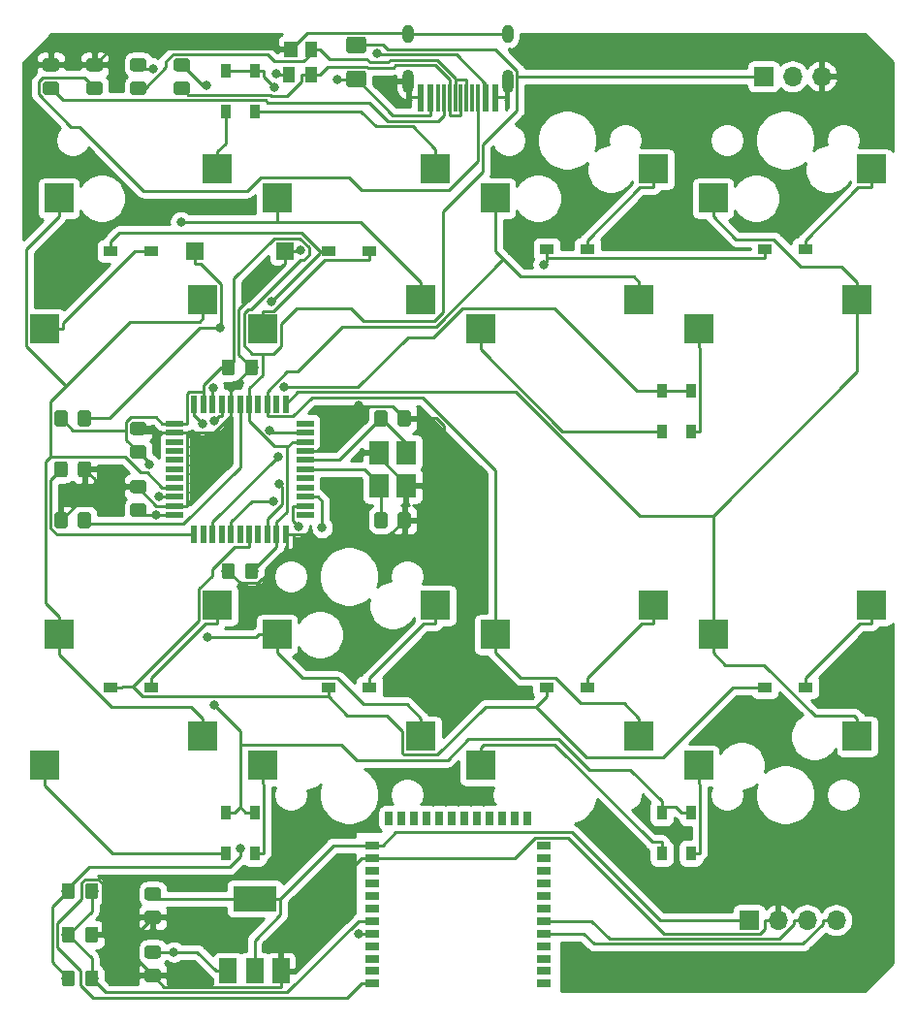
<source format=gbr>
G04 #@! TF.GenerationSoftware,KiCad,Pcbnew,(5.1.2)-2*
G04 #@! TF.CreationDate,2020-01-16T13:47:14+08:00*
G04 #@! TF.ProjectId,wingxx-receiver-v3,77696e67-7878-42d7-9265-636569766572,rev?*
G04 #@! TF.SameCoordinates,Original*
G04 #@! TF.FileFunction,Copper,L2,Bot*
G04 #@! TF.FilePolarity,Positive*
%FSLAX46Y46*%
G04 Gerber Fmt 4.6, Leading zero omitted, Abs format (unit mm)*
G04 Created by KiCad (PCBNEW (5.1.2)-2) date 2020-01-16 13:47:14*
%MOMM*%
%LPD*%
G04 APERTURE LIST*
%ADD10R,0.950000X1.300000*%
%ADD11R,1.300000X0.950000*%
%ADD12R,1.500000X1.500000*%
%ADD13R,1.800000X2.100000*%
%ADD14C,0.100000*%
%ADD15C,1.425000*%
%ADD16C,1.150000*%
%ADD17R,1.500000X0.550000*%
%ADD18R,0.550000X1.500000*%
%ADD19R,1.000000X1.400000*%
%ADD20R,1.200000X1.400000*%
%ADD21R,1.198880X0.698500*%
%ADD22R,0.698500X1.198880*%
%ADD23R,0.600000X2.450000*%
%ADD24R,0.300000X2.450000*%
%ADD25O,1.000000X2.100000*%
%ADD26O,1.000000X1.600000*%
%ADD27R,3.800000X2.200000*%
%ADD28R,1.500000X2.200000*%
%ADD29O,1.700000X1.700000*%
%ADD30R,1.700000X1.700000*%
%ADD31R,2.550000X2.500000*%
%ADD32C,0.800000*%
%ADD33C,0.250000*%
%ADD34C,0.254000*%
G04 APERTURE END LIST*
D10*
X134620000Y-127765000D03*
X134620000Y-131315000D03*
X132080000Y-127765000D03*
X132080000Y-131315000D03*
X96520000Y-127765000D03*
X96520000Y-131315000D03*
X93980000Y-127765000D03*
X93980000Y-131315000D03*
D11*
X141100000Y-116840000D03*
X144650000Y-116840000D03*
X122017000Y-116840000D03*
X125567000Y-116840000D03*
X103000000Y-116840000D03*
X106550000Y-116840000D03*
X83950000Y-116840000D03*
X87500000Y-116840000D03*
D10*
X134620000Y-90935000D03*
X134620000Y-94485000D03*
X132080000Y-90935000D03*
X132080000Y-94485000D03*
D11*
X103000000Y-78740000D03*
X106550000Y-78740000D03*
X83950000Y-78740000D03*
X87500000Y-78740000D03*
X141100000Y-78581200D03*
X144650000Y-78581200D03*
X122050000Y-78581200D03*
X125600000Y-78581200D03*
D10*
X96520000Y-62995000D03*
X96520000Y-66545000D03*
X93980000Y-62995000D03*
X93980000Y-66545000D03*
D12*
X99150000Y-78740000D03*
X91350000Y-78740000D03*
D13*
X109735000Y-99240000D03*
X109735000Y-96340000D03*
X107435000Y-96340000D03*
X107435000Y-99240000D03*
D14*
G36*
X106059504Y-63006204D02*
G01*
X106083773Y-63009804D01*
X106107571Y-63015765D01*
X106130671Y-63024030D01*
X106152849Y-63034520D01*
X106173893Y-63047133D01*
X106193598Y-63061747D01*
X106211777Y-63078223D01*
X106228253Y-63096402D01*
X106242867Y-63116107D01*
X106255480Y-63137151D01*
X106265970Y-63159329D01*
X106274235Y-63182429D01*
X106280196Y-63206227D01*
X106283796Y-63230496D01*
X106285000Y-63255000D01*
X106285000Y-64180000D01*
X106283796Y-64204504D01*
X106280196Y-64228773D01*
X106274235Y-64252571D01*
X106265970Y-64275671D01*
X106255480Y-64297849D01*
X106242867Y-64318893D01*
X106228253Y-64338598D01*
X106211777Y-64356777D01*
X106193598Y-64373253D01*
X106173893Y-64387867D01*
X106152849Y-64400480D01*
X106130671Y-64410970D01*
X106107571Y-64419235D01*
X106083773Y-64425196D01*
X106059504Y-64428796D01*
X106035000Y-64430000D01*
X104785000Y-64430000D01*
X104760496Y-64428796D01*
X104736227Y-64425196D01*
X104712429Y-64419235D01*
X104689329Y-64410970D01*
X104667151Y-64400480D01*
X104646107Y-64387867D01*
X104626402Y-64373253D01*
X104608223Y-64356777D01*
X104591747Y-64338598D01*
X104577133Y-64318893D01*
X104564520Y-64297849D01*
X104554030Y-64275671D01*
X104545765Y-64252571D01*
X104539804Y-64228773D01*
X104536204Y-64204504D01*
X104535000Y-64180000D01*
X104535000Y-63255000D01*
X104536204Y-63230496D01*
X104539804Y-63206227D01*
X104545765Y-63182429D01*
X104554030Y-63159329D01*
X104564520Y-63137151D01*
X104577133Y-63116107D01*
X104591747Y-63096402D01*
X104608223Y-63078223D01*
X104626402Y-63061747D01*
X104646107Y-63047133D01*
X104667151Y-63034520D01*
X104689329Y-63024030D01*
X104712429Y-63015765D01*
X104736227Y-63009804D01*
X104760496Y-63006204D01*
X104785000Y-63005000D01*
X106035000Y-63005000D01*
X106059504Y-63006204D01*
X106059504Y-63006204D01*
G37*
D15*
X105410000Y-63717500D03*
D14*
G36*
X106059504Y-60031204D02*
G01*
X106083773Y-60034804D01*
X106107571Y-60040765D01*
X106130671Y-60049030D01*
X106152849Y-60059520D01*
X106173893Y-60072133D01*
X106193598Y-60086747D01*
X106211777Y-60103223D01*
X106228253Y-60121402D01*
X106242867Y-60141107D01*
X106255480Y-60162151D01*
X106265970Y-60184329D01*
X106274235Y-60207429D01*
X106280196Y-60231227D01*
X106283796Y-60255496D01*
X106285000Y-60280000D01*
X106285000Y-61205000D01*
X106283796Y-61229504D01*
X106280196Y-61253773D01*
X106274235Y-61277571D01*
X106265970Y-61300671D01*
X106255480Y-61322849D01*
X106242867Y-61343893D01*
X106228253Y-61363598D01*
X106211777Y-61381777D01*
X106193598Y-61398253D01*
X106173893Y-61412867D01*
X106152849Y-61425480D01*
X106130671Y-61435970D01*
X106107571Y-61444235D01*
X106083773Y-61450196D01*
X106059504Y-61453796D01*
X106035000Y-61455000D01*
X104785000Y-61455000D01*
X104760496Y-61453796D01*
X104736227Y-61450196D01*
X104712429Y-61444235D01*
X104689329Y-61435970D01*
X104667151Y-61425480D01*
X104646107Y-61412867D01*
X104626402Y-61398253D01*
X104608223Y-61381777D01*
X104591747Y-61363598D01*
X104577133Y-61343893D01*
X104564520Y-61322849D01*
X104554030Y-61300671D01*
X104545765Y-61277571D01*
X104539804Y-61253773D01*
X104536204Y-61229504D01*
X104535000Y-61205000D01*
X104535000Y-60280000D01*
X104536204Y-60255496D01*
X104539804Y-60231227D01*
X104545765Y-60207429D01*
X104554030Y-60184329D01*
X104564520Y-60162151D01*
X104577133Y-60141107D01*
X104591747Y-60121402D01*
X104608223Y-60103223D01*
X104626402Y-60086747D01*
X104646107Y-60072133D01*
X104667151Y-60059520D01*
X104689329Y-60049030D01*
X104712429Y-60040765D01*
X104736227Y-60034804D01*
X104760496Y-60031204D01*
X104785000Y-60030000D01*
X106035000Y-60030000D01*
X106059504Y-60031204D01*
X106059504Y-60031204D01*
G37*
D15*
X105410000Y-60742500D03*
D14*
G36*
X79969505Y-97091204D02*
G01*
X79993773Y-97094804D01*
X80017572Y-97100765D01*
X80040671Y-97109030D01*
X80062850Y-97119520D01*
X80083893Y-97132132D01*
X80103599Y-97146747D01*
X80121777Y-97163223D01*
X80138253Y-97181401D01*
X80152868Y-97201107D01*
X80165480Y-97222150D01*
X80175970Y-97244329D01*
X80184235Y-97267428D01*
X80190196Y-97291227D01*
X80193796Y-97315495D01*
X80195000Y-97339999D01*
X80195000Y-98240001D01*
X80193796Y-98264505D01*
X80190196Y-98288773D01*
X80184235Y-98312572D01*
X80175970Y-98335671D01*
X80165480Y-98357850D01*
X80152868Y-98378893D01*
X80138253Y-98398599D01*
X80121777Y-98416777D01*
X80103599Y-98433253D01*
X80083893Y-98447868D01*
X80062850Y-98460480D01*
X80040671Y-98470970D01*
X80017572Y-98479235D01*
X79993773Y-98485196D01*
X79969505Y-98488796D01*
X79945001Y-98490000D01*
X79294999Y-98490000D01*
X79270495Y-98488796D01*
X79246227Y-98485196D01*
X79222428Y-98479235D01*
X79199329Y-98470970D01*
X79177150Y-98460480D01*
X79156107Y-98447868D01*
X79136401Y-98433253D01*
X79118223Y-98416777D01*
X79101747Y-98398599D01*
X79087132Y-98378893D01*
X79074520Y-98357850D01*
X79064030Y-98335671D01*
X79055765Y-98312572D01*
X79049804Y-98288773D01*
X79046204Y-98264505D01*
X79045000Y-98240001D01*
X79045000Y-97339999D01*
X79046204Y-97315495D01*
X79049804Y-97291227D01*
X79055765Y-97267428D01*
X79064030Y-97244329D01*
X79074520Y-97222150D01*
X79087132Y-97201107D01*
X79101747Y-97181401D01*
X79118223Y-97163223D01*
X79136401Y-97146747D01*
X79156107Y-97132132D01*
X79177150Y-97119520D01*
X79199329Y-97109030D01*
X79222428Y-97100765D01*
X79246227Y-97094804D01*
X79270495Y-97091204D01*
X79294999Y-97090000D01*
X79945001Y-97090000D01*
X79969505Y-97091204D01*
X79969505Y-97091204D01*
G37*
D16*
X79620000Y-97790000D03*
D14*
G36*
X82019505Y-97091204D02*
G01*
X82043773Y-97094804D01*
X82067572Y-97100765D01*
X82090671Y-97109030D01*
X82112850Y-97119520D01*
X82133893Y-97132132D01*
X82153599Y-97146747D01*
X82171777Y-97163223D01*
X82188253Y-97181401D01*
X82202868Y-97201107D01*
X82215480Y-97222150D01*
X82225970Y-97244329D01*
X82234235Y-97267428D01*
X82240196Y-97291227D01*
X82243796Y-97315495D01*
X82245000Y-97339999D01*
X82245000Y-98240001D01*
X82243796Y-98264505D01*
X82240196Y-98288773D01*
X82234235Y-98312572D01*
X82225970Y-98335671D01*
X82215480Y-98357850D01*
X82202868Y-98378893D01*
X82188253Y-98398599D01*
X82171777Y-98416777D01*
X82153599Y-98433253D01*
X82133893Y-98447868D01*
X82112850Y-98460480D01*
X82090671Y-98470970D01*
X82067572Y-98479235D01*
X82043773Y-98485196D01*
X82019505Y-98488796D01*
X81995001Y-98490000D01*
X81344999Y-98490000D01*
X81320495Y-98488796D01*
X81296227Y-98485196D01*
X81272428Y-98479235D01*
X81249329Y-98470970D01*
X81227150Y-98460480D01*
X81206107Y-98447868D01*
X81186401Y-98433253D01*
X81168223Y-98416777D01*
X81151747Y-98398599D01*
X81137132Y-98378893D01*
X81124520Y-98357850D01*
X81114030Y-98335671D01*
X81105765Y-98312572D01*
X81099804Y-98288773D01*
X81096204Y-98264505D01*
X81095000Y-98240001D01*
X81095000Y-97339999D01*
X81096204Y-97315495D01*
X81099804Y-97291227D01*
X81105765Y-97267428D01*
X81114030Y-97244329D01*
X81124520Y-97222150D01*
X81137132Y-97201107D01*
X81151747Y-97181401D01*
X81168223Y-97163223D01*
X81186401Y-97146747D01*
X81206107Y-97132132D01*
X81227150Y-97119520D01*
X81249329Y-97109030D01*
X81272428Y-97100765D01*
X81296227Y-97094804D01*
X81320495Y-97091204D01*
X81344999Y-97090000D01*
X81995001Y-97090000D01*
X82019505Y-97091204D01*
X82019505Y-97091204D01*
G37*
D16*
X81670000Y-97790000D03*
D14*
G36*
X82019505Y-92646204D02*
G01*
X82043773Y-92649804D01*
X82067572Y-92655765D01*
X82090671Y-92664030D01*
X82112850Y-92674520D01*
X82133893Y-92687132D01*
X82153599Y-92701747D01*
X82171777Y-92718223D01*
X82188253Y-92736401D01*
X82202868Y-92756107D01*
X82215480Y-92777150D01*
X82225970Y-92799329D01*
X82234235Y-92822428D01*
X82240196Y-92846227D01*
X82243796Y-92870495D01*
X82245000Y-92894999D01*
X82245000Y-93795001D01*
X82243796Y-93819505D01*
X82240196Y-93843773D01*
X82234235Y-93867572D01*
X82225970Y-93890671D01*
X82215480Y-93912850D01*
X82202868Y-93933893D01*
X82188253Y-93953599D01*
X82171777Y-93971777D01*
X82153599Y-93988253D01*
X82133893Y-94002868D01*
X82112850Y-94015480D01*
X82090671Y-94025970D01*
X82067572Y-94034235D01*
X82043773Y-94040196D01*
X82019505Y-94043796D01*
X81995001Y-94045000D01*
X81344999Y-94045000D01*
X81320495Y-94043796D01*
X81296227Y-94040196D01*
X81272428Y-94034235D01*
X81249329Y-94025970D01*
X81227150Y-94015480D01*
X81206107Y-94002868D01*
X81186401Y-93988253D01*
X81168223Y-93971777D01*
X81151747Y-93953599D01*
X81137132Y-93933893D01*
X81124520Y-93912850D01*
X81114030Y-93890671D01*
X81105765Y-93867572D01*
X81099804Y-93843773D01*
X81096204Y-93819505D01*
X81095000Y-93795001D01*
X81095000Y-92894999D01*
X81096204Y-92870495D01*
X81099804Y-92846227D01*
X81105765Y-92822428D01*
X81114030Y-92799329D01*
X81124520Y-92777150D01*
X81137132Y-92756107D01*
X81151747Y-92736401D01*
X81168223Y-92718223D01*
X81186401Y-92701747D01*
X81206107Y-92687132D01*
X81227150Y-92674520D01*
X81249329Y-92664030D01*
X81272428Y-92655765D01*
X81296227Y-92649804D01*
X81320495Y-92646204D01*
X81344999Y-92645000D01*
X81995001Y-92645000D01*
X82019505Y-92646204D01*
X82019505Y-92646204D01*
G37*
D16*
X81670000Y-93345000D03*
D14*
G36*
X79969505Y-92646204D02*
G01*
X79993773Y-92649804D01*
X80017572Y-92655765D01*
X80040671Y-92664030D01*
X80062850Y-92674520D01*
X80083893Y-92687132D01*
X80103599Y-92701747D01*
X80121777Y-92718223D01*
X80138253Y-92736401D01*
X80152868Y-92756107D01*
X80165480Y-92777150D01*
X80175970Y-92799329D01*
X80184235Y-92822428D01*
X80190196Y-92846227D01*
X80193796Y-92870495D01*
X80195000Y-92894999D01*
X80195000Y-93795001D01*
X80193796Y-93819505D01*
X80190196Y-93843773D01*
X80184235Y-93867572D01*
X80175970Y-93890671D01*
X80165480Y-93912850D01*
X80152868Y-93933893D01*
X80138253Y-93953599D01*
X80121777Y-93971777D01*
X80103599Y-93988253D01*
X80083893Y-94002868D01*
X80062850Y-94015480D01*
X80040671Y-94025970D01*
X80017572Y-94034235D01*
X79993773Y-94040196D01*
X79969505Y-94043796D01*
X79945001Y-94045000D01*
X79294999Y-94045000D01*
X79270495Y-94043796D01*
X79246227Y-94040196D01*
X79222428Y-94034235D01*
X79199329Y-94025970D01*
X79177150Y-94015480D01*
X79156107Y-94002868D01*
X79136401Y-93988253D01*
X79118223Y-93971777D01*
X79101747Y-93953599D01*
X79087132Y-93933893D01*
X79074520Y-93912850D01*
X79064030Y-93890671D01*
X79055765Y-93867572D01*
X79049804Y-93843773D01*
X79046204Y-93819505D01*
X79045000Y-93795001D01*
X79045000Y-92894999D01*
X79046204Y-92870495D01*
X79049804Y-92846227D01*
X79055765Y-92822428D01*
X79064030Y-92799329D01*
X79074520Y-92777150D01*
X79087132Y-92756107D01*
X79101747Y-92736401D01*
X79118223Y-92718223D01*
X79136401Y-92701747D01*
X79156107Y-92687132D01*
X79177150Y-92674520D01*
X79199329Y-92664030D01*
X79222428Y-92655765D01*
X79246227Y-92649804D01*
X79270495Y-92646204D01*
X79294999Y-92645000D01*
X79945001Y-92645000D01*
X79969505Y-92646204D01*
X79969505Y-92646204D01*
G37*
D16*
X79620000Y-93345000D03*
D14*
G36*
X90644505Y-63951204D02*
G01*
X90668773Y-63954804D01*
X90692572Y-63960765D01*
X90715671Y-63969030D01*
X90737850Y-63979520D01*
X90758893Y-63992132D01*
X90778599Y-64006747D01*
X90796777Y-64023223D01*
X90813253Y-64041401D01*
X90827868Y-64061107D01*
X90840480Y-64082150D01*
X90850970Y-64104329D01*
X90859235Y-64127428D01*
X90865196Y-64151227D01*
X90868796Y-64175495D01*
X90870000Y-64199999D01*
X90870000Y-64850001D01*
X90868796Y-64874505D01*
X90865196Y-64898773D01*
X90859235Y-64922572D01*
X90850970Y-64945671D01*
X90840480Y-64967850D01*
X90827868Y-64988893D01*
X90813253Y-65008599D01*
X90796777Y-65026777D01*
X90778599Y-65043253D01*
X90758893Y-65057868D01*
X90737850Y-65070480D01*
X90715671Y-65080970D01*
X90692572Y-65089235D01*
X90668773Y-65095196D01*
X90644505Y-65098796D01*
X90620001Y-65100000D01*
X89719999Y-65100000D01*
X89695495Y-65098796D01*
X89671227Y-65095196D01*
X89647428Y-65089235D01*
X89624329Y-65080970D01*
X89602150Y-65070480D01*
X89581107Y-65057868D01*
X89561401Y-65043253D01*
X89543223Y-65026777D01*
X89526747Y-65008599D01*
X89512132Y-64988893D01*
X89499520Y-64967850D01*
X89489030Y-64945671D01*
X89480765Y-64922572D01*
X89474804Y-64898773D01*
X89471204Y-64874505D01*
X89470000Y-64850001D01*
X89470000Y-64199999D01*
X89471204Y-64175495D01*
X89474804Y-64151227D01*
X89480765Y-64127428D01*
X89489030Y-64104329D01*
X89499520Y-64082150D01*
X89512132Y-64061107D01*
X89526747Y-64041401D01*
X89543223Y-64023223D01*
X89561401Y-64006747D01*
X89581107Y-63992132D01*
X89602150Y-63979520D01*
X89624329Y-63969030D01*
X89647428Y-63960765D01*
X89671227Y-63954804D01*
X89695495Y-63951204D01*
X89719999Y-63950000D01*
X90620001Y-63950000D01*
X90644505Y-63951204D01*
X90644505Y-63951204D01*
G37*
D16*
X90170000Y-64525000D03*
D14*
G36*
X90644505Y-61901204D02*
G01*
X90668773Y-61904804D01*
X90692572Y-61910765D01*
X90715671Y-61919030D01*
X90737850Y-61929520D01*
X90758893Y-61942132D01*
X90778599Y-61956747D01*
X90796777Y-61973223D01*
X90813253Y-61991401D01*
X90827868Y-62011107D01*
X90840480Y-62032150D01*
X90850970Y-62054329D01*
X90859235Y-62077428D01*
X90865196Y-62101227D01*
X90868796Y-62125495D01*
X90870000Y-62149999D01*
X90870000Y-62800001D01*
X90868796Y-62824505D01*
X90865196Y-62848773D01*
X90859235Y-62872572D01*
X90850970Y-62895671D01*
X90840480Y-62917850D01*
X90827868Y-62938893D01*
X90813253Y-62958599D01*
X90796777Y-62976777D01*
X90778599Y-62993253D01*
X90758893Y-63007868D01*
X90737850Y-63020480D01*
X90715671Y-63030970D01*
X90692572Y-63039235D01*
X90668773Y-63045196D01*
X90644505Y-63048796D01*
X90620001Y-63050000D01*
X89719999Y-63050000D01*
X89695495Y-63048796D01*
X89671227Y-63045196D01*
X89647428Y-63039235D01*
X89624329Y-63030970D01*
X89602150Y-63020480D01*
X89581107Y-63007868D01*
X89561401Y-62993253D01*
X89543223Y-62976777D01*
X89526747Y-62958599D01*
X89512132Y-62938893D01*
X89499520Y-62917850D01*
X89489030Y-62895671D01*
X89480765Y-62872572D01*
X89474804Y-62848773D01*
X89471204Y-62824505D01*
X89470000Y-62800001D01*
X89470000Y-62149999D01*
X89471204Y-62125495D01*
X89474804Y-62101227D01*
X89480765Y-62077428D01*
X89489030Y-62054329D01*
X89499520Y-62032150D01*
X89512132Y-62011107D01*
X89526747Y-61991401D01*
X89543223Y-61973223D01*
X89561401Y-61956747D01*
X89581107Y-61942132D01*
X89602150Y-61929520D01*
X89624329Y-61919030D01*
X89647428Y-61910765D01*
X89671227Y-61904804D01*
X89695495Y-61901204D01*
X89719999Y-61900000D01*
X90620001Y-61900000D01*
X90644505Y-61901204D01*
X90644505Y-61901204D01*
G37*
D16*
X90170000Y-62475000D03*
D14*
G36*
X86834505Y-63951204D02*
G01*
X86858773Y-63954804D01*
X86882572Y-63960765D01*
X86905671Y-63969030D01*
X86927850Y-63979520D01*
X86948893Y-63992132D01*
X86968599Y-64006747D01*
X86986777Y-64023223D01*
X87003253Y-64041401D01*
X87017868Y-64061107D01*
X87030480Y-64082150D01*
X87040970Y-64104329D01*
X87049235Y-64127428D01*
X87055196Y-64151227D01*
X87058796Y-64175495D01*
X87060000Y-64199999D01*
X87060000Y-64850001D01*
X87058796Y-64874505D01*
X87055196Y-64898773D01*
X87049235Y-64922572D01*
X87040970Y-64945671D01*
X87030480Y-64967850D01*
X87017868Y-64988893D01*
X87003253Y-65008599D01*
X86986777Y-65026777D01*
X86968599Y-65043253D01*
X86948893Y-65057868D01*
X86927850Y-65070480D01*
X86905671Y-65080970D01*
X86882572Y-65089235D01*
X86858773Y-65095196D01*
X86834505Y-65098796D01*
X86810001Y-65100000D01*
X85909999Y-65100000D01*
X85885495Y-65098796D01*
X85861227Y-65095196D01*
X85837428Y-65089235D01*
X85814329Y-65080970D01*
X85792150Y-65070480D01*
X85771107Y-65057868D01*
X85751401Y-65043253D01*
X85733223Y-65026777D01*
X85716747Y-65008599D01*
X85702132Y-64988893D01*
X85689520Y-64967850D01*
X85679030Y-64945671D01*
X85670765Y-64922572D01*
X85664804Y-64898773D01*
X85661204Y-64874505D01*
X85660000Y-64850001D01*
X85660000Y-64199999D01*
X85661204Y-64175495D01*
X85664804Y-64151227D01*
X85670765Y-64127428D01*
X85679030Y-64104329D01*
X85689520Y-64082150D01*
X85702132Y-64061107D01*
X85716747Y-64041401D01*
X85733223Y-64023223D01*
X85751401Y-64006747D01*
X85771107Y-63992132D01*
X85792150Y-63979520D01*
X85814329Y-63969030D01*
X85837428Y-63960765D01*
X85861227Y-63954804D01*
X85885495Y-63951204D01*
X85909999Y-63950000D01*
X86810001Y-63950000D01*
X86834505Y-63951204D01*
X86834505Y-63951204D01*
G37*
D16*
X86360000Y-64525000D03*
D14*
G36*
X86834505Y-61901204D02*
G01*
X86858773Y-61904804D01*
X86882572Y-61910765D01*
X86905671Y-61919030D01*
X86927850Y-61929520D01*
X86948893Y-61942132D01*
X86968599Y-61956747D01*
X86986777Y-61973223D01*
X87003253Y-61991401D01*
X87017868Y-62011107D01*
X87030480Y-62032150D01*
X87040970Y-62054329D01*
X87049235Y-62077428D01*
X87055196Y-62101227D01*
X87058796Y-62125495D01*
X87060000Y-62149999D01*
X87060000Y-62800001D01*
X87058796Y-62824505D01*
X87055196Y-62848773D01*
X87049235Y-62872572D01*
X87040970Y-62895671D01*
X87030480Y-62917850D01*
X87017868Y-62938893D01*
X87003253Y-62958599D01*
X86986777Y-62976777D01*
X86968599Y-62993253D01*
X86948893Y-63007868D01*
X86927850Y-63020480D01*
X86905671Y-63030970D01*
X86882572Y-63039235D01*
X86858773Y-63045196D01*
X86834505Y-63048796D01*
X86810001Y-63050000D01*
X85909999Y-63050000D01*
X85885495Y-63048796D01*
X85861227Y-63045196D01*
X85837428Y-63039235D01*
X85814329Y-63030970D01*
X85792150Y-63020480D01*
X85771107Y-63007868D01*
X85751401Y-62993253D01*
X85733223Y-62976777D01*
X85716747Y-62958599D01*
X85702132Y-62938893D01*
X85689520Y-62917850D01*
X85679030Y-62895671D01*
X85670765Y-62872572D01*
X85664804Y-62848773D01*
X85661204Y-62824505D01*
X85660000Y-62800001D01*
X85660000Y-62149999D01*
X85661204Y-62125495D01*
X85664804Y-62101227D01*
X85670765Y-62077428D01*
X85679030Y-62054329D01*
X85689520Y-62032150D01*
X85702132Y-62011107D01*
X85716747Y-61991401D01*
X85733223Y-61973223D01*
X85751401Y-61956747D01*
X85771107Y-61942132D01*
X85792150Y-61929520D01*
X85814329Y-61919030D01*
X85837428Y-61910765D01*
X85861227Y-61904804D01*
X85885495Y-61901204D01*
X85909999Y-61900000D01*
X86810001Y-61900000D01*
X86834505Y-61901204D01*
X86834505Y-61901204D01*
G37*
D16*
X86360000Y-62475000D03*
D14*
G36*
X83024505Y-63951204D02*
G01*
X83048773Y-63954804D01*
X83072572Y-63960765D01*
X83095671Y-63969030D01*
X83117850Y-63979520D01*
X83138893Y-63992132D01*
X83158599Y-64006747D01*
X83176777Y-64023223D01*
X83193253Y-64041401D01*
X83207868Y-64061107D01*
X83220480Y-64082150D01*
X83230970Y-64104329D01*
X83239235Y-64127428D01*
X83245196Y-64151227D01*
X83248796Y-64175495D01*
X83250000Y-64199999D01*
X83250000Y-64850001D01*
X83248796Y-64874505D01*
X83245196Y-64898773D01*
X83239235Y-64922572D01*
X83230970Y-64945671D01*
X83220480Y-64967850D01*
X83207868Y-64988893D01*
X83193253Y-65008599D01*
X83176777Y-65026777D01*
X83158599Y-65043253D01*
X83138893Y-65057868D01*
X83117850Y-65070480D01*
X83095671Y-65080970D01*
X83072572Y-65089235D01*
X83048773Y-65095196D01*
X83024505Y-65098796D01*
X83000001Y-65100000D01*
X82099999Y-65100000D01*
X82075495Y-65098796D01*
X82051227Y-65095196D01*
X82027428Y-65089235D01*
X82004329Y-65080970D01*
X81982150Y-65070480D01*
X81961107Y-65057868D01*
X81941401Y-65043253D01*
X81923223Y-65026777D01*
X81906747Y-65008599D01*
X81892132Y-64988893D01*
X81879520Y-64967850D01*
X81869030Y-64945671D01*
X81860765Y-64922572D01*
X81854804Y-64898773D01*
X81851204Y-64874505D01*
X81850000Y-64850001D01*
X81850000Y-64199999D01*
X81851204Y-64175495D01*
X81854804Y-64151227D01*
X81860765Y-64127428D01*
X81869030Y-64104329D01*
X81879520Y-64082150D01*
X81892132Y-64061107D01*
X81906747Y-64041401D01*
X81923223Y-64023223D01*
X81941401Y-64006747D01*
X81961107Y-63992132D01*
X81982150Y-63979520D01*
X82004329Y-63969030D01*
X82027428Y-63960765D01*
X82051227Y-63954804D01*
X82075495Y-63951204D01*
X82099999Y-63950000D01*
X83000001Y-63950000D01*
X83024505Y-63951204D01*
X83024505Y-63951204D01*
G37*
D16*
X82550000Y-64525000D03*
D14*
G36*
X83024505Y-61901204D02*
G01*
X83048773Y-61904804D01*
X83072572Y-61910765D01*
X83095671Y-61919030D01*
X83117850Y-61929520D01*
X83138893Y-61942132D01*
X83158599Y-61956747D01*
X83176777Y-61973223D01*
X83193253Y-61991401D01*
X83207868Y-62011107D01*
X83220480Y-62032150D01*
X83230970Y-62054329D01*
X83239235Y-62077428D01*
X83245196Y-62101227D01*
X83248796Y-62125495D01*
X83250000Y-62149999D01*
X83250000Y-62800001D01*
X83248796Y-62824505D01*
X83245196Y-62848773D01*
X83239235Y-62872572D01*
X83230970Y-62895671D01*
X83220480Y-62917850D01*
X83207868Y-62938893D01*
X83193253Y-62958599D01*
X83176777Y-62976777D01*
X83158599Y-62993253D01*
X83138893Y-63007868D01*
X83117850Y-63020480D01*
X83095671Y-63030970D01*
X83072572Y-63039235D01*
X83048773Y-63045196D01*
X83024505Y-63048796D01*
X83000001Y-63050000D01*
X82099999Y-63050000D01*
X82075495Y-63048796D01*
X82051227Y-63045196D01*
X82027428Y-63039235D01*
X82004329Y-63030970D01*
X81982150Y-63020480D01*
X81961107Y-63007868D01*
X81941401Y-62993253D01*
X81923223Y-62976777D01*
X81906747Y-62958599D01*
X81892132Y-62938893D01*
X81879520Y-62917850D01*
X81869030Y-62895671D01*
X81860765Y-62872572D01*
X81854804Y-62848773D01*
X81851204Y-62824505D01*
X81850000Y-62800001D01*
X81850000Y-62149999D01*
X81851204Y-62125495D01*
X81854804Y-62101227D01*
X81860765Y-62077428D01*
X81869030Y-62054329D01*
X81879520Y-62032150D01*
X81892132Y-62011107D01*
X81906747Y-61991401D01*
X81923223Y-61973223D01*
X81941401Y-61956747D01*
X81961107Y-61942132D01*
X81982150Y-61929520D01*
X82004329Y-61919030D01*
X82027428Y-61910765D01*
X82051227Y-61904804D01*
X82075495Y-61901204D01*
X82099999Y-61900000D01*
X83000001Y-61900000D01*
X83024505Y-61901204D01*
X83024505Y-61901204D01*
G37*
D16*
X82550000Y-62475000D03*
D14*
G36*
X79214505Y-63951204D02*
G01*
X79238773Y-63954804D01*
X79262572Y-63960765D01*
X79285671Y-63969030D01*
X79307850Y-63979520D01*
X79328893Y-63992132D01*
X79348599Y-64006747D01*
X79366777Y-64023223D01*
X79383253Y-64041401D01*
X79397868Y-64061107D01*
X79410480Y-64082150D01*
X79420970Y-64104329D01*
X79429235Y-64127428D01*
X79435196Y-64151227D01*
X79438796Y-64175495D01*
X79440000Y-64199999D01*
X79440000Y-64850001D01*
X79438796Y-64874505D01*
X79435196Y-64898773D01*
X79429235Y-64922572D01*
X79420970Y-64945671D01*
X79410480Y-64967850D01*
X79397868Y-64988893D01*
X79383253Y-65008599D01*
X79366777Y-65026777D01*
X79348599Y-65043253D01*
X79328893Y-65057868D01*
X79307850Y-65070480D01*
X79285671Y-65080970D01*
X79262572Y-65089235D01*
X79238773Y-65095196D01*
X79214505Y-65098796D01*
X79190001Y-65100000D01*
X78289999Y-65100000D01*
X78265495Y-65098796D01*
X78241227Y-65095196D01*
X78217428Y-65089235D01*
X78194329Y-65080970D01*
X78172150Y-65070480D01*
X78151107Y-65057868D01*
X78131401Y-65043253D01*
X78113223Y-65026777D01*
X78096747Y-65008599D01*
X78082132Y-64988893D01*
X78069520Y-64967850D01*
X78059030Y-64945671D01*
X78050765Y-64922572D01*
X78044804Y-64898773D01*
X78041204Y-64874505D01*
X78040000Y-64850001D01*
X78040000Y-64199999D01*
X78041204Y-64175495D01*
X78044804Y-64151227D01*
X78050765Y-64127428D01*
X78059030Y-64104329D01*
X78069520Y-64082150D01*
X78082132Y-64061107D01*
X78096747Y-64041401D01*
X78113223Y-64023223D01*
X78131401Y-64006747D01*
X78151107Y-63992132D01*
X78172150Y-63979520D01*
X78194329Y-63969030D01*
X78217428Y-63960765D01*
X78241227Y-63954804D01*
X78265495Y-63951204D01*
X78289999Y-63950000D01*
X79190001Y-63950000D01*
X79214505Y-63951204D01*
X79214505Y-63951204D01*
G37*
D16*
X78740000Y-64525000D03*
D14*
G36*
X79214505Y-61901204D02*
G01*
X79238773Y-61904804D01*
X79262572Y-61910765D01*
X79285671Y-61919030D01*
X79307850Y-61929520D01*
X79328893Y-61942132D01*
X79348599Y-61956747D01*
X79366777Y-61973223D01*
X79383253Y-61991401D01*
X79397868Y-62011107D01*
X79410480Y-62032150D01*
X79420970Y-62054329D01*
X79429235Y-62077428D01*
X79435196Y-62101227D01*
X79438796Y-62125495D01*
X79440000Y-62149999D01*
X79440000Y-62800001D01*
X79438796Y-62824505D01*
X79435196Y-62848773D01*
X79429235Y-62872572D01*
X79420970Y-62895671D01*
X79410480Y-62917850D01*
X79397868Y-62938893D01*
X79383253Y-62958599D01*
X79366777Y-62976777D01*
X79348599Y-62993253D01*
X79328893Y-63007868D01*
X79307850Y-63020480D01*
X79285671Y-63030970D01*
X79262572Y-63039235D01*
X79238773Y-63045196D01*
X79214505Y-63048796D01*
X79190001Y-63050000D01*
X78289999Y-63050000D01*
X78265495Y-63048796D01*
X78241227Y-63045196D01*
X78217428Y-63039235D01*
X78194329Y-63030970D01*
X78172150Y-63020480D01*
X78151107Y-63007868D01*
X78131401Y-62993253D01*
X78113223Y-62976777D01*
X78096747Y-62958599D01*
X78082132Y-62938893D01*
X78069520Y-62917850D01*
X78059030Y-62895671D01*
X78050765Y-62872572D01*
X78044804Y-62848773D01*
X78041204Y-62824505D01*
X78040000Y-62800001D01*
X78040000Y-62149999D01*
X78041204Y-62125495D01*
X78044804Y-62101227D01*
X78050765Y-62077428D01*
X78059030Y-62054329D01*
X78069520Y-62032150D01*
X78082132Y-62011107D01*
X78096747Y-61991401D01*
X78113223Y-61973223D01*
X78131401Y-61956747D01*
X78151107Y-61942132D01*
X78172150Y-61929520D01*
X78194329Y-61919030D01*
X78217428Y-61910765D01*
X78241227Y-61904804D01*
X78265495Y-61901204D01*
X78289999Y-61900000D01*
X79190001Y-61900000D01*
X79214505Y-61901204D01*
X79214505Y-61901204D01*
G37*
D16*
X78740000Y-62475000D03*
D14*
G36*
X88104505Y-136341204D02*
G01*
X88128773Y-136344804D01*
X88152572Y-136350765D01*
X88175671Y-136359030D01*
X88197850Y-136369520D01*
X88218893Y-136382132D01*
X88238599Y-136396747D01*
X88256777Y-136413223D01*
X88273253Y-136431401D01*
X88287868Y-136451107D01*
X88300480Y-136472150D01*
X88310970Y-136494329D01*
X88319235Y-136517428D01*
X88325196Y-136541227D01*
X88328796Y-136565495D01*
X88330000Y-136589999D01*
X88330000Y-137240001D01*
X88328796Y-137264505D01*
X88325196Y-137288773D01*
X88319235Y-137312572D01*
X88310970Y-137335671D01*
X88300480Y-137357850D01*
X88287868Y-137378893D01*
X88273253Y-137398599D01*
X88256777Y-137416777D01*
X88238599Y-137433253D01*
X88218893Y-137447868D01*
X88197850Y-137460480D01*
X88175671Y-137470970D01*
X88152572Y-137479235D01*
X88128773Y-137485196D01*
X88104505Y-137488796D01*
X88080001Y-137490000D01*
X87179999Y-137490000D01*
X87155495Y-137488796D01*
X87131227Y-137485196D01*
X87107428Y-137479235D01*
X87084329Y-137470970D01*
X87062150Y-137460480D01*
X87041107Y-137447868D01*
X87021401Y-137433253D01*
X87003223Y-137416777D01*
X86986747Y-137398599D01*
X86972132Y-137378893D01*
X86959520Y-137357850D01*
X86949030Y-137335671D01*
X86940765Y-137312572D01*
X86934804Y-137288773D01*
X86931204Y-137264505D01*
X86930000Y-137240001D01*
X86930000Y-136589999D01*
X86931204Y-136565495D01*
X86934804Y-136541227D01*
X86940765Y-136517428D01*
X86949030Y-136494329D01*
X86959520Y-136472150D01*
X86972132Y-136451107D01*
X86986747Y-136431401D01*
X87003223Y-136413223D01*
X87021401Y-136396747D01*
X87041107Y-136382132D01*
X87062150Y-136369520D01*
X87084329Y-136359030D01*
X87107428Y-136350765D01*
X87131227Y-136344804D01*
X87155495Y-136341204D01*
X87179999Y-136340000D01*
X88080001Y-136340000D01*
X88104505Y-136341204D01*
X88104505Y-136341204D01*
G37*
D16*
X87630000Y-136915000D03*
D14*
G36*
X88104505Y-134291204D02*
G01*
X88128773Y-134294804D01*
X88152572Y-134300765D01*
X88175671Y-134309030D01*
X88197850Y-134319520D01*
X88218893Y-134332132D01*
X88238599Y-134346747D01*
X88256777Y-134363223D01*
X88273253Y-134381401D01*
X88287868Y-134401107D01*
X88300480Y-134422150D01*
X88310970Y-134444329D01*
X88319235Y-134467428D01*
X88325196Y-134491227D01*
X88328796Y-134515495D01*
X88330000Y-134539999D01*
X88330000Y-135190001D01*
X88328796Y-135214505D01*
X88325196Y-135238773D01*
X88319235Y-135262572D01*
X88310970Y-135285671D01*
X88300480Y-135307850D01*
X88287868Y-135328893D01*
X88273253Y-135348599D01*
X88256777Y-135366777D01*
X88238599Y-135383253D01*
X88218893Y-135397868D01*
X88197850Y-135410480D01*
X88175671Y-135420970D01*
X88152572Y-135429235D01*
X88128773Y-135435196D01*
X88104505Y-135438796D01*
X88080001Y-135440000D01*
X87179999Y-135440000D01*
X87155495Y-135438796D01*
X87131227Y-135435196D01*
X87107428Y-135429235D01*
X87084329Y-135420970D01*
X87062150Y-135410480D01*
X87041107Y-135397868D01*
X87021401Y-135383253D01*
X87003223Y-135366777D01*
X86986747Y-135348599D01*
X86972132Y-135328893D01*
X86959520Y-135307850D01*
X86949030Y-135285671D01*
X86940765Y-135262572D01*
X86934804Y-135238773D01*
X86931204Y-135214505D01*
X86930000Y-135190001D01*
X86930000Y-134539999D01*
X86931204Y-134515495D01*
X86934804Y-134491227D01*
X86940765Y-134467428D01*
X86949030Y-134444329D01*
X86959520Y-134422150D01*
X86972132Y-134401107D01*
X86986747Y-134381401D01*
X87003223Y-134363223D01*
X87021401Y-134346747D01*
X87041107Y-134332132D01*
X87062150Y-134319520D01*
X87084329Y-134309030D01*
X87107428Y-134300765D01*
X87131227Y-134294804D01*
X87155495Y-134291204D01*
X87179999Y-134290000D01*
X88080001Y-134290000D01*
X88104505Y-134291204D01*
X88104505Y-134291204D01*
G37*
D16*
X87630000Y-134865000D03*
D14*
G36*
X88104505Y-141421204D02*
G01*
X88128773Y-141424804D01*
X88152572Y-141430765D01*
X88175671Y-141439030D01*
X88197850Y-141449520D01*
X88218893Y-141462132D01*
X88238599Y-141476747D01*
X88256777Y-141493223D01*
X88273253Y-141511401D01*
X88287868Y-141531107D01*
X88300480Y-141552150D01*
X88310970Y-141574329D01*
X88319235Y-141597428D01*
X88325196Y-141621227D01*
X88328796Y-141645495D01*
X88330000Y-141669999D01*
X88330000Y-142320001D01*
X88328796Y-142344505D01*
X88325196Y-142368773D01*
X88319235Y-142392572D01*
X88310970Y-142415671D01*
X88300480Y-142437850D01*
X88287868Y-142458893D01*
X88273253Y-142478599D01*
X88256777Y-142496777D01*
X88238599Y-142513253D01*
X88218893Y-142527868D01*
X88197850Y-142540480D01*
X88175671Y-142550970D01*
X88152572Y-142559235D01*
X88128773Y-142565196D01*
X88104505Y-142568796D01*
X88080001Y-142570000D01*
X87179999Y-142570000D01*
X87155495Y-142568796D01*
X87131227Y-142565196D01*
X87107428Y-142559235D01*
X87084329Y-142550970D01*
X87062150Y-142540480D01*
X87041107Y-142527868D01*
X87021401Y-142513253D01*
X87003223Y-142496777D01*
X86986747Y-142478599D01*
X86972132Y-142458893D01*
X86959520Y-142437850D01*
X86949030Y-142415671D01*
X86940765Y-142392572D01*
X86934804Y-142368773D01*
X86931204Y-142344505D01*
X86930000Y-142320001D01*
X86930000Y-141669999D01*
X86931204Y-141645495D01*
X86934804Y-141621227D01*
X86940765Y-141597428D01*
X86949030Y-141574329D01*
X86959520Y-141552150D01*
X86972132Y-141531107D01*
X86986747Y-141511401D01*
X87003223Y-141493223D01*
X87021401Y-141476747D01*
X87041107Y-141462132D01*
X87062150Y-141449520D01*
X87084329Y-141439030D01*
X87107428Y-141430765D01*
X87131227Y-141424804D01*
X87155495Y-141421204D01*
X87179999Y-141420000D01*
X88080001Y-141420000D01*
X88104505Y-141421204D01*
X88104505Y-141421204D01*
G37*
D16*
X87630000Y-141995000D03*
D14*
G36*
X88104505Y-139371204D02*
G01*
X88128773Y-139374804D01*
X88152572Y-139380765D01*
X88175671Y-139389030D01*
X88197850Y-139399520D01*
X88218893Y-139412132D01*
X88238599Y-139426747D01*
X88256777Y-139443223D01*
X88273253Y-139461401D01*
X88287868Y-139481107D01*
X88300480Y-139502150D01*
X88310970Y-139524329D01*
X88319235Y-139547428D01*
X88325196Y-139571227D01*
X88328796Y-139595495D01*
X88330000Y-139619999D01*
X88330000Y-140270001D01*
X88328796Y-140294505D01*
X88325196Y-140318773D01*
X88319235Y-140342572D01*
X88310970Y-140365671D01*
X88300480Y-140387850D01*
X88287868Y-140408893D01*
X88273253Y-140428599D01*
X88256777Y-140446777D01*
X88238599Y-140463253D01*
X88218893Y-140477868D01*
X88197850Y-140490480D01*
X88175671Y-140500970D01*
X88152572Y-140509235D01*
X88128773Y-140515196D01*
X88104505Y-140518796D01*
X88080001Y-140520000D01*
X87179999Y-140520000D01*
X87155495Y-140518796D01*
X87131227Y-140515196D01*
X87107428Y-140509235D01*
X87084329Y-140500970D01*
X87062150Y-140490480D01*
X87041107Y-140477868D01*
X87021401Y-140463253D01*
X87003223Y-140446777D01*
X86986747Y-140428599D01*
X86972132Y-140408893D01*
X86959520Y-140387850D01*
X86949030Y-140365671D01*
X86940765Y-140342572D01*
X86934804Y-140318773D01*
X86931204Y-140294505D01*
X86930000Y-140270001D01*
X86930000Y-139619999D01*
X86931204Y-139595495D01*
X86934804Y-139571227D01*
X86940765Y-139547428D01*
X86949030Y-139524329D01*
X86959520Y-139502150D01*
X86972132Y-139481107D01*
X86986747Y-139461401D01*
X87003223Y-139443223D01*
X87021401Y-139426747D01*
X87041107Y-139412132D01*
X87062150Y-139399520D01*
X87084329Y-139389030D01*
X87107428Y-139380765D01*
X87131227Y-139374804D01*
X87155495Y-139371204D01*
X87179999Y-139370000D01*
X88080001Y-139370000D01*
X88104505Y-139371204D01*
X88104505Y-139371204D01*
G37*
D16*
X87630000Y-139945000D03*
D14*
G36*
X86834505Y-100781204D02*
G01*
X86858773Y-100784804D01*
X86882572Y-100790765D01*
X86905671Y-100799030D01*
X86927850Y-100809520D01*
X86948893Y-100822132D01*
X86968599Y-100836747D01*
X86986777Y-100853223D01*
X87003253Y-100871401D01*
X87017868Y-100891107D01*
X87030480Y-100912150D01*
X87040970Y-100934329D01*
X87049235Y-100957428D01*
X87055196Y-100981227D01*
X87058796Y-101005495D01*
X87060000Y-101029999D01*
X87060000Y-101680001D01*
X87058796Y-101704505D01*
X87055196Y-101728773D01*
X87049235Y-101752572D01*
X87040970Y-101775671D01*
X87030480Y-101797850D01*
X87017868Y-101818893D01*
X87003253Y-101838599D01*
X86986777Y-101856777D01*
X86968599Y-101873253D01*
X86948893Y-101887868D01*
X86927850Y-101900480D01*
X86905671Y-101910970D01*
X86882572Y-101919235D01*
X86858773Y-101925196D01*
X86834505Y-101928796D01*
X86810001Y-101930000D01*
X85909999Y-101930000D01*
X85885495Y-101928796D01*
X85861227Y-101925196D01*
X85837428Y-101919235D01*
X85814329Y-101910970D01*
X85792150Y-101900480D01*
X85771107Y-101887868D01*
X85751401Y-101873253D01*
X85733223Y-101856777D01*
X85716747Y-101838599D01*
X85702132Y-101818893D01*
X85689520Y-101797850D01*
X85679030Y-101775671D01*
X85670765Y-101752572D01*
X85664804Y-101728773D01*
X85661204Y-101704505D01*
X85660000Y-101680001D01*
X85660000Y-101029999D01*
X85661204Y-101005495D01*
X85664804Y-100981227D01*
X85670765Y-100957428D01*
X85679030Y-100934329D01*
X85689520Y-100912150D01*
X85702132Y-100891107D01*
X85716747Y-100871401D01*
X85733223Y-100853223D01*
X85751401Y-100836747D01*
X85771107Y-100822132D01*
X85792150Y-100809520D01*
X85814329Y-100799030D01*
X85837428Y-100790765D01*
X85861227Y-100784804D01*
X85885495Y-100781204D01*
X85909999Y-100780000D01*
X86810001Y-100780000D01*
X86834505Y-100781204D01*
X86834505Y-100781204D01*
G37*
D16*
X86360000Y-101355000D03*
D14*
G36*
X86834505Y-98731204D02*
G01*
X86858773Y-98734804D01*
X86882572Y-98740765D01*
X86905671Y-98749030D01*
X86927850Y-98759520D01*
X86948893Y-98772132D01*
X86968599Y-98786747D01*
X86986777Y-98803223D01*
X87003253Y-98821401D01*
X87017868Y-98841107D01*
X87030480Y-98862150D01*
X87040970Y-98884329D01*
X87049235Y-98907428D01*
X87055196Y-98931227D01*
X87058796Y-98955495D01*
X87060000Y-98979999D01*
X87060000Y-99630001D01*
X87058796Y-99654505D01*
X87055196Y-99678773D01*
X87049235Y-99702572D01*
X87040970Y-99725671D01*
X87030480Y-99747850D01*
X87017868Y-99768893D01*
X87003253Y-99788599D01*
X86986777Y-99806777D01*
X86968599Y-99823253D01*
X86948893Y-99837868D01*
X86927850Y-99850480D01*
X86905671Y-99860970D01*
X86882572Y-99869235D01*
X86858773Y-99875196D01*
X86834505Y-99878796D01*
X86810001Y-99880000D01*
X85909999Y-99880000D01*
X85885495Y-99878796D01*
X85861227Y-99875196D01*
X85837428Y-99869235D01*
X85814329Y-99860970D01*
X85792150Y-99850480D01*
X85771107Y-99837868D01*
X85751401Y-99823253D01*
X85733223Y-99806777D01*
X85716747Y-99788599D01*
X85702132Y-99768893D01*
X85689520Y-99747850D01*
X85679030Y-99725671D01*
X85670765Y-99702572D01*
X85664804Y-99678773D01*
X85661204Y-99654505D01*
X85660000Y-99630001D01*
X85660000Y-98979999D01*
X85661204Y-98955495D01*
X85664804Y-98931227D01*
X85670765Y-98907428D01*
X85679030Y-98884329D01*
X85689520Y-98862150D01*
X85702132Y-98841107D01*
X85716747Y-98821401D01*
X85733223Y-98803223D01*
X85751401Y-98786747D01*
X85771107Y-98772132D01*
X85792150Y-98759520D01*
X85814329Y-98749030D01*
X85837428Y-98740765D01*
X85861227Y-98734804D01*
X85885495Y-98731204D01*
X85909999Y-98730000D01*
X86810001Y-98730000D01*
X86834505Y-98731204D01*
X86834505Y-98731204D01*
G37*
D16*
X86360000Y-99305000D03*
D14*
G36*
X86834505Y-95701204D02*
G01*
X86858773Y-95704804D01*
X86882572Y-95710765D01*
X86905671Y-95719030D01*
X86927850Y-95729520D01*
X86948893Y-95742132D01*
X86968599Y-95756747D01*
X86986777Y-95773223D01*
X87003253Y-95791401D01*
X87017868Y-95811107D01*
X87030480Y-95832150D01*
X87040970Y-95854329D01*
X87049235Y-95877428D01*
X87055196Y-95901227D01*
X87058796Y-95925495D01*
X87060000Y-95949999D01*
X87060000Y-96600001D01*
X87058796Y-96624505D01*
X87055196Y-96648773D01*
X87049235Y-96672572D01*
X87040970Y-96695671D01*
X87030480Y-96717850D01*
X87017868Y-96738893D01*
X87003253Y-96758599D01*
X86986777Y-96776777D01*
X86968599Y-96793253D01*
X86948893Y-96807868D01*
X86927850Y-96820480D01*
X86905671Y-96830970D01*
X86882572Y-96839235D01*
X86858773Y-96845196D01*
X86834505Y-96848796D01*
X86810001Y-96850000D01*
X85909999Y-96850000D01*
X85885495Y-96848796D01*
X85861227Y-96845196D01*
X85837428Y-96839235D01*
X85814329Y-96830970D01*
X85792150Y-96820480D01*
X85771107Y-96807868D01*
X85751401Y-96793253D01*
X85733223Y-96776777D01*
X85716747Y-96758599D01*
X85702132Y-96738893D01*
X85689520Y-96717850D01*
X85679030Y-96695671D01*
X85670765Y-96672572D01*
X85664804Y-96648773D01*
X85661204Y-96624505D01*
X85660000Y-96600001D01*
X85660000Y-95949999D01*
X85661204Y-95925495D01*
X85664804Y-95901227D01*
X85670765Y-95877428D01*
X85679030Y-95854329D01*
X85689520Y-95832150D01*
X85702132Y-95811107D01*
X85716747Y-95791401D01*
X85733223Y-95773223D01*
X85751401Y-95756747D01*
X85771107Y-95742132D01*
X85792150Y-95729520D01*
X85814329Y-95719030D01*
X85837428Y-95710765D01*
X85861227Y-95704804D01*
X85885495Y-95701204D01*
X85909999Y-95700000D01*
X86810001Y-95700000D01*
X86834505Y-95701204D01*
X86834505Y-95701204D01*
G37*
D16*
X86360000Y-96275000D03*
D14*
G36*
X86834505Y-93651204D02*
G01*
X86858773Y-93654804D01*
X86882572Y-93660765D01*
X86905671Y-93669030D01*
X86927850Y-93679520D01*
X86948893Y-93692132D01*
X86968599Y-93706747D01*
X86986777Y-93723223D01*
X87003253Y-93741401D01*
X87017868Y-93761107D01*
X87030480Y-93782150D01*
X87040970Y-93804329D01*
X87049235Y-93827428D01*
X87055196Y-93851227D01*
X87058796Y-93875495D01*
X87060000Y-93899999D01*
X87060000Y-94550001D01*
X87058796Y-94574505D01*
X87055196Y-94598773D01*
X87049235Y-94622572D01*
X87040970Y-94645671D01*
X87030480Y-94667850D01*
X87017868Y-94688893D01*
X87003253Y-94708599D01*
X86986777Y-94726777D01*
X86968599Y-94743253D01*
X86948893Y-94757868D01*
X86927850Y-94770480D01*
X86905671Y-94780970D01*
X86882572Y-94789235D01*
X86858773Y-94795196D01*
X86834505Y-94798796D01*
X86810001Y-94800000D01*
X85909999Y-94800000D01*
X85885495Y-94798796D01*
X85861227Y-94795196D01*
X85837428Y-94789235D01*
X85814329Y-94780970D01*
X85792150Y-94770480D01*
X85771107Y-94757868D01*
X85751401Y-94743253D01*
X85733223Y-94726777D01*
X85716747Y-94708599D01*
X85702132Y-94688893D01*
X85689520Y-94667850D01*
X85679030Y-94645671D01*
X85670765Y-94622572D01*
X85664804Y-94598773D01*
X85661204Y-94574505D01*
X85660000Y-94550001D01*
X85660000Y-93899999D01*
X85661204Y-93875495D01*
X85664804Y-93851227D01*
X85670765Y-93827428D01*
X85679030Y-93804329D01*
X85689520Y-93782150D01*
X85702132Y-93761107D01*
X85716747Y-93741401D01*
X85733223Y-93723223D01*
X85751401Y-93706747D01*
X85771107Y-93692132D01*
X85792150Y-93679520D01*
X85814329Y-93669030D01*
X85837428Y-93660765D01*
X85861227Y-93654804D01*
X85885495Y-93651204D01*
X85909999Y-93650000D01*
X86810001Y-93650000D01*
X86834505Y-93651204D01*
X86834505Y-93651204D01*
G37*
D16*
X86360000Y-94225000D03*
D14*
G36*
X96624505Y-105981204D02*
G01*
X96648773Y-105984804D01*
X96672572Y-105990765D01*
X96695671Y-105999030D01*
X96717850Y-106009520D01*
X96738893Y-106022132D01*
X96758599Y-106036747D01*
X96776777Y-106053223D01*
X96793253Y-106071401D01*
X96807868Y-106091107D01*
X96820480Y-106112150D01*
X96830970Y-106134329D01*
X96839235Y-106157428D01*
X96845196Y-106181227D01*
X96848796Y-106205495D01*
X96850000Y-106229999D01*
X96850000Y-107130001D01*
X96848796Y-107154505D01*
X96845196Y-107178773D01*
X96839235Y-107202572D01*
X96830970Y-107225671D01*
X96820480Y-107247850D01*
X96807868Y-107268893D01*
X96793253Y-107288599D01*
X96776777Y-107306777D01*
X96758599Y-107323253D01*
X96738893Y-107337868D01*
X96717850Y-107350480D01*
X96695671Y-107360970D01*
X96672572Y-107369235D01*
X96648773Y-107375196D01*
X96624505Y-107378796D01*
X96600001Y-107380000D01*
X95949999Y-107380000D01*
X95925495Y-107378796D01*
X95901227Y-107375196D01*
X95877428Y-107369235D01*
X95854329Y-107360970D01*
X95832150Y-107350480D01*
X95811107Y-107337868D01*
X95791401Y-107323253D01*
X95773223Y-107306777D01*
X95756747Y-107288599D01*
X95742132Y-107268893D01*
X95729520Y-107247850D01*
X95719030Y-107225671D01*
X95710765Y-107202572D01*
X95704804Y-107178773D01*
X95701204Y-107154505D01*
X95700000Y-107130001D01*
X95700000Y-106229999D01*
X95701204Y-106205495D01*
X95704804Y-106181227D01*
X95710765Y-106157428D01*
X95719030Y-106134329D01*
X95729520Y-106112150D01*
X95742132Y-106091107D01*
X95756747Y-106071401D01*
X95773223Y-106053223D01*
X95791401Y-106036747D01*
X95811107Y-106022132D01*
X95832150Y-106009520D01*
X95854329Y-105999030D01*
X95877428Y-105990765D01*
X95901227Y-105984804D01*
X95925495Y-105981204D01*
X95949999Y-105980000D01*
X96600001Y-105980000D01*
X96624505Y-105981204D01*
X96624505Y-105981204D01*
G37*
D16*
X96275000Y-106680000D03*
D14*
G36*
X94574505Y-105981204D02*
G01*
X94598773Y-105984804D01*
X94622572Y-105990765D01*
X94645671Y-105999030D01*
X94667850Y-106009520D01*
X94688893Y-106022132D01*
X94708599Y-106036747D01*
X94726777Y-106053223D01*
X94743253Y-106071401D01*
X94757868Y-106091107D01*
X94770480Y-106112150D01*
X94780970Y-106134329D01*
X94789235Y-106157428D01*
X94795196Y-106181227D01*
X94798796Y-106205495D01*
X94800000Y-106229999D01*
X94800000Y-107130001D01*
X94798796Y-107154505D01*
X94795196Y-107178773D01*
X94789235Y-107202572D01*
X94780970Y-107225671D01*
X94770480Y-107247850D01*
X94757868Y-107268893D01*
X94743253Y-107288599D01*
X94726777Y-107306777D01*
X94708599Y-107323253D01*
X94688893Y-107337868D01*
X94667850Y-107350480D01*
X94645671Y-107360970D01*
X94622572Y-107369235D01*
X94598773Y-107375196D01*
X94574505Y-107378796D01*
X94550001Y-107380000D01*
X93899999Y-107380000D01*
X93875495Y-107378796D01*
X93851227Y-107375196D01*
X93827428Y-107369235D01*
X93804329Y-107360970D01*
X93782150Y-107350480D01*
X93761107Y-107337868D01*
X93741401Y-107323253D01*
X93723223Y-107306777D01*
X93706747Y-107288599D01*
X93692132Y-107268893D01*
X93679520Y-107247850D01*
X93669030Y-107225671D01*
X93660765Y-107202572D01*
X93654804Y-107178773D01*
X93651204Y-107154505D01*
X93650000Y-107130001D01*
X93650000Y-106229999D01*
X93651204Y-106205495D01*
X93654804Y-106181227D01*
X93660765Y-106157428D01*
X93669030Y-106134329D01*
X93679520Y-106112150D01*
X93692132Y-106091107D01*
X93706747Y-106071401D01*
X93723223Y-106053223D01*
X93741401Y-106036747D01*
X93761107Y-106022132D01*
X93782150Y-106009520D01*
X93804329Y-105999030D01*
X93827428Y-105990765D01*
X93851227Y-105984804D01*
X93875495Y-105981204D01*
X93899999Y-105980000D01*
X94550001Y-105980000D01*
X94574505Y-105981204D01*
X94574505Y-105981204D01*
G37*
D16*
X94225000Y-106680000D03*
D14*
G36*
X94574505Y-88201204D02*
G01*
X94598773Y-88204804D01*
X94622572Y-88210765D01*
X94645671Y-88219030D01*
X94667850Y-88229520D01*
X94688893Y-88242132D01*
X94708599Y-88256747D01*
X94726777Y-88273223D01*
X94743253Y-88291401D01*
X94757868Y-88311107D01*
X94770480Y-88332150D01*
X94780970Y-88354329D01*
X94789235Y-88377428D01*
X94795196Y-88401227D01*
X94798796Y-88425495D01*
X94800000Y-88449999D01*
X94800000Y-89350001D01*
X94798796Y-89374505D01*
X94795196Y-89398773D01*
X94789235Y-89422572D01*
X94780970Y-89445671D01*
X94770480Y-89467850D01*
X94757868Y-89488893D01*
X94743253Y-89508599D01*
X94726777Y-89526777D01*
X94708599Y-89543253D01*
X94688893Y-89557868D01*
X94667850Y-89570480D01*
X94645671Y-89580970D01*
X94622572Y-89589235D01*
X94598773Y-89595196D01*
X94574505Y-89598796D01*
X94550001Y-89600000D01*
X93899999Y-89600000D01*
X93875495Y-89598796D01*
X93851227Y-89595196D01*
X93827428Y-89589235D01*
X93804329Y-89580970D01*
X93782150Y-89570480D01*
X93761107Y-89557868D01*
X93741401Y-89543253D01*
X93723223Y-89526777D01*
X93706747Y-89508599D01*
X93692132Y-89488893D01*
X93679520Y-89467850D01*
X93669030Y-89445671D01*
X93660765Y-89422572D01*
X93654804Y-89398773D01*
X93651204Y-89374505D01*
X93650000Y-89350001D01*
X93650000Y-88449999D01*
X93651204Y-88425495D01*
X93654804Y-88401227D01*
X93660765Y-88377428D01*
X93669030Y-88354329D01*
X93679520Y-88332150D01*
X93692132Y-88311107D01*
X93706747Y-88291401D01*
X93723223Y-88273223D01*
X93741401Y-88256747D01*
X93761107Y-88242132D01*
X93782150Y-88229520D01*
X93804329Y-88219030D01*
X93827428Y-88210765D01*
X93851227Y-88204804D01*
X93875495Y-88201204D01*
X93899999Y-88200000D01*
X94550001Y-88200000D01*
X94574505Y-88201204D01*
X94574505Y-88201204D01*
G37*
D16*
X94225000Y-88900000D03*
D14*
G36*
X96624505Y-88201204D02*
G01*
X96648773Y-88204804D01*
X96672572Y-88210765D01*
X96695671Y-88219030D01*
X96717850Y-88229520D01*
X96738893Y-88242132D01*
X96758599Y-88256747D01*
X96776777Y-88273223D01*
X96793253Y-88291401D01*
X96807868Y-88311107D01*
X96820480Y-88332150D01*
X96830970Y-88354329D01*
X96839235Y-88377428D01*
X96845196Y-88401227D01*
X96848796Y-88425495D01*
X96850000Y-88449999D01*
X96850000Y-89350001D01*
X96848796Y-89374505D01*
X96845196Y-89398773D01*
X96839235Y-89422572D01*
X96830970Y-89445671D01*
X96820480Y-89467850D01*
X96807868Y-89488893D01*
X96793253Y-89508599D01*
X96776777Y-89526777D01*
X96758599Y-89543253D01*
X96738893Y-89557868D01*
X96717850Y-89570480D01*
X96695671Y-89580970D01*
X96672572Y-89589235D01*
X96648773Y-89595196D01*
X96624505Y-89598796D01*
X96600001Y-89600000D01*
X95949999Y-89600000D01*
X95925495Y-89598796D01*
X95901227Y-89595196D01*
X95877428Y-89589235D01*
X95854329Y-89580970D01*
X95832150Y-89570480D01*
X95811107Y-89557868D01*
X95791401Y-89543253D01*
X95773223Y-89526777D01*
X95756747Y-89508599D01*
X95742132Y-89488893D01*
X95729520Y-89467850D01*
X95719030Y-89445671D01*
X95710765Y-89422572D01*
X95704804Y-89398773D01*
X95701204Y-89374505D01*
X95700000Y-89350001D01*
X95700000Y-88449999D01*
X95701204Y-88425495D01*
X95704804Y-88401227D01*
X95710765Y-88377428D01*
X95719030Y-88354329D01*
X95729520Y-88332150D01*
X95742132Y-88311107D01*
X95756747Y-88291401D01*
X95773223Y-88273223D01*
X95791401Y-88256747D01*
X95811107Y-88242132D01*
X95832150Y-88229520D01*
X95854329Y-88219030D01*
X95877428Y-88210765D01*
X95901227Y-88204804D01*
X95925495Y-88201204D01*
X95949999Y-88200000D01*
X96600001Y-88200000D01*
X96624505Y-88201204D01*
X96624505Y-88201204D01*
G37*
D16*
X96275000Y-88900000D03*
D14*
G36*
X79969505Y-101536204D02*
G01*
X79993773Y-101539804D01*
X80017572Y-101545765D01*
X80040671Y-101554030D01*
X80062850Y-101564520D01*
X80083893Y-101577132D01*
X80103599Y-101591747D01*
X80121777Y-101608223D01*
X80138253Y-101626401D01*
X80152868Y-101646107D01*
X80165480Y-101667150D01*
X80175970Y-101689329D01*
X80184235Y-101712428D01*
X80190196Y-101736227D01*
X80193796Y-101760495D01*
X80195000Y-101784999D01*
X80195000Y-102685001D01*
X80193796Y-102709505D01*
X80190196Y-102733773D01*
X80184235Y-102757572D01*
X80175970Y-102780671D01*
X80165480Y-102802850D01*
X80152868Y-102823893D01*
X80138253Y-102843599D01*
X80121777Y-102861777D01*
X80103599Y-102878253D01*
X80083893Y-102892868D01*
X80062850Y-102905480D01*
X80040671Y-102915970D01*
X80017572Y-102924235D01*
X79993773Y-102930196D01*
X79969505Y-102933796D01*
X79945001Y-102935000D01*
X79294999Y-102935000D01*
X79270495Y-102933796D01*
X79246227Y-102930196D01*
X79222428Y-102924235D01*
X79199329Y-102915970D01*
X79177150Y-102905480D01*
X79156107Y-102892868D01*
X79136401Y-102878253D01*
X79118223Y-102861777D01*
X79101747Y-102843599D01*
X79087132Y-102823893D01*
X79074520Y-102802850D01*
X79064030Y-102780671D01*
X79055765Y-102757572D01*
X79049804Y-102733773D01*
X79046204Y-102709505D01*
X79045000Y-102685001D01*
X79045000Y-101784999D01*
X79046204Y-101760495D01*
X79049804Y-101736227D01*
X79055765Y-101712428D01*
X79064030Y-101689329D01*
X79074520Y-101667150D01*
X79087132Y-101646107D01*
X79101747Y-101626401D01*
X79118223Y-101608223D01*
X79136401Y-101591747D01*
X79156107Y-101577132D01*
X79177150Y-101564520D01*
X79199329Y-101554030D01*
X79222428Y-101545765D01*
X79246227Y-101539804D01*
X79270495Y-101536204D01*
X79294999Y-101535000D01*
X79945001Y-101535000D01*
X79969505Y-101536204D01*
X79969505Y-101536204D01*
G37*
D16*
X79620000Y-102235000D03*
D14*
G36*
X82019505Y-101536204D02*
G01*
X82043773Y-101539804D01*
X82067572Y-101545765D01*
X82090671Y-101554030D01*
X82112850Y-101564520D01*
X82133893Y-101577132D01*
X82153599Y-101591747D01*
X82171777Y-101608223D01*
X82188253Y-101626401D01*
X82202868Y-101646107D01*
X82215480Y-101667150D01*
X82225970Y-101689329D01*
X82234235Y-101712428D01*
X82240196Y-101736227D01*
X82243796Y-101760495D01*
X82245000Y-101784999D01*
X82245000Y-102685001D01*
X82243796Y-102709505D01*
X82240196Y-102733773D01*
X82234235Y-102757572D01*
X82225970Y-102780671D01*
X82215480Y-102802850D01*
X82202868Y-102823893D01*
X82188253Y-102843599D01*
X82171777Y-102861777D01*
X82153599Y-102878253D01*
X82133893Y-102892868D01*
X82112850Y-102905480D01*
X82090671Y-102915970D01*
X82067572Y-102924235D01*
X82043773Y-102930196D01*
X82019505Y-102933796D01*
X81995001Y-102935000D01*
X81344999Y-102935000D01*
X81320495Y-102933796D01*
X81296227Y-102930196D01*
X81272428Y-102924235D01*
X81249329Y-102915970D01*
X81227150Y-102905480D01*
X81206107Y-102892868D01*
X81186401Y-102878253D01*
X81168223Y-102861777D01*
X81151747Y-102843599D01*
X81137132Y-102823893D01*
X81124520Y-102802850D01*
X81114030Y-102780671D01*
X81105765Y-102757572D01*
X81099804Y-102733773D01*
X81096204Y-102709505D01*
X81095000Y-102685001D01*
X81095000Y-101784999D01*
X81096204Y-101760495D01*
X81099804Y-101736227D01*
X81105765Y-101712428D01*
X81114030Y-101689329D01*
X81124520Y-101667150D01*
X81137132Y-101646107D01*
X81151747Y-101626401D01*
X81168223Y-101608223D01*
X81186401Y-101591747D01*
X81206107Y-101577132D01*
X81227150Y-101564520D01*
X81249329Y-101554030D01*
X81272428Y-101545765D01*
X81296227Y-101539804D01*
X81320495Y-101536204D01*
X81344999Y-101535000D01*
X81995001Y-101535000D01*
X82019505Y-101536204D01*
X82019505Y-101536204D01*
G37*
D16*
X81670000Y-102235000D03*
D14*
G36*
X109959505Y-101536204D02*
G01*
X109983773Y-101539804D01*
X110007572Y-101545765D01*
X110030671Y-101554030D01*
X110052850Y-101564520D01*
X110073893Y-101577132D01*
X110093599Y-101591747D01*
X110111777Y-101608223D01*
X110128253Y-101626401D01*
X110142868Y-101646107D01*
X110155480Y-101667150D01*
X110165970Y-101689329D01*
X110174235Y-101712428D01*
X110180196Y-101736227D01*
X110183796Y-101760495D01*
X110185000Y-101784999D01*
X110185000Y-102685001D01*
X110183796Y-102709505D01*
X110180196Y-102733773D01*
X110174235Y-102757572D01*
X110165970Y-102780671D01*
X110155480Y-102802850D01*
X110142868Y-102823893D01*
X110128253Y-102843599D01*
X110111777Y-102861777D01*
X110093599Y-102878253D01*
X110073893Y-102892868D01*
X110052850Y-102905480D01*
X110030671Y-102915970D01*
X110007572Y-102924235D01*
X109983773Y-102930196D01*
X109959505Y-102933796D01*
X109935001Y-102935000D01*
X109284999Y-102935000D01*
X109260495Y-102933796D01*
X109236227Y-102930196D01*
X109212428Y-102924235D01*
X109189329Y-102915970D01*
X109167150Y-102905480D01*
X109146107Y-102892868D01*
X109126401Y-102878253D01*
X109108223Y-102861777D01*
X109091747Y-102843599D01*
X109077132Y-102823893D01*
X109064520Y-102802850D01*
X109054030Y-102780671D01*
X109045765Y-102757572D01*
X109039804Y-102733773D01*
X109036204Y-102709505D01*
X109035000Y-102685001D01*
X109035000Y-101784999D01*
X109036204Y-101760495D01*
X109039804Y-101736227D01*
X109045765Y-101712428D01*
X109054030Y-101689329D01*
X109064520Y-101667150D01*
X109077132Y-101646107D01*
X109091747Y-101626401D01*
X109108223Y-101608223D01*
X109126401Y-101591747D01*
X109146107Y-101577132D01*
X109167150Y-101564520D01*
X109189329Y-101554030D01*
X109212428Y-101545765D01*
X109236227Y-101539804D01*
X109260495Y-101536204D01*
X109284999Y-101535000D01*
X109935001Y-101535000D01*
X109959505Y-101536204D01*
X109959505Y-101536204D01*
G37*
D16*
X109610000Y-102235000D03*
D14*
G36*
X107909505Y-101536204D02*
G01*
X107933773Y-101539804D01*
X107957572Y-101545765D01*
X107980671Y-101554030D01*
X108002850Y-101564520D01*
X108023893Y-101577132D01*
X108043599Y-101591747D01*
X108061777Y-101608223D01*
X108078253Y-101626401D01*
X108092868Y-101646107D01*
X108105480Y-101667150D01*
X108115970Y-101689329D01*
X108124235Y-101712428D01*
X108130196Y-101736227D01*
X108133796Y-101760495D01*
X108135000Y-101784999D01*
X108135000Y-102685001D01*
X108133796Y-102709505D01*
X108130196Y-102733773D01*
X108124235Y-102757572D01*
X108115970Y-102780671D01*
X108105480Y-102802850D01*
X108092868Y-102823893D01*
X108078253Y-102843599D01*
X108061777Y-102861777D01*
X108043599Y-102878253D01*
X108023893Y-102892868D01*
X108002850Y-102905480D01*
X107980671Y-102915970D01*
X107957572Y-102924235D01*
X107933773Y-102930196D01*
X107909505Y-102933796D01*
X107885001Y-102935000D01*
X107234999Y-102935000D01*
X107210495Y-102933796D01*
X107186227Y-102930196D01*
X107162428Y-102924235D01*
X107139329Y-102915970D01*
X107117150Y-102905480D01*
X107096107Y-102892868D01*
X107076401Y-102878253D01*
X107058223Y-102861777D01*
X107041747Y-102843599D01*
X107027132Y-102823893D01*
X107014520Y-102802850D01*
X107004030Y-102780671D01*
X106995765Y-102757572D01*
X106989804Y-102733773D01*
X106986204Y-102709505D01*
X106985000Y-102685001D01*
X106985000Y-101784999D01*
X106986204Y-101760495D01*
X106989804Y-101736227D01*
X106995765Y-101712428D01*
X107004030Y-101689329D01*
X107014520Y-101667150D01*
X107027132Y-101646107D01*
X107041747Y-101626401D01*
X107058223Y-101608223D01*
X107076401Y-101591747D01*
X107096107Y-101577132D01*
X107117150Y-101564520D01*
X107139329Y-101554030D01*
X107162428Y-101545765D01*
X107186227Y-101539804D01*
X107210495Y-101536204D01*
X107234999Y-101535000D01*
X107885001Y-101535000D01*
X107909505Y-101536204D01*
X107909505Y-101536204D01*
G37*
D16*
X107560000Y-102235000D03*
D14*
G36*
X109959505Y-92646204D02*
G01*
X109983773Y-92649804D01*
X110007572Y-92655765D01*
X110030671Y-92664030D01*
X110052850Y-92674520D01*
X110073893Y-92687132D01*
X110093599Y-92701747D01*
X110111777Y-92718223D01*
X110128253Y-92736401D01*
X110142868Y-92756107D01*
X110155480Y-92777150D01*
X110165970Y-92799329D01*
X110174235Y-92822428D01*
X110180196Y-92846227D01*
X110183796Y-92870495D01*
X110185000Y-92894999D01*
X110185000Y-93795001D01*
X110183796Y-93819505D01*
X110180196Y-93843773D01*
X110174235Y-93867572D01*
X110165970Y-93890671D01*
X110155480Y-93912850D01*
X110142868Y-93933893D01*
X110128253Y-93953599D01*
X110111777Y-93971777D01*
X110093599Y-93988253D01*
X110073893Y-94002868D01*
X110052850Y-94015480D01*
X110030671Y-94025970D01*
X110007572Y-94034235D01*
X109983773Y-94040196D01*
X109959505Y-94043796D01*
X109935001Y-94045000D01*
X109284999Y-94045000D01*
X109260495Y-94043796D01*
X109236227Y-94040196D01*
X109212428Y-94034235D01*
X109189329Y-94025970D01*
X109167150Y-94015480D01*
X109146107Y-94002868D01*
X109126401Y-93988253D01*
X109108223Y-93971777D01*
X109091747Y-93953599D01*
X109077132Y-93933893D01*
X109064520Y-93912850D01*
X109054030Y-93890671D01*
X109045765Y-93867572D01*
X109039804Y-93843773D01*
X109036204Y-93819505D01*
X109035000Y-93795001D01*
X109035000Y-92894999D01*
X109036204Y-92870495D01*
X109039804Y-92846227D01*
X109045765Y-92822428D01*
X109054030Y-92799329D01*
X109064520Y-92777150D01*
X109077132Y-92756107D01*
X109091747Y-92736401D01*
X109108223Y-92718223D01*
X109126401Y-92701747D01*
X109146107Y-92687132D01*
X109167150Y-92674520D01*
X109189329Y-92664030D01*
X109212428Y-92655765D01*
X109236227Y-92649804D01*
X109260495Y-92646204D01*
X109284999Y-92645000D01*
X109935001Y-92645000D01*
X109959505Y-92646204D01*
X109959505Y-92646204D01*
G37*
D16*
X109610000Y-93345000D03*
D14*
G36*
X107909505Y-92646204D02*
G01*
X107933773Y-92649804D01*
X107957572Y-92655765D01*
X107980671Y-92664030D01*
X108002850Y-92674520D01*
X108023893Y-92687132D01*
X108043599Y-92701747D01*
X108061777Y-92718223D01*
X108078253Y-92736401D01*
X108092868Y-92756107D01*
X108105480Y-92777150D01*
X108115970Y-92799329D01*
X108124235Y-92822428D01*
X108130196Y-92846227D01*
X108133796Y-92870495D01*
X108135000Y-92894999D01*
X108135000Y-93795001D01*
X108133796Y-93819505D01*
X108130196Y-93843773D01*
X108124235Y-93867572D01*
X108115970Y-93890671D01*
X108105480Y-93912850D01*
X108092868Y-93933893D01*
X108078253Y-93953599D01*
X108061777Y-93971777D01*
X108043599Y-93988253D01*
X108023893Y-94002868D01*
X108002850Y-94015480D01*
X107980671Y-94025970D01*
X107957572Y-94034235D01*
X107933773Y-94040196D01*
X107909505Y-94043796D01*
X107885001Y-94045000D01*
X107234999Y-94045000D01*
X107210495Y-94043796D01*
X107186227Y-94040196D01*
X107162428Y-94034235D01*
X107139329Y-94025970D01*
X107117150Y-94015480D01*
X107096107Y-94002868D01*
X107076401Y-93988253D01*
X107058223Y-93971777D01*
X107041747Y-93953599D01*
X107027132Y-93933893D01*
X107014520Y-93912850D01*
X107004030Y-93890671D01*
X106995765Y-93867572D01*
X106989804Y-93843773D01*
X106986204Y-93819505D01*
X106985000Y-93795001D01*
X106985000Y-92894999D01*
X106986204Y-92870495D01*
X106989804Y-92846227D01*
X106995765Y-92822428D01*
X107004030Y-92799329D01*
X107014520Y-92777150D01*
X107027132Y-92756107D01*
X107041747Y-92736401D01*
X107058223Y-92718223D01*
X107076401Y-92701747D01*
X107096107Y-92687132D01*
X107117150Y-92674520D01*
X107139329Y-92664030D01*
X107162428Y-92655765D01*
X107186227Y-92649804D01*
X107210495Y-92646204D01*
X107234999Y-92645000D01*
X107885001Y-92645000D01*
X107909505Y-92646204D01*
X107909505Y-92646204D01*
G37*
D16*
X107560000Y-93345000D03*
D17*
X89550000Y-93790000D03*
X89550000Y-94590000D03*
X89550000Y-95390000D03*
X89550000Y-96190000D03*
X89550000Y-96990000D03*
X89550000Y-97790000D03*
X89550000Y-98590000D03*
X89550000Y-99390000D03*
X89550000Y-100190000D03*
X89550000Y-100990000D03*
X89550000Y-101790000D03*
D18*
X91250000Y-103490000D03*
X92050000Y-103490000D03*
X92850000Y-103490000D03*
X93650000Y-103490000D03*
X94450000Y-103490000D03*
X95250000Y-103490000D03*
X96050000Y-103490000D03*
X96850000Y-103490000D03*
X97650000Y-103490000D03*
X98450000Y-103490000D03*
X99250000Y-103490000D03*
D17*
X100950000Y-101790000D03*
X100950000Y-100990000D03*
X100950000Y-100190000D03*
X100950000Y-99390000D03*
X100950000Y-98590000D03*
X100950000Y-97790000D03*
X100950000Y-96990000D03*
X100950000Y-96190000D03*
X100950000Y-95390000D03*
X100950000Y-94590000D03*
X100950000Y-93790000D03*
D18*
X99250000Y-92090000D03*
X98450000Y-92090000D03*
X97650000Y-92090000D03*
X96850000Y-92090000D03*
X96050000Y-92090000D03*
X95250000Y-92090000D03*
X94450000Y-92090000D03*
X93650000Y-92090000D03*
X92850000Y-92090000D03*
X92050000Y-92090000D03*
X91250000Y-92090000D03*
D19*
X99550000Y-63330000D03*
X101450000Y-63330000D03*
X101450000Y-61130000D03*
D20*
X99730000Y-61130000D03*
D21*
X106801920Y-130619500D03*
X121798080Y-137218420D03*
X121798080Y-138318240D03*
D22*
X108252260Y-128270000D03*
D21*
X106801920Y-132819140D03*
X106801920Y-133918960D03*
X106801920Y-135018780D03*
X106801920Y-136118600D03*
X106801920Y-137218420D03*
X106801920Y-138318240D03*
X106801920Y-139418060D03*
X106801920Y-140517880D03*
X106801920Y-141617700D03*
X121798080Y-142717520D03*
X121798080Y-141617700D03*
X121798080Y-140517880D03*
X121798080Y-139418060D03*
X121798080Y-136118600D03*
X121798080Y-135018780D03*
X121798080Y-133918960D03*
X121798080Y-132819140D03*
X121798080Y-131719320D03*
X121798080Y-130619500D03*
D22*
X120347740Y-128270000D03*
X119247920Y-128270000D03*
X118148100Y-128270000D03*
X117048280Y-128270000D03*
X115948460Y-128270000D03*
X114848640Y-128270000D03*
X113751360Y-128270000D03*
X112651540Y-128270000D03*
X111551720Y-128270000D03*
X110451900Y-128270000D03*
X109352080Y-128270000D03*
D21*
X106801920Y-142717520D03*
X106801920Y-131719320D03*
D23*
X117525000Y-65345000D03*
X111075000Y-65345000D03*
X116750000Y-65345000D03*
X111850000Y-65345000D03*
D24*
X112550000Y-65345000D03*
X116050000Y-65345000D03*
X113050000Y-65345000D03*
X115550000Y-65345000D03*
X113550000Y-65345000D03*
X115050000Y-65345000D03*
X114550000Y-65345000D03*
X114050000Y-65345000D03*
D25*
X109980000Y-63930000D03*
X118620000Y-63930000D03*
D26*
X109980000Y-59750000D03*
X118620000Y-59750000D03*
D27*
X96520000Y-135280000D03*
D28*
X98820000Y-141580000D03*
X96520000Y-141580000D03*
X94220000Y-141580000D03*
D29*
X146050000Y-63500000D03*
X143510000Y-63500000D03*
D30*
X140970000Y-63500000D03*
D14*
G36*
X82654505Y-141541204D02*
G01*
X82678773Y-141544804D01*
X82702572Y-141550765D01*
X82725671Y-141559030D01*
X82747850Y-141569520D01*
X82768893Y-141582132D01*
X82788599Y-141596747D01*
X82806777Y-141613223D01*
X82823253Y-141631401D01*
X82837868Y-141651107D01*
X82850480Y-141672150D01*
X82860970Y-141694329D01*
X82869235Y-141717428D01*
X82875196Y-141741227D01*
X82878796Y-141765495D01*
X82880000Y-141789999D01*
X82880000Y-142690001D01*
X82878796Y-142714505D01*
X82875196Y-142738773D01*
X82869235Y-142762572D01*
X82860970Y-142785671D01*
X82850480Y-142807850D01*
X82837868Y-142828893D01*
X82823253Y-142848599D01*
X82806777Y-142866777D01*
X82788599Y-142883253D01*
X82768893Y-142897868D01*
X82747850Y-142910480D01*
X82725671Y-142920970D01*
X82702572Y-142929235D01*
X82678773Y-142935196D01*
X82654505Y-142938796D01*
X82630001Y-142940000D01*
X81979999Y-142940000D01*
X81955495Y-142938796D01*
X81931227Y-142935196D01*
X81907428Y-142929235D01*
X81884329Y-142920970D01*
X81862150Y-142910480D01*
X81841107Y-142897868D01*
X81821401Y-142883253D01*
X81803223Y-142866777D01*
X81786747Y-142848599D01*
X81772132Y-142828893D01*
X81759520Y-142807850D01*
X81749030Y-142785671D01*
X81740765Y-142762572D01*
X81734804Y-142738773D01*
X81731204Y-142714505D01*
X81730000Y-142690001D01*
X81730000Y-141789999D01*
X81731204Y-141765495D01*
X81734804Y-141741227D01*
X81740765Y-141717428D01*
X81749030Y-141694329D01*
X81759520Y-141672150D01*
X81772132Y-141651107D01*
X81786747Y-141631401D01*
X81803223Y-141613223D01*
X81821401Y-141596747D01*
X81841107Y-141582132D01*
X81862150Y-141569520D01*
X81884329Y-141559030D01*
X81907428Y-141550765D01*
X81931227Y-141544804D01*
X81955495Y-141541204D01*
X81979999Y-141540000D01*
X82630001Y-141540000D01*
X82654505Y-141541204D01*
X82654505Y-141541204D01*
G37*
D16*
X82305000Y-142240000D03*
D14*
G36*
X80604505Y-141541204D02*
G01*
X80628773Y-141544804D01*
X80652572Y-141550765D01*
X80675671Y-141559030D01*
X80697850Y-141569520D01*
X80718893Y-141582132D01*
X80738599Y-141596747D01*
X80756777Y-141613223D01*
X80773253Y-141631401D01*
X80787868Y-141651107D01*
X80800480Y-141672150D01*
X80810970Y-141694329D01*
X80819235Y-141717428D01*
X80825196Y-141741227D01*
X80828796Y-141765495D01*
X80830000Y-141789999D01*
X80830000Y-142690001D01*
X80828796Y-142714505D01*
X80825196Y-142738773D01*
X80819235Y-142762572D01*
X80810970Y-142785671D01*
X80800480Y-142807850D01*
X80787868Y-142828893D01*
X80773253Y-142848599D01*
X80756777Y-142866777D01*
X80738599Y-142883253D01*
X80718893Y-142897868D01*
X80697850Y-142910480D01*
X80675671Y-142920970D01*
X80652572Y-142929235D01*
X80628773Y-142935196D01*
X80604505Y-142938796D01*
X80580001Y-142940000D01*
X79929999Y-142940000D01*
X79905495Y-142938796D01*
X79881227Y-142935196D01*
X79857428Y-142929235D01*
X79834329Y-142920970D01*
X79812150Y-142910480D01*
X79791107Y-142897868D01*
X79771401Y-142883253D01*
X79753223Y-142866777D01*
X79736747Y-142848599D01*
X79722132Y-142828893D01*
X79709520Y-142807850D01*
X79699030Y-142785671D01*
X79690765Y-142762572D01*
X79684804Y-142738773D01*
X79681204Y-142714505D01*
X79680000Y-142690001D01*
X79680000Y-141789999D01*
X79681204Y-141765495D01*
X79684804Y-141741227D01*
X79690765Y-141717428D01*
X79699030Y-141694329D01*
X79709520Y-141672150D01*
X79722132Y-141651107D01*
X79736747Y-141631401D01*
X79753223Y-141613223D01*
X79771401Y-141596747D01*
X79791107Y-141582132D01*
X79812150Y-141569520D01*
X79834329Y-141559030D01*
X79857428Y-141550765D01*
X79881227Y-141544804D01*
X79905495Y-141541204D01*
X79929999Y-141540000D01*
X80580001Y-141540000D01*
X80604505Y-141541204D01*
X80604505Y-141541204D01*
G37*
D16*
X80255000Y-142240000D03*
D14*
G36*
X82654505Y-137731204D02*
G01*
X82678773Y-137734804D01*
X82702572Y-137740765D01*
X82725671Y-137749030D01*
X82747850Y-137759520D01*
X82768893Y-137772132D01*
X82788599Y-137786747D01*
X82806777Y-137803223D01*
X82823253Y-137821401D01*
X82837868Y-137841107D01*
X82850480Y-137862150D01*
X82860970Y-137884329D01*
X82869235Y-137907428D01*
X82875196Y-137931227D01*
X82878796Y-137955495D01*
X82880000Y-137979999D01*
X82880000Y-138880001D01*
X82878796Y-138904505D01*
X82875196Y-138928773D01*
X82869235Y-138952572D01*
X82860970Y-138975671D01*
X82850480Y-138997850D01*
X82837868Y-139018893D01*
X82823253Y-139038599D01*
X82806777Y-139056777D01*
X82788599Y-139073253D01*
X82768893Y-139087868D01*
X82747850Y-139100480D01*
X82725671Y-139110970D01*
X82702572Y-139119235D01*
X82678773Y-139125196D01*
X82654505Y-139128796D01*
X82630001Y-139130000D01*
X81979999Y-139130000D01*
X81955495Y-139128796D01*
X81931227Y-139125196D01*
X81907428Y-139119235D01*
X81884329Y-139110970D01*
X81862150Y-139100480D01*
X81841107Y-139087868D01*
X81821401Y-139073253D01*
X81803223Y-139056777D01*
X81786747Y-139038599D01*
X81772132Y-139018893D01*
X81759520Y-138997850D01*
X81749030Y-138975671D01*
X81740765Y-138952572D01*
X81734804Y-138928773D01*
X81731204Y-138904505D01*
X81730000Y-138880001D01*
X81730000Y-137979999D01*
X81731204Y-137955495D01*
X81734804Y-137931227D01*
X81740765Y-137907428D01*
X81749030Y-137884329D01*
X81759520Y-137862150D01*
X81772132Y-137841107D01*
X81786747Y-137821401D01*
X81803223Y-137803223D01*
X81821401Y-137786747D01*
X81841107Y-137772132D01*
X81862150Y-137759520D01*
X81884329Y-137749030D01*
X81907428Y-137740765D01*
X81931227Y-137734804D01*
X81955495Y-137731204D01*
X81979999Y-137730000D01*
X82630001Y-137730000D01*
X82654505Y-137731204D01*
X82654505Y-137731204D01*
G37*
D16*
X82305000Y-138430000D03*
D14*
G36*
X80604505Y-137731204D02*
G01*
X80628773Y-137734804D01*
X80652572Y-137740765D01*
X80675671Y-137749030D01*
X80697850Y-137759520D01*
X80718893Y-137772132D01*
X80738599Y-137786747D01*
X80756777Y-137803223D01*
X80773253Y-137821401D01*
X80787868Y-137841107D01*
X80800480Y-137862150D01*
X80810970Y-137884329D01*
X80819235Y-137907428D01*
X80825196Y-137931227D01*
X80828796Y-137955495D01*
X80830000Y-137979999D01*
X80830000Y-138880001D01*
X80828796Y-138904505D01*
X80825196Y-138928773D01*
X80819235Y-138952572D01*
X80810970Y-138975671D01*
X80800480Y-138997850D01*
X80787868Y-139018893D01*
X80773253Y-139038599D01*
X80756777Y-139056777D01*
X80738599Y-139073253D01*
X80718893Y-139087868D01*
X80697850Y-139100480D01*
X80675671Y-139110970D01*
X80652572Y-139119235D01*
X80628773Y-139125196D01*
X80604505Y-139128796D01*
X80580001Y-139130000D01*
X79929999Y-139130000D01*
X79905495Y-139128796D01*
X79881227Y-139125196D01*
X79857428Y-139119235D01*
X79834329Y-139110970D01*
X79812150Y-139100480D01*
X79791107Y-139087868D01*
X79771401Y-139073253D01*
X79753223Y-139056777D01*
X79736747Y-139038599D01*
X79722132Y-139018893D01*
X79709520Y-138997850D01*
X79699030Y-138975671D01*
X79690765Y-138952572D01*
X79684804Y-138928773D01*
X79681204Y-138904505D01*
X79680000Y-138880001D01*
X79680000Y-137979999D01*
X79681204Y-137955495D01*
X79684804Y-137931227D01*
X79690765Y-137907428D01*
X79699030Y-137884329D01*
X79709520Y-137862150D01*
X79722132Y-137841107D01*
X79736747Y-137821401D01*
X79753223Y-137803223D01*
X79771401Y-137786747D01*
X79791107Y-137772132D01*
X79812150Y-137759520D01*
X79834329Y-137749030D01*
X79857428Y-137740765D01*
X79881227Y-137734804D01*
X79905495Y-137731204D01*
X79929999Y-137730000D01*
X80580001Y-137730000D01*
X80604505Y-137731204D01*
X80604505Y-137731204D01*
G37*
D16*
X80255000Y-138430000D03*
D14*
G36*
X82654505Y-133921204D02*
G01*
X82678773Y-133924804D01*
X82702572Y-133930765D01*
X82725671Y-133939030D01*
X82747850Y-133949520D01*
X82768893Y-133962132D01*
X82788599Y-133976747D01*
X82806777Y-133993223D01*
X82823253Y-134011401D01*
X82837868Y-134031107D01*
X82850480Y-134052150D01*
X82860970Y-134074329D01*
X82869235Y-134097428D01*
X82875196Y-134121227D01*
X82878796Y-134145495D01*
X82880000Y-134169999D01*
X82880000Y-135070001D01*
X82878796Y-135094505D01*
X82875196Y-135118773D01*
X82869235Y-135142572D01*
X82860970Y-135165671D01*
X82850480Y-135187850D01*
X82837868Y-135208893D01*
X82823253Y-135228599D01*
X82806777Y-135246777D01*
X82788599Y-135263253D01*
X82768893Y-135277868D01*
X82747850Y-135290480D01*
X82725671Y-135300970D01*
X82702572Y-135309235D01*
X82678773Y-135315196D01*
X82654505Y-135318796D01*
X82630001Y-135320000D01*
X81979999Y-135320000D01*
X81955495Y-135318796D01*
X81931227Y-135315196D01*
X81907428Y-135309235D01*
X81884329Y-135300970D01*
X81862150Y-135290480D01*
X81841107Y-135277868D01*
X81821401Y-135263253D01*
X81803223Y-135246777D01*
X81786747Y-135228599D01*
X81772132Y-135208893D01*
X81759520Y-135187850D01*
X81749030Y-135165671D01*
X81740765Y-135142572D01*
X81734804Y-135118773D01*
X81731204Y-135094505D01*
X81730000Y-135070001D01*
X81730000Y-134169999D01*
X81731204Y-134145495D01*
X81734804Y-134121227D01*
X81740765Y-134097428D01*
X81749030Y-134074329D01*
X81759520Y-134052150D01*
X81772132Y-134031107D01*
X81786747Y-134011401D01*
X81803223Y-133993223D01*
X81821401Y-133976747D01*
X81841107Y-133962132D01*
X81862150Y-133949520D01*
X81884329Y-133939030D01*
X81907428Y-133930765D01*
X81931227Y-133924804D01*
X81955495Y-133921204D01*
X81979999Y-133920000D01*
X82630001Y-133920000D01*
X82654505Y-133921204D01*
X82654505Y-133921204D01*
G37*
D16*
X82305000Y-134620000D03*
D14*
G36*
X80604505Y-133921204D02*
G01*
X80628773Y-133924804D01*
X80652572Y-133930765D01*
X80675671Y-133939030D01*
X80697850Y-133949520D01*
X80718893Y-133962132D01*
X80738599Y-133976747D01*
X80756777Y-133993223D01*
X80773253Y-134011401D01*
X80787868Y-134031107D01*
X80800480Y-134052150D01*
X80810970Y-134074329D01*
X80819235Y-134097428D01*
X80825196Y-134121227D01*
X80828796Y-134145495D01*
X80830000Y-134169999D01*
X80830000Y-135070001D01*
X80828796Y-135094505D01*
X80825196Y-135118773D01*
X80819235Y-135142572D01*
X80810970Y-135165671D01*
X80800480Y-135187850D01*
X80787868Y-135208893D01*
X80773253Y-135228599D01*
X80756777Y-135246777D01*
X80738599Y-135263253D01*
X80718893Y-135277868D01*
X80697850Y-135290480D01*
X80675671Y-135300970D01*
X80652572Y-135309235D01*
X80628773Y-135315196D01*
X80604505Y-135318796D01*
X80580001Y-135320000D01*
X79929999Y-135320000D01*
X79905495Y-135318796D01*
X79881227Y-135315196D01*
X79857428Y-135309235D01*
X79834329Y-135300970D01*
X79812150Y-135290480D01*
X79791107Y-135277868D01*
X79771401Y-135263253D01*
X79753223Y-135246777D01*
X79736747Y-135228599D01*
X79722132Y-135208893D01*
X79709520Y-135187850D01*
X79699030Y-135165671D01*
X79690765Y-135142572D01*
X79684804Y-135118773D01*
X79681204Y-135094505D01*
X79680000Y-135070001D01*
X79680000Y-134169999D01*
X79681204Y-134145495D01*
X79684804Y-134121227D01*
X79690765Y-134097428D01*
X79699030Y-134074329D01*
X79709520Y-134052150D01*
X79722132Y-134031107D01*
X79736747Y-134011401D01*
X79753223Y-133993223D01*
X79771401Y-133976747D01*
X79791107Y-133962132D01*
X79812150Y-133949520D01*
X79834329Y-133939030D01*
X79857428Y-133930765D01*
X79881227Y-133924804D01*
X79905495Y-133921204D01*
X79929999Y-133920000D01*
X80580001Y-133920000D01*
X80604505Y-133921204D01*
X80604505Y-133921204D01*
G37*
D16*
X80255000Y-134620000D03*
D29*
X147320000Y-137160000D03*
X144780000Y-137160000D03*
X142240000Y-137160000D03*
D30*
X139700000Y-137160000D03*
D31*
X135315000Y-123666000D03*
X149165000Y-121126000D03*
X116265000Y-123666000D03*
X130115000Y-121126000D03*
X97215000Y-123666000D03*
X111065000Y-121126000D03*
X78165000Y-123666000D03*
X92015000Y-121126000D03*
X150435000Y-109696000D03*
X136585000Y-112236000D03*
X131385000Y-109696000D03*
X117535000Y-112236000D03*
X112335000Y-109696000D03*
X98485000Y-112236000D03*
X93285000Y-109696000D03*
X79435000Y-112236000D03*
X135315000Y-85566200D03*
X149165000Y-83026200D03*
X116265000Y-85566200D03*
X130115000Y-83026200D03*
X97215000Y-85566200D03*
X111065000Y-83026200D03*
X78165000Y-85566200D03*
X92015000Y-83026200D03*
X150435000Y-71596200D03*
X136585000Y-74136200D03*
X131385000Y-71596200D03*
X117535000Y-74136200D03*
X112335000Y-71596200D03*
X98485000Y-74136200D03*
X93285000Y-71596200D03*
X79435000Y-74136200D03*
D32*
X121768100Y-79929200D03*
X98261000Y-64472100D03*
X98649000Y-99068600D03*
X99139000Y-90607800D03*
X98038200Y-83121100D03*
X98600500Y-96664200D03*
X92980200Y-118368200D03*
X91980500Y-93858500D03*
X92454800Y-112463900D03*
X90098000Y-76196800D03*
X88186000Y-100149800D03*
X105631300Y-92244300D03*
X100504000Y-78686800D03*
X102425600Y-102876100D03*
X105596100Y-138318200D03*
X95305000Y-130927500D03*
X100346400Y-102760600D03*
X98422500Y-63247300D03*
X107197600Y-61519700D03*
X103748000Y-63744900D03*
X89474500Y-139945000D03*
X98200400Y-100563100D03*
X87930500Y-101790000D03*
X87298900Y-97345400D03*
X93538300Y-85431400D03*
X97866900Y-94375300D03*
X87671600Y-62799400D03*
X93008100Y-93594300D03*
X92307200Y-64311400D03*
X92929300Y-90678600D03*
D33*
X93285000Y-71596200D02*
X93285000Y-70020900D01*
X93285000Y-70020900D02*
X93980000Y-69325900D01*
X93980000Y-69325900D02*
X93980000Y-66545000D01*
X121768100Y-79929200D02*
X122050000Y-79647300D01*
X122050000Y-79647300D02*
X122050000Y-79381500D01*
X97320300Y-62995000D02*
X97320300Y-63531400D01*
X97320300Y-63531400D02*
X98261000Y-64472100D01*
X97650000Y-103490000D02*
X97650000Y-102139300D01*
X97650000Y-102139300D02*
X98925700Y-100863600D01*
X98925700Y-100863600D02*
X98925700Y-99345300D01*
X98925700Y-99345300D02*
X98649000Y-99068600D01*
X96520000Y-62995000D02*
X97320300Y-62995000D01*
X96520000Y-62995000D02*
X94780300Y-62995000D01*
X93980000Y-62995000D02*
X94780300Y-62995000D01*
X122050000Y-79381500D02*
X141100000Y-79381500D01*
X122050000Y-78581200D02*
X122050000Y-79381500D01*
X141100000Y-78581200D02*
X141100000Y-79381500D01*
X96520000Y-66545000D02*
X105799900Y-66545000D01*
X105799900Y-66545000D02*
X107107400Y-67852500D01*
X107107400Y-67852500D02*
X110350900Y-67852500D01*
X110350900Y-67852500D02*
X112335000Y-69836600D01*
X112335000Y-69836600D02*
X112335000Y-71596200D01*
X125600000Y-78581200D02*
X125600000Y-77780900D01*
X131385000Y-71596200D02*
X131385000Y-73171500D01*
X131385000Y-73171500D02*
X130209400Y-73171500D01*
X130209400Y-73171500D02*
X125600000Y-77780900D01*
X144650000Y-78581200D02*
X144650000Y-77780900D01*
X150435000Y-71596200D02*
X150435000Y-73171500D01*
X150435000Y-73171500D02*
X149259400Y-73171500D01*
X149259400Y-73171500D02*
X144650000Y-77780900D01*
X78165000Y-85566200D02*
X79765300Y-85566200D01*
X79765300Y-85566200D02*
X79765300Y-85057300D01*
X79765300Y-85057300D02*
X86082600Y-78740000D01*
X86082600Y-78740000D02*
X87500000Y-78740000D01*
X102208000Y-78740000D02*
X102208000Y-78728100D01*
X102208000Y-78728100D02*
X100650600Y-77170700D01*
X100650600Y-77170700D02*
X84719000Y-77170700D01*
X84719000Y-77170700D02*
X83950000Y-77939700D01*
X83950000Y-78740000D02*
X83950000Y-77939700D01*
X98038200Y-83121100D02*
X102208000Y-78951300D01*
X102208000Y-78951300D02*
X102208000Y-78740000D01*
X102512400Y-78740000D02*
X102208000Y-78740000D01*
X132080000Y-90935000D02*
X129942800Y-90935000D01*
X129942800Y-90935000D02*
X122744400Y-83736600D01*
X122744400Y-83736600D02*
X114659100Y-83736600D01*
X114659100Y-83736600D02*
X112126800Y-86268900D01*
X112126800Y-86268900D02*
X109901300Y-86268900D01*
X109901300Y-86268900D02*
X105562400Y-90607800D01*
X105562400Y-90607800D02*
X99139000Y-90607800D01*
X92850000Y-102414700D02*
X98600500Y-96664200D01*
X102512400Y-78740000D02*
X103000000Y-78740000D01*
X134620000Y-90935000D02*
X132080000Y-90935000D01*
X92850000Y-103064900D02*
X92850000Y-103490000D01*
X92850000Y-103064900D02*
X92850000Y-102414700D01*
X97215000Y-83990900D02*
X98194200Y-83990900D01*
X98194200Y-83990900D02*
X102644800Y-79540300D01*
X102644800Y-79540300D02*
X106550000Y-79540300D01*
X106550000Y-78740000D02*
X106550000Y-79540300D01*
X97215000Y-85566200D02*
X97215000Y-83990900D01*
X132080000Y-94485000D02*
X123432500Y-94485000D01*
X123432500Y-94485000D02*
X116265000Y-87317500D01*
X116265000Y-87317500D02*
X116265000Y-85566200D01*
X134620000Y-94485000D02*
X135420300Y-94485000D01*
X135315000Y-85566200D02*
X135315000Y-87141500D01*
X135315000Y-87141500D02*
X135420300Y-87246800D01*
X135420300Y-87246800D02*
X135420300Y-94485000D01*
X93285000Y-111271300D02*
X92268400Y-111271300D01*
X92268400Y-111271300D02*
X87500000Y-116039700D01*
X87500000Y-116840000D02*
X87500000Y-116039700D01*
X93285000Y-109696000D02*
X93285000Y-111271300D01*
X96050000Y-103490000D02*
X96050000Y-104565300D01*
X96050000Y-104565300D02*
X94751000Y-104565300D01*
X94751000Y-104565300D02*
X92811800Y-106504500D01*
X92811800Y-106504500D02*
X92811800Y-107104900D01*
X92811800Y-107104900D02*
X91681800Y-108234900D01*
X91681800Y-108234900D02*
X91681800Y-110994800D01*
X91681800Y-110994800D02*
X85874200Y-116802400D01*
X83950000Y-116840000D02*
X84925300Y-116840000D01*
X85874200Y-116802400D02*
X86712100Y-117640300D01*
X86712100Y-117640300D02*
X103000000Y-117640300D01*
X85874200Y-116802400D02*
X84962900Y-116802400D01*
X84962900Y-116802400D02*
X84925300Y-116840000D01*
X103000000Y-117640300D02*
X104638600Y-119278900D01*
X104638600Y-119278900D02*
X108108500Y-119278900D01*
X108108500Y-119278900D02*
X109461800Y-120632200D01*
X109461800Y-120632200D02*
X109461800Y-122572100D01*
X109461800Y-122572100D02*
X109591100Y-122701400D01*
X109591100Y-122701400D02*
X112514300Y-122701400D01*
X112514300Y-122701400D02*
X116675400Y-118540300D01*
X116675400Y-118540300D02*
X121117000Y-118540300D01*
X121117000Y-118540300D02*
X125542100Y-122965400D01*
X125542100Y-122965400D02*
X132206000Y-122965400D01*
X132206000Y-122965400D02*
X138331400Y-116840000D01*
X138331400Y-116840000D02*
X141100000Y-116840000D01*
X122017000Y-117640300D02*
X121117000Y-118540300D01*
X103000000Y-116840000D02*
X103000000Y-117640300D01*
X122017000Y-116840000D02*
X122017000Y-117640300D01*
X106550000Y-116840000D02*
X106550000Y-116039700D01*
X112335000Y-109696000D02*
X112335000Y-111271300D01*
X112335000Y-111271300D02*
X111318400Y-111271300D01*
X111318400Y-111271300D02*
X106550000Y-116039700D01*
X125567000Y-116840000D02*
X125567000Y-116039700D01*
X131385000Y-109696000D02*
X131385000Y-111271300D01*
X131385000Y-111271300D02*
X130335400Y-111271300D01*
X130335400Y-111271300D02*
X125567000Y-116039700D01*
X144650000Y-116840000D02*
X144650000Y-116039700D01*
X150435000Y-109696000D02*
X150435000Y-111271300D01*
X150435000Y-111271300D02*
X149418400Y-111271300D01*
X149418400Y-111271300D02*
X144650000Y-116039700D01*
X78165000Y-123666000D02*
X78165000Y-125406100D01*
X78165000Y-125406100D02*
X84073900Y-131315000D01*
X84073900Y-131315000D02*
X93980000Y-131315000D01*
X95250000Y-121816900D02*
X95250000Y-120638000D01*
X95250000Y-120638000D02*
X92980200Y-118368200D01*
X91250000Y-92090000D02*
X91250000Y-93165300D01*
X91250000Y-93165300D02*
X91287300Y-93165300D01*
X91287300Y-93165300D02*
X91980500Y-93858500D01*
X95250000Y-121816900D02*
X95250000Y-127295300D01*
X132080000Y-126789700D02*
X129353700Y-124063400D01*
X129353700Y-124063400D02*
X125736100Y-124063400D01*
X125736100Y-124063400D02*
X123046700Y-121374000D01*
X123046700Y-121374000D02*
X115186400Y-121374000D01*
X115186400Y-121374000D02*
X113395100Y-123165300D01*
X113395100Y-123165300D02*
X105467900Y-123165300D01*
X105467900Y-123165300D02*
X104119500Y-121816900D01*
X104119500Y-121816900D02*
X95250000Y-121816900D01*
X134620000Y-127765000D02*
X133819700Y-127765000D01*
X132080000Y-127277300D02*
X133332000Y-127277300D01*
X133332000Y-127277300D02*
X133819700Y-127765000D01*
X132080000Y-127277300D02*
X132080000Y-126789700D01*
X132080000Y-127765000D02*
X132080000Y-127277300D01*
X95250000Y-127295300D02*
X95719700Y-127765000D01*
X94780300Y-127765000D02*
X95250000Y-127295300D01*
X93980000Y-127765000D02*
X94780300Y-127765000D01*
X96520000Y-127765000D02*
X95719700Y-127765000D01*
X96520000Y-131315000D02*
X97320300Y-131315000D01*
X97215000Y-123666000D02*
X97215000Y-125241300D01*
X97215000Y-125241300D02*
X97320300Y-125346600D01*
X97320300Y-125346600D02*
X97320300Y-131315000D01*
X116265000Y-122090700D02*
X116531300Y-121824400D01*
X116531300Y-121824400D02*
X122732500Y-121824400D01*
X122732500Y-121824400D02*
X131247800Y-130339700D01*
X131247800Y-130339700D02*
X132080000Y-130339700D01*
X132080000Y-131315000D02*
X132080000Y-130339700D01*
X116265000Y-123666000D02*
X116265000Y-122090700D01*
X134620000Y-131315000D02*
X135420300Y-131315000D01*
X135315000Y-123666000D02*
X135315000Y-125241300D01*
X135315000Y-125241300D02*
X135420300Y-125346600D01*
X135420300Y-125346600D02*
X135420300Y-131315000D01*
X80036000Y-90488100D02*
X78688100Y-91836000D01*
X78688100Y-91836000D02*
X78688100Y-96721600D01*
X92015000Y-84601500D02*
X91716700Y-84899800D01*
X91716700Y-84899800D02*
X85624300Y-84899800D01*
X85624300Y-84899800D02*
X80036000Y-90488100D01*
X79435000Y-75711500D02*
X76564600Y-78581900D01*
X76564600Y-78581900D02*
X76564600Y-87016800D01*
X76564600Y-87016800D02*
X80036000Y-90488100D01*
X92015000Y-83026200D02*
X92015000Y-84601500D01*
X79435000Y-74136200D02*
X79435000Y-75711500D01*
X78688100Y-96721600D02*
X85217900Y-96721600D01*
X85217900Y-96721600D02*
X86567100Y-98070800D01*
X86567100Y-98070800D02*
X87155500Y-98070800D01*
X87155500Y-98070800D02*
X88474700Y-99390000D01*
X79435000Y-110660700D02*
X78252800Y-109478500D01*
X78252800Y-109478500D02*
X78252800Y-97156900D01*
X78252800Y-97156900D02*
X78688100Y-96721600D01*
X89550000Y-99390000D02*
X88474700Y-99390000D01*
X79435000Y-112236000D02*
X79435000Y-110660700D01*
X92015000Y-119550700D02*
X91000600Y-118536300D01*
X91000600Y-118536300D02*
X84035500Y-118536300D01*
X84035500Y-118536300D02*
X79435000Y-113935800D01*
X79435000Y-113935800D02*
X79435000Y-112236000D01*
X92015000Y-121126000D02*
X92015000Y-119550700D01*
X98485000Y-76196800D02*
X90098000Y-76196800D01*
X98485000Y-112236000D02*
X98485000Y-113811300D01*
X98485000Y-112236000D02*
X96884700Y-112236000D01*
X92454800Y-112463900D02*
X96656800Y-112463900D01*
X96656800Y-112463900D02*
X96884700Y-112236000D01*
X111065000Y-81450900D02*
X105810900Y-76196800D01*
X105810900Y-76196800D02*
X98485000Y-76196800D01*
X88474700Y-100190000D02*
X88434500Y-100149800D01*
X88434500Y-100149800D02*
X88186000Y-100149800D01*
X98485000Y-76196800D02*
X98485000Y-75711500D01*
X111065000Y-121126000D02*
X111065000Y-119550700D01*
X98485000Y-113811300D02*
X100713400Y-116039700D01*
X100713400Y-116039700D02*
X103784800Y-116039700D01*
X103784800Y-116039700D02*
X106061000Y-118315900D01*
X106061000Y-118315900D02*
X109830200Y-118315900D01*
X109830200Y-118315900D02*
X111065000Y-119550700D01*
X89550000Y-100190000D02*
X88474700Y-100190000D01*
X111065000Y-83026200D02*
X111065000Y-81450900D01*
X98485000Y-74136200D02*
X98485000Y-75711500D01*
X117535000Y-112236000D02*
X117535000Y-97848100D01*
X117535000Y-97848100D02*
X111205900Y-91519000D01*
X111205900Y-91519000D02*
X101521000Y-91519000D01*
X101521000Y-91519000D02*
X99874700Y-93165300D01*
X99874700Y-93165300D02*
X97650000Y-93165300D01*
X118270600Y-79469200D02*
X119786300Y-80984900D01*
X119786300Y-80984900D02*
X129649000Y-80984900D01*
X129649000Y-80984900D02*
X130115000Y-81450900D01*
X97650000Y-91014700D02*
X99382200Y-89282500D01*
X99382200Y-89282500D02*
X100269800Y-89282500D01*
X100269800Y-89282500D02*
X104215100Y-85337200D01*
X104215100Y-85337200D02*
X112402600Y-85337200D01*
X112402600Y-85337200D02*
X118270600Y-79469200D01*
X117535000Y-74136200D02*
X117535000Y-78733600D01*
X117535000Y-78733600D02*
X118270600Y-79469200D01*
X97650000Y-92090000D02*
X97650000Y-91014700D01*
X130115000Y-83026200D02*
X130115000Y-81450900D01*
X117535000Y-112236000D02*
X117535000Y-113811300D01*
X117535000Y-113811300D02*
X119763400Y-116039700D01*
X119763400Y-116039700D02*
X122801800Y-116039700D01*
X122801800Y-116039700D02*
X124982400Y-118220300D01*
X124982400Y-118220300D02*
X128784600Y-118220300D01*
X128784600Y-118220300D02*
X130115000Y-119550700D01*
X130115000Y-121126000D02*
X130115000Y-119550700D01*
X97650000Y-92090000D02*
X97650000Y-93165300D01*
X136585000Y-101827300D02*
X130137900Y-101827300D01*
X130137900Y-101827300D02*
X119379300Y-91068700D01*
X119379300Y-91068700D02*
X100271300Y-91068700D01*
X100271300Y-91068700D02*
X99250000Y-92090000D01*
X149165000Y-83026200D02*
X149165000Y-81450900D01*
X136585000Y-74136200D02*
X136585000Y-75711500D01*
X136585000Y-75711500D02*
X138595400Y-77721900D01*
X138595400Y-77721900D02*
X141896000Y-77721900D01*
X141896000Y-77721900D02*
X144252600Y-80078500D01*
X144252600Y-80078500D02*
X147792600Y-80078500D01*
X147792600Y-80078500D02*
X149165000Y-81450900D01*
X149165000Y-83026200D02*
X149165000Y-89247300D01*
X149165000Y-89247300D02*
X136585000Y-101827300D01*
X136585000Y-101827300D02*
X136585000Y-112236000D01*
X136585000Y-112236000D02*
X136585000Y-113811300D01*
X136585000Y-113811300D02*
X137641100Y-114867400D01*
X137641100Y-114867400D02*
X141042000Y-114867400D01*
X141042000Y-114867400D02*
X145475200Y-119300600D01*
X145475200Y-119300600D02*
X148914900Y-119300600D01*
X148914900Y-119300600D02*
X149165000Y-119550700D01*
X149165000Y-121126000D02*
X149165000Y-119550700D01*
X105763500Y-92376500D02*
X101950000Y-96190000D01*
X101950000Y-96190000D02*
X100950000Y-96190000D01*
X109610000Y-93345000D02*
X108585000Y-92320000D01*
X108585000Y-92320000D02*
X105820000Y-92320000D01*
X105820000Y-92320000D02*
X105763500Y-92376500D01*
X105631300Y-92244300D02*
X105763500Y-92376500D01*
X99909300Y-103490000D02*
X99909300Y-104635500D01*
X99909300Y-104635500D02*
X96836900Y-107707900D01*
X96836900Y-107707900D02*
X95252900Y-107707900D01*
X95252900Y-107707900D02*
X94225000Y-106680000D01*
X99909300Y-103490000D02*
X99250000Y-103490000D01*
X109610000Y-102235000D02*
X107705000Y-104140000D01*
X107705000Y-104140000D02*
X101600000Y-104140000D01*
X101600000Y-104140000D02*
X100950000Y-103490000D01*
X100950000Y-103490000D02*
X99909300Y-103490000D01*
X100225300Y-78740000D02*
X100278400Y-78686900D01*
X100278400Y-78686900D02*
X100504000Y-78686900D01*
X100504000Y-78686900D02*
X100504000Y-78686800D01*
X99150000Y-78740000D02*
X100225300Y-78740000D01*
X109980000Y-59750000D02*
X118620000Y-59750000D01*
X99730000Y-61130000D02*
X101156400Y-59703600D01*
X101156400Y-59703600D02*
X109933600Y-59703600D01*
X109933600Y-59703600D02*
X109980000Y-59750000D01*
X90625300Y-94590000D02*
X93038200Y-94590000D01*
X93038200Y-94590000D02*
X94450000Y-93178200D01*
X94450000Y-93178200D02*
X94450000Y-93165300D01*
X86360000Y-99305000D02*
X86360000Y-99432300D01*
X86360000Y-99432300D02*
X87917700Y-100990000D01*
X87917700Y-100990000D02*
X89550000Y-100990000D01*
X99150000Y-79815300D02*
X95164300Y-83801000D01*
X95164300Y-83801000D02*
X95164300Y-87789300D01*
X95164300Y-87789300D02*
X96275000Y-88900000D01*
X99150000Y-78740000D02*
X99150000Y-79815300D01*
X89550000Y-94590000D02*
X90625300Y-94590000D01*
X94450000Y-92090000D02*
X94450000Y-93165300D01*
X90625300Y-100990000D02*
X90625300Y-94590000D01*
X96275000Y-88900000D02*
X94450000Y-90725000D01*
X94450000Y-90725000D02*
X94450000Y-92090000D01*
X98820000Y-141580000D02*
X98820000Y-143005300D01*
X98820000Y-143005300D02*
X88640300Y-143005300D01*
X88640300Y-143005300D02*
X87630000Y-141995000D01*
X105877200Y-131719300D02*
X98820000Y-138776500D01*
X98820000Y-138776500D02*
X98820000Y-141580000D01*
X89550000Y-100990000D02*
X90625300Y-100990000D01*
X142240000Y-137160000D02*
X141064700Y-137160000D01*
X141064700Y-137160000D02*
X141064700Y-137968100D01*
X141064700Y-137968100D02*
X140697500Y-138335300D01*
X140697500Y-138335300D02*
X132261500Y-138335300D01*
X132261500Y-138335300D02*
X123871200Y-129945000D01*
X123871200Y-129945000D02*
X121063900Y-129945000D01*
X121063900Y-129945000D02*
X119289600Y-131719300D01*
X119289600Y-131719300D02*
X106801900Y-131719300D01*
X83232600Y-138430000D02*
X86115000Y-138430000D01*
X82305000Y-138430000D02*
X83232600Y-138430000D01*
X83232600Y-138430000D02*
X83232600Y-133957800D01*
X83232600Y-133957800D02*
X82864200Y-133589400D01*
X82864200Y-133589400D02*
X81727400Y-133589400D01*
X81727400Y-133589400D02*
X81403700Y-133913100D01*
X81403700Y-133913100D02*
X81403700Y-135327700D01*
X81403700Y-135327700D02*
X79299800Y-137431600D01*
X79299800Y-137431600D02*
X79299800Y-139553100D01*
X79299800Y-139553100D02*
X81280000Y-141533300D01*
X81280000Y-141533300D02*
X81280000Y-142870700D01*
X81280000Y-142870700D02*
X82387100Y-143977800D01*
X82387100Y-143977800D02*
X104616900Y-143977800D01*
X104616900Y-143977800D02*
X105877200Y-142717500D01*
X106801900Y-142717500D02*
X105877200Y-142717500D01*
X106801900Y-131719300D02*
X105877200Y-131719300D01*
X82550000Y-99305000D02*
X86360000Y-99305000D01*
X79620000Y-102235000D02*
X82550000Y-99305000D01*
X82550000Y-99305000D02*
X82550000Y-98670000D01*
X82550000Y-98670000D02*
X81670000Y-97790000D01*
X99730000Y-61130000D02*
X98804700Y-61130000D01*
X98804700Y-61130000D02*
X98748400Y-61073700D01*
X98748400Y-61073700D02*
X83951300Y-61073700D01*
X83951300Y-61073700D02*
X82550000Y-62475000D01*
X82550000Y-62475000D02*
X78740000Y-62475000D01*
X86115000Y-138430000D02*
X87630000Y-136915000D01*
X86115000Y-138430000D02*
X86115000Y-140480000D01*
X86115000Y-140480000D02*
X87630000Y-141995000D01*
X86360000Y-94225000D02*
X86725000Y-94590000D01*
X86725000Y-94590000D02*
X89550000Y-94590000D01*
X109980000Y-63930000D02*
X109980000Y-65305300D01*
X109980000Y-65305300D02*
X111035300Y-65305300D01*
X111035300Y-65305300D02*
X111075000Y-65345000D01*
X118620000Y-63930000D02*
X118620000Y-65305300D01*
X118620000Y-65305300D02*
X117564700Y-65305300D01*
X117564700Y-65305300D02*
X117525000Y-65345000D01*
X107435000Y-96340000D02*
X107435000Y-96790000D01*
X107435000Y-96790000D02*
X109735000Y-99090000D01*
X109735000Y-99090000D02*
X109735000Y-99240000D01*
X109610000Y-93345000D02*
X112395000Y-93345000D01*
X112395000Y-93345000D02*
X113030000Y-93980000D01*
X113030000Y-93980000D02*
X113030000Y-97790000D01*
X113030000Y-97790000D02*
X111580000Y-99240000D01*
X111580000Y-99240000D02*
X109735000Y-99240000D01*
X109735000Y-99240000D02*
X109735000Y-102110000D01*
X109735000Y-102110000D02*
X109610000Y-102235000D01*
X106801900Y-138318200D02*
X105596100Y-138318200D01*
X102025300Y-100190000D02*
X102425600Y-100590300D01*
X102425600Y-100590300D02*
X102425600Y-102876100D01*
X100950000Y-100190000D02*
X102025300Y-100190000D01*
X80255000Y-134620000D02*
X78849500Y-136025500D01*
X78849500Y-136025500D02*
X78849500Y-140834500D01*
X78849500Y-140834500D02*
X80255000Y-142240000D01*
X95305000Y-130927500D02*
X95305000Y-131603600D01*
X95305000Y-131603600D02*
X94363400Y-132545200D01*
X94363400Y-132545200D02*
X82091000Y-132545200D01*
X82091000Y-132545200D02*
X80255000Y-134381200D01*
X80255000Y-134381200D02*
X80255000Y-134620000D01*
X100950000Y-100990000D02*
X99874700Y-100990000D01*
X99874700Y-100990000D02*
X99874700Y-102288900D01*
X99874700Y-102288900D02*
X100346400Y-102760600D01*
X121798100Y-138318200D02*
X125264000Y-138318200D01*
X125264000Y-138318200D02*
X126184700Y-139238900D01*
X126184700Y-139238900D02*
X144433100Y-139238900D01*
X144433100Y-139238900D02*
X146144700Y-137527300D01*
X146144700Y-137527300D02*
X146144700Y-137160000D01*
X147320000Y-137160000D02*
X146144700Y-137160000D01*
X121798100Y-137218400D02*
X125950100Y-137218400D01*
X125950100Y-137218400D02*
X127517300Y-138785600D01*
X127517300Y-138785600D02*
X142346400Y-138785600D01*
X142346400Y-138785600D02*
X143604700Y-137527300D01*
X143604700Y-137527300D02*
X143604700Y-137160000D01*
X144780000Y-137160000D02*
X143604700Y-137160000D01*
X116750000Y-65345000D02*
X116750000Y-64167800D01*
X116750000Y-64167800D02*
X114148200Y-61566000D01*
X114148200Y-61566000D02*
X107243900Y-61566000D01*
X107243900Y-61566000D02*
X107197600Y-61519700D01*
X99550000Y-63330000D02*
X98724700Y-63330000D01*
X98724700Y-63330000D02*
X98642000Y-63247300D01*
X98642000Y-63247300D02*
X98422500Y-63247300D01*
X103748000Y-63744900D02*
X105382600Y-63744900D01*
X105382600Y-63744900D02*
X105410000Y-63717500D01*
X111850000Y-65345000D02*
X111850000Y-66895300D01*
X111850000Y-66895300D02*
X108587800Y-66895300D01*
X108587800Y-66895300D02*
X105410000Y-63717500D01*
X89474500Y-139945000D02*
X87630000Y-139945000D01*
X93144700Y-141580000D02*
X91509700Y-139945000D01*
X91509700Y-139945000D02*
X89474500Y-139945000D01*
X94220000Y-141580000D02*
X93144700Y-141580000D01*
X106801900Y-137218400D02*
X105647600Y-137218400D01*
X105647600Y-137218400D02*
X99385900Y-143480100D01*
X99385900Y-143480100D02*
X83545100Y-143480100D01*
X83545100Y-143480100D02*
X82305000Y-142240000D01*
X82305000Y-142240000D02*
X82305000Y-140480000D01*
X82305000Y-140480000D02*
X80255000Y-138430000D01*
X80255000Y-138430000D02*
X82305000Y-136380000D01*
X82305000Y-136380000D02*
X82305000Y-134620000D01*
X94450000Y-103490000D02*
X94450000Y-102414700D01*
X98200400Y-100563100D02*
X96301600Y-100563100D01*
X96301600Y-100563100D02*
X94450000Y-102414700D01*
X97199600Y-87696300D02*
X96341400Y-87696300D01*
X96341400Y-87696300D02*
X95614600Y-86969500D01*
X95614600Y-86969500D02*
X95614600Y-84150400D01*
X95614600Y-84150400D02*
X95935100Y-83829900D01*
X95935100Y-83829900D02*
X96255700Y-83829900D01*
X96255700Y-83829900D02*
X100548700Y-79536900D01*
X100548700Y-79536900D02*
X100805200Y-79536900D01*
X100805200Y-79536900D02*
X101260800Y-79081300D01*
X101260800Y-79081300D02*
X101260800Y-78417800D01*
X101260800Y-78417800D02*
X100478900Y-77635900D01*
X100478900Y-77635900D02*
X98234000Y-77635900D01*
X98234000Y-77635900D02*
X94714000Y-81155900D01*
X94714000Y-81155900D02*
X94714000Y-88411000D01*
X94714000Y-88411000D02*
X94225000Y-88900000D01*
X99376000Y-95794900D02*
X98260800Y-95794900D01*
X98260800Y-95794900D02*
X96050000Y-93584100D01*
X96050000Y-93584100D02*
X96050000Y-93165300D01*
X99874700Y-95390000D02*
X99469800Y-95794900D01*
X99469800Y-95794900D02*
X99376000Y-95794900D01*
X98450000Y-102414700D02*
X99376000Y-101488700D01*
X99376000Y-101488700D02*
X99376000Y-95794900D01*
X86360000Y-96275000D02*
X87298900Y-97213900D01*
X87298900Y-97213900D02*
X87298900Y-97345400D01*
X87930500Y-101790000D02*
X89550000Y-101790000D01*
X86360000Y-101355000D02*
X86795000Y-101790000D01*
X86795000Y-101790000D02*
X87930500Y-101790000D01*
X85316600Y-94407600D02*
X85316600Y-95231600D01*
X85316600Y-95231600D02*
X86360000Y-96275000D01*
X97199600Y-87696300D02*
X98149300Y-87696300D01*
X98149300Y-87696300D02*
X98818200Y-87027400D01*
X98818200Y-87027400D02*
X98818200Y-85114000D01*
X98818200Y-85114000D02*
X100196700Y-83735500D01*
X100196700Y-83735500D02*
X104915600Y-83735500D01*
X104915600Y-83735500D02*
X106037500Y-84857400D01*
X106037500Y-84857400D02*
X112226500Y-84857400D01*
X112226500Y-84857400D02*
X113022800Y-84061100D01*
X113022800Y-84061100D02*
X113022800Y-75279200D01*
X113022800Y-75279200D02*
X116500400Y-71801600D01*
X116500400Y-71801600D02*
X116500400Y-69402400D01*
X116500400Y-69402400D02*
X119447300Y-66455500D01*
X119447300Y-66455500D02*
X119447300Y-63500000D01*
X97199600Y-87696300D02*
X97199600Y-89564000D01*
X97199600Y-89564000D02*
X96050000Y-90713600D01*
X96050000Y-90713600D02*
X96050000Y-92090000D01*
X119447300Y-63500000D02*
X139794700Y-63500000D01*
X105410000Y-60742500D02*
X107778300Y-60742500D01*
X107778300Y-60742500D02*
X108151400Y-61115600D01*
X108151400Y-61115600D02*
X117584600Y-61115600D01*
X117584600Y-61115600D02*
X119447300Y-62978300D01*
X119447300Y-62978300D02*
X119447300Y-63500000D01*
X85316600Y-94407600D02*
X85316600Y-93645200D01*
X85316600Y-93645200D02*
X85696900Y-93264900D01*
X85696900Y-93264900D02*
X87949600Y-93264900D01*
X87949600Y-93264900D02*
X88474700Y-93790000D01*
X85316600Y-94407600D02*
X80682600Y-94407600D01*
X80682600Y-94407600D02*
X79620000Y-93345000D01*
X94225000Y-88900000D02*
X93603700Y-88900000D01*
X93603700Y-88900000D02*
X92050000Y-90453700D01*
X92050000Y-90453700D02*
X92050000Y-91014700D01*
X89550000Y-93790000D02*
X88474700Y-93790000D01*
X96050000Y-92090000D02*
X96050000Y-93165300D01*
X92050000Y-91014700D02*
X90806700Y-91014700D01*
X90806700Y-91014700D02*
X90625300Y-91196100D01*
X90625300Y-91196100D02*
X90625300Y-93790000D01*
X89550000Y-93790000D02*
X90625300Y-93790000D01*
X100950000Y-95390000D02*
X99874700Y-95390000D01*
X98450000Y-103490000D02*
X98450000Y-102414700D01*
X98450000Y-103490000D02*
X98450000Y-104565300D01*
X98450000Y-104565300D02*
X98389700Y-104565300D01*
X98389700Y-104565300D02*
X96275000Y-106680000D01*
X92050000Y-92090000D02*
X92050000Y-91014700D01*
X140970000Y-63500000D02*
X139794700Y-63500000D01*
X102275300Y-63330000D02*
X102941900Y-62663400D01*
X102941900Y-62663400D02*
X106373900Y-62663400D01*
X106373900Y-62663400D02*
X106425100Y-62714600D01*
X106425100Y-62714600D02*
X108634300Y-62714600D01*
X108634300Y-62714600D02*
X108823800Y-62525100D01*
X108823800Y-62525100D02*
X112280400Y-62525100D01*
X112280400Y-62525100D02*
X113550000Y-63794700D01*
X100624700Y-63330000D02*
X100624700Y-63949000D01*
X100624700Y-63949000D02*
X99346700Y-65227000D01*
X99346700Y-65227000D02*
X97990000Y-65227000D01*
X97990000Y-65227000D02*
X97877400Y-65114400D01*
X97877400Y-65114400D02*
X90759400Y-65114400D01*
X90759400Y-65114400D02*
X90170000Y-64525000D01*
X101450000Y-63330000D02*
X100624700Y-63330000D01*
X101862700Y-63330000D02*
X101450000Y-63330000D01*
X101862700Y-63330000D02*
X102275300Y-63330000D01*
X113550000Y-65345000D02*
X113550000Y-66895300D01*
X114550000Y-65345000D02*
X114550000Y-66895300D01*
X114550000Y-66895300D02*
X113550000Y-66895300D01*
X113550000Y-65345000D02*
X113550000Y-63794700D01*
X101862700Y-61130000D02*
X100837300Y-62155400D01*
X100837300Y-62155400D02*
X98237700Y-62155400D01*
X98237700Y-62155400D02*
X97631100Y-61548800D01*
X97631100Y-61548800D02*
X89445300Y-61548800D01*
X89445300Y-61548800D02*
X88801600Y-62192500D01*
X88801600Y-62192500D02*
X88801600Y-62702600D01*
X88801600Y-62702600D02*
X86979200Y-64525000D01*
X86979200Y-64525000D02*
X86360000Y-64525000D01*
X101862700Y-61130000D02*
X102275300Y-61130000D01*
X101450000Y-61130000D02*
X101862700Y-61130000D01*
X114074800Y-63794700D02*
X114074800Y-63682600D01*
X114074800Y-63682600D02*
X112466900Y-62074700D01*
X112466900Y-62074700D02*
X108378200Y-62074700D01*
X108378200Y-62074700D02*
X108188700Y-62264200D01*
X108188700Y-62264200D02*
X106625000Y-62264200D01*
X106625000Y-62264200D02*
X106316100Y-61955300D01*
X106316100Y-61955300D02*
X103100600Y-61955300D01*
X103100600Y-61955300D02*
X102275300Y-61130000D01*
X114074800Y-63794700D02*
X115050000Y-63794700D01*
X114050000Y-63885500D02*
X114074800Y-63860700D01*
X114074800Y-63860700D02*
X114074800Y-63794700D01*
X114050000Y-65345000D02*
X114050000Y-63885500D01*
X115050000Y-65345000D02*
X115050000Y-63794700D01*
X139700000Y-137160000D02*
X131948100Y-137160000D01*
X131948100Y-137160000D02*
X124282800Y-129494700D01*
X124282800Y-129494700D02*
X108851400Y-129494700D01*
X108851400Y-129494700D02*
X107726600Y-130619500D01*
X106801900Y-130619500D02*
X107726600Y-130619500D01*
X98745300Y-135280000D02*
X103405800Y-130619500D01*
X103405800Y-130619500D02*
X106801900Y-130619500D01*
X98745300Y-135280000D02*
X98745300Y-136705300D01*
X98745300Y-136705300D02*
X96520000Y-138930600D01*
X96520000Y-138930600D02*
X96520000Y-141580000D01*
X96520000Y-135280000D02*
X98745300Y-135280000D01*
X96520000Y-135280000D02*
X88045000Y-135280000D01*
X88045000Y-135280000D02*
X87630000Y-134865000D01*
X91350000Y-79815300D02*
X91798000Y-79815300D01*
X91798000Y-79815300D02*
X93626800Y-81644100D01*
X93626800Y-81644100D02*
X93626800Y-85342900D01*
X93626800Y-85342900D02*
X93538300Y-85431400D01*
X81670000Y-93345000D02*
X83819400Y-93345000D01*
X83819400Y-93345000D02*
X91733000Y-85431400D01*
X91733000Y-85431400D02*
X93538300Y-85431400D01*
X100950000Y-94590000D02*
X98081600Y-94590000D01*
X98081600Y-94590000D02*
X97866900Y-94375300D01*
X91350000Y-78740000D02*
X91350000Y-79815300D01*
X91250000Y-103490000D02*
X79261900Y-103490000D01*
X79261900Y-103490000D02*
X78710900Y-102939000D01*
X78710900Y-102939000D02*
X78710900Y-98699100D01*
X78710900Y-98699100D02*
X79620000Y-97790000D01*
X107435000Y-99240000D02*
X107435000Y-99090000D01*
X107435000Y-99090000D02*
X106135000Y-97790000D01*
X106135000Y-97790000D02*
X100950000Y-97790000D01*
X107560000Y-102235000D02*
X107560000Y-99365000D01*
X107560000Y-99365000D02*
X107435000Y-99240000D01*
X107560000Y-93345000D02*
X109735000Y-95520000D01*
X109735000Y-95520000D02*
X109735000Y-96340000D01*
X107560000Y-93345000D02*
X103915000Y-96990000D01*
X103915000Y-96990000D02*
X100950000Y-96990000D01*
X81670000Y-102235000D02*
X81989000Y-102554000D01*
X81989000Y-102554000D02*
X90293000Y-102554000D01*
X90293000Y-102554000D02*
X95250000Y-97597000D01*
X95250000Y-97597000D02*
X95250000Y-92090000D01*
X93650000Y-92090000D02*
X93650000Y-93165300D01*
X87671600Y-62799400D02*
X86684400Y-62799400D01*
X86684400Y-62799400D02*
X86360000Y-62475000D01*
X93650000Y-93165300D02*
X93437100Y-93165300D01*
X93437100Y-93165300D02*
X93008100Y-93594300D01*
X90170000Y-62475000D02*
X92006400Y-64311400D01*
X92006400Y-64311400D02*
X92307200Y-64311400D01*
X92850000Y-92090000D02*
X92850000Y-90757900D01*
X92850000Y-90757900D02*
X92929300Y-90678600D01*
X116050000Y-65345000D02*
X116050000Y-70882400D01*
X116050000Y-70882400D02*
X113506600Y-73425800D01*
X113506600Y-73425800D02*
X105864600Y-73425800D01*
X105864600Y-73425800D02*
X104740600Y-72301800D01*
X104740600Y-72301800D02*
X97033900Y-72301800D01*
X97033900Y-72301800D02*
X95870900Y-73464800D01*
X95870900Y-73464800D02*
X86798700Y-73464800D01*
X86798700Y-73464800D02*
X81213800Y-67879900D01*
X81213800Y-67879900D02*
X80505000Y-67879900D01*
X80505000Y-67879900D02*
X77693300Y-65068200D01*
X77693300Y-65068200D02*
X77693300Y-63966200D01*
X77693300Y-63966200D02*
X78043000Y-63616500D01*
X78043000Y-63616500D02*
X81641500Y-63616500D01*
X81641500Y-63616500D02*
X82550000Y-64525000D01*
X113050000Y-65345000D02*
X113050000Y-66895300D01*
X113050000Y-66895300D02*
X112543200Y-67402100D01*
X112543200Y-67402100D02*
X108167100Y-67402100D01*
X108167100Y-67402100D02*
X106559900Y-65794900D01*
X106559900Y-65794900D02*
X97696000Y-65794900D01*
X97696000Y-65794900D02*
X97465900Y-65564800D01*
X97465900Y-65564800D02*
X79779800Y-65564800D01*
X79779800Y-65564800D02*
X78740000Y-64525000D01*
D34*
G36*
X152273000Y-140917394D02*
G01*
X149807394Y-143383000D01*
X123317000Y-143383000D01*
X123317000Y-139078200D01*
X124949198Y-139078200D01*
X125620905Y-139749908D01*
X125644699Y-139778901D01*
X125673692Y-139802695D01*
X125673696Y-139802699D01*
X125744385Y-139860711D01*
X125760424Y-139873874D01*
X125892453Y-139944446D01*
X126035714Y-139987903D01*
X126147367Y-139998900D01*
X126147376Y-139998900D01*
X126184699Y-140002576D01*
X126222022Y-139998900D01*
X144395778Y-139998900D01*
X144433100Y-140002576D01*
X144470422Y-139998900D01*
X144470433Y-139998900D01*
X144582086Y-139987903D01*
X144725347Y-139944446D01*
X144857376Y-139873874D01*
X144973101Y-139778901D01*
X144996904Y-139749897D01*
X146411406Y-138335396D01*
X146490986Y-138400706D01*
X146748966Y-138538599D01*
X147028889Y-138623513D01*
X147247050Y-138645000D01*
X147392950Y-138645000D01*
X147611111Y-138623513D01*
X147891034Y-138538599D01*
X148149014Y-138400706D01*
X148375134Y-138215134D01*
X148560706Y-137989014D01*
X148698599Y-137731034D01*
X148783513Y-137451111D01*
X148812185Y-137160000D01*
X148783513Y-136868889D01*
X148698599Y-136588966D01*
X148560706Y-136330986D01*
X148375134Y-136104866D01*
X148149014Y-135919294D01*
X147891034Y-135781401D01*
X147611111Y-135696487D01*
X147392950Y-135675000D01*
X147247050Y-135675000D01*
X147028889Y-135696487D01*
X146748966Y-135781401D01*
X146490986Y-135919294D01*
X146264866Y-136104866D01*
X146079294Y-136330986D01*
X146050000Y-136385791D01*
X146020706Y-136330986D01*
X145835134Y-136104866D01*
X145609014Y-135919294D01*
X145351034Y-135781401D01*
X145071111Y-135696487D01*
X144852950Y-135675000D01*
X144707050Y-135675000D01*
X144488889Y-135696487D01*
X144208966Y-135781401D01*
X143950986Y-135919294D01*
X143724866Y-136104866D01*
X143539294Y-136330986D01*
X143504799Y-136395523D01*
X143435178Y-136278645D01*
X143240269Y-136062412D01*
X143006920Y-135888359D01*
X142744099Y-135763175D01*
X142596890Y-135718524D01*
X142367000Y-135839845D01*
X142367000Y-137033000D01*
X142387000Y-137033000D01*
X142387000Y-137287000D01*
X142367000Y-137287000D01*
X142367000Y-137307000D01*
X142113000Y-137307000D01*
X142113000Y-137287000D01*
X142093000Y-137287000D01*
X142093000Y-137033000D01*
X142113000Y-137033000D01*
X142113000Y-135839845D01*
X141883110Y-135718524D01*
X141735901Y-135763175D01*
X141473080Y-135888359D01*
X141239731Y-136062412D01*
X141163966Y-136146466D01*
X141139502Y-136065820D01*
X141080537Y-135955506D01*
X141001185Y-135858815D01*
X140904494Y-135779463D01*
X140794180Y-135720498D01*
X140674482Y-135684188D01*
X140550000Y-135671928D01*
X138850000Y-135671928D01*
X138725518Y-135684188D01*
X138605820Y-135720498D01*
X138495506Y-135779463D01*
X138398815Y-135858815D01*
X138319463Y-135955506D01*
X138260498Y-136065820D01*
X138224188Y-136185518D01*
X138211928Y-136310000D01*
X138211928Y-136400000D01*
X132262902Y-136400000D01*
X124846604Y-128983703D01*
X124822801Y-128954699D01*
X124707076Y-128859726D01*
X124575047Y-128789154D01*
X124471625Y-128757782D01*
X124591822Y-128733873D01*
X125070251Y-128535701D01*
X125500826Y-128248000D01*
X125867000Y-127881826D01*
X126154701Y-127451251D01*
X126352873Y-126972822D01*
X126428071Y-126594773D01*
X130684001Y-130850703D01*
X130707799Y-130879701D01*
X130823524Y-130974674D01*
X130955553Y-131045246D01*
X130966928Y-131048697D01*
X130966928Y-131965000D01*
X130979188Y-132089482D01*
X131015498Y-132209180D01*
X131074463Y-132319494D01*
X131153815Y-132416185D01*
X131250506Y-132495537D01*
X131360820Y-132554502D01*
X131480518Y-132590812D01*
X131605000Y-132603072D01*
X132555000Y-132603072D01*
X132679482Y-132590812D01*
X132799180Y-132554502D01*
X132909494Y-132495537D01*
X133006185Y-132416185D01*
X133085537Y-132319494D01*
X133144502Y-132209180D01*
X133180812Y-132089482D01*
X133193072Y-131965000D01*
X133193072Y-130665000D01*
X133180812Y-130540518D01*
X133144502Y-130420820D01*
X133085537Y-130310506D01*
X133006185Y-130213815D01*
X132909494Y-130134463D01*
X132799180Y-130075498D01*
X132793534Y-130073785D01*
X132785546Y-130047453D01*
X132714974Y-129915424D01*
X132620001Y-129799699D01*
X132504276Y-129704726D01*
X132372247Y-129634154D01*
X132228986Y-129590697D01*
X132117333Y-129579700D01*
X132080000Y-129576023D01*
X132042667Y-129579700D01*
X131562602Y-129579700D01*
X129535901Y-127552999D01*
X129608838Y-127522788D01*
X129852206Y-127360174D01*
X130059174Y-127153206D01*
X130221788Y-126909838D01*
X130333798Y-126639421D01*
X130390900Y-126352348D01*
X130390900Y-126175402D01*
X131040167Y-126824669D01*
X131015498Y-126870820D01*
X130979188Y-126990518D01*
X130966928Y-127115000D01*
X130966928Y-128415000D01*
X130979188Y-128539482D01*
X131015498Y-128659180D01*
X131074463Y-128769494D01*
X131153815Y-128866185D01*
X131250506Y-128945537D01*
X131360820Y-129004502D01*
X131480518Y-129040812D01*
X131605000Y-129053072D01*
X132555000Y-129053072D01*
X132679482Y-129040812D01*
X132799180Y-129004502D01*
X132909494Y-128945537D01*
X133006185Y-128866185D01*
X133085537Y-128769494D01*
X133144502Y-128659180D01*
X133180812Y-128539482D01*
X133193072Y-128415000D01*
X133193072Y-128213173D01*
X133255896Y-128275997D01*
X133279699Y-128305001D01*
X133352846Y-128365031D01*
X133395423Y-128399974D01*
X133511562Y-128462052D01*
X133519188Y-128539482D01*
X133555498Y-128659180D01*
X133614463Y-128769494D01*
X133693815Y-128866185D01*
X133790506Y-128945537D01*
X133900820Y-129004502D01*
X134020518Y-129040812D01*
X134145000Y-129053072D01*
X134660301Y-129053072D01*
X134660301Y-130026928D01*
X134145000Y-130026928D01*
X134020518Y-130039188D01*
X133900820Y-130075498D01*
X133790506Y-130134463D01*
X133693815Y-130213815D01*
X133614463Y-130310506D01*
X133555498Y-130420820D01*
X133519188Y-130540518D01*
X133506928Y-130665000D01*
X133506928Y-131965000D01*
X133519188Y-132089482D01*
X133555498Y-132209180D01*
X133614463Y-132319494D01*
X133693815Y-132416185D01*
X133790506Y-132495537D01*
X133900820Y-132554502D01*
X134020518Y-132590812D01*
X134145000Y-132603072D01*
X135095000Y-132603072D01*
X135219482Y-132590812D01*
X135339180Y-132554502D01*
X135449494Y-132495537D01*
X135546185Y-132416185D01*
X135625537Y-132319494D01*
X135684502Y-132209180D01*
X135720812Y-132089482D01*
X135728438Y-132012052D01*
X135844576Y-131949974D01*
X135960301Y-131855001D01*
X136055274Y-131739276D01*
X136125846Y-131607247D01*
X136169303Y-131463986D01*
X136180300Y-131352333D01*
X136180300Y-131352332D01*
X136183977Y-131315000D01*
X136180300Y-131277667D01*
X136180300Y-125554072D01*
X136456710Y-125554072D01*
X136366202Y-125772579D01*
X136309100Y-126059652D01*
X136309100Y-126352348D01*
X136366202Y-126639421D01*
X136478212Y-126909838D01*
X136640826Y-127153206D01*
X136847794Y-127360174D01*
X137091162Y-127522788D01*
X137361579Y-127634798D01*
X137648652Y-127691900D01*
X137941348Y-127691900D01*
X138228421Y-127634798D01*
X138498838Y-127522788D01*
X138742206Y-127360174D01*
X138949174Y-127153206D01*
X139111788Y-126909838D01*
X139223798Y-126639421D01*
X139280900Y-126352348D01*
X139280900Y-126059652D01*
X139229451Y-125801000D01*
X139275279Y-125801000D01*
X139687756Y-125718953D01*
X140076302Y-125558012D01*
X140382708Y-125353279D01*
X140347127Y-125439178D01*
X140246100Y-125947076D01*
X140246100Y-126464924D01*
X140347127Y-126972822D01*
X140545299Y-127451251D01*
X140833000Y-127881826D01*
X141199174Y-128248000D01*
X141629749Y-128535701D01*
X142108178Y-128733873D01*
X142616076Y-128834900D01*
X143133924Y-128834900D01*
X143641822Y-128733873D01*
X144120251Y-128535701D01*
X144550826Y-128248000D01*
X144917000Y-127881826D01*
X145204701Y-127451251D01*
X145402873Y-126972822D01*
X145503900Y-126464924D01*
X145503900Y-126059652D01*
X146469100Y-126059652D01*
X146469100Y-126352348D01*
X146526202Y-126639421D01*
X146638212Y-126909838D01*
X146800826Y-127153206D01*
X147007794Y-127360174D01*
X147251162Y-127522788D01*
X147521579Y-127634798D01*
X147808652Y-127691900D01*
X148101348Y-127691900D01*
X148388421Y-127634798D01*
X148658838Y-127522788D01*
X148902206Y-127360174D01*
X149109174Y-127153206D01*
X149271788Y-126909838D01*
X149383798Y-126639421D01*
X149440900Y-126352348D01*
X149440900Y-126059652D01*
X149383798Y-125772579D01*
X149271788Y-125502162D01*
X149109174Y-125258794D01*
X148902206Y-125051826D01*
X148658838Y-124889212D01*
X148388421Y-124777202D01*
X148101348Y-124720100D01*
X147808652Y-124720100D01*
X147521579Y-124777202D01*
X147251162Y-124889212D01*
X147007794Y-125051826D01*
X146800826Y-125258794D01*
X146638212Y-125502162D01*
X146526202Y-125772579D01*
X146469100Y-126059652D01*
X145503900Y-126059652D01*
X145503900Y-125947076D01*
X145402873Y-125439178D01*
X145204701Y-124960749D01*
X144917000Y-124530174D01*
X144550826Y-124164000D01*
X144120251Y-123876299D01*
X143641822Y-123678127D01*
X143133924Y-123577100D01*
X142616076Y-123577100D01*
X142108178Y-123678127D01*
X141629749Y-123876299D01*
X141199174Y-124164000D01*
X141128763Y-124234411D01*
X141200000Y-123876279D01*
X141200000Y-123455721D01*
X141117953Y-123043244D01*
X140957012Y-122654698D01*
X140723363Y-122305017D01*
X140425983Y-122007637D01*
X140076302Y-121773988D01*
X139687756Y-121613047D01*
X139275279Y-121531000D01*
X138854721Y-121531000D01*
X138442244Y-121613047D01*
X138053698Y-121773988D01*
X137704017Y-122007637D01*
X137406637Y-122305017D01*
X137228072Y-122572259D01*
X137228072Y-122416000D01*
X137215812Y-122291518D01*
X137179502Y-122171820D01*
X137120537Y-122061506D01*
X137041185Y-121964815D01*
X136944494Y-121885463D01*
X136834180Y-121826498D01*
X136714482Y-121790188D01*
X136590000Y-121777928D01*
X134468273Y-121777928D01*
X138646202Y-117600000D01*
X139882317Y-117600000D01*
X139919463Y-117669494D01*
X139998815Y-117766185D01*
X140095506Y-117845537D01*
X140205820Y-117904502D01*
X140325518Y-117940812D01*
X140450000Y-117953072D01*
X141750000Y-117953072D01*
X141874482Y-117940812D01*
X141994180Y-117904502D01*
X142104494Y-117845537D01*
X142201185Y-117766185D01*
X142280537Y-117669494D01*
X142339502Y-117559180D01*
X142375812Y-117439482D01*
X142388072Y-117315000D01*
X142388072Y-117288273D01*
X144361789Y-119261991D01*
X144054017Y-119467637D01*
X143756637Y-119765017D01*
X143522988Y-120114698D01*
X143362047Y-120503244D01*
X143280000Y-120915721D01*
X143280000Y-121336279D01*
X143362047Y-121748756D01*
X143522988Y-122137302D01*
X143756637Y-122486983D01*
X144054017Y-122784363D01*
X144403698Y-123018012D01*
X144792244Y-123178953D01*
X145204721Y-123261000D01*
X145625279Y-123261000D01*
X146037756Y-123178953D01*
X146426302Y-123018012D01*
X146775983Y-122784363D01*
X147073363Y-122486983D01*
X147251928Y-122219741D01*
X147251928Y-122376000D01*
X147264188Y-122500482D01*
X147300498Y-122620180D01*
X147359463Y-122730494D01*
X147438815Y-122827185D01*
X147535506Y-122906537D01*
X147645820Y-122965502D01*
X147765518Y-123001812D01*
X147890000Y-123014072D01*
X150440000Y-123014072D01*
X150564482Y-123001812D01*
X150684180Y-122965502D01*
X150794494Y-122906537D01*
X150891185Y-122827185D01*
X150970537Y-122730494D01*
X151029502Y-122620180D01*
X151065812Y-122500482D01*
X151078072Y-122376000D01*
X151078072Y-119876000D01*
X151065812Y-119751518D01*
X151029502Y-119631820D01*
X150970537Y-119521506D01*
X150891185Y-119424815D01*
X150794494Y-119345463D01*
X150684180Y-119286498D01*
X150564482Y-119250188D01*
X150440000Y-119237928D01*
X149859575Y-119237928D01*
X149799974Y-119126424D01*
X149705001Y-119010699D01*
X149675997Y-118986896D01*
X149478704Y-118789603D01*
X149454901Y-118760599D01*
X149339176Y-118665626D01*
X149207147Y-118595054D01*
X149063886Y-118551597D01*
X148952233Y-118540600D01*
X148952222Y-118540600D01*
X148914900Y-118536924D01*
X148877578Y-118540600D01*
X145790002Y-118540600D01*
X145202474Y-117953072D01*
X145300000Y-117953072D01*
X145424482Y-117940812D01*
X145544180Y-117904502D01*
X145654494Y-117845537D01*
X145751185Y-117766185D01*
X145830537Y-117669494D01*
X145889502Y-117559180D01*
X145925812Y-117439482D01*
X145938072Y-117315000D01*
X145938072Y-116365000D01*
X145925812Y-116240518D01*
X145889502Y-116120820D01*
X145830537Y-116010506D01*
X145796035Y-115968466D01*
X149733202Y-112031300D01*
X150397667Y-112031300D01*
X150435000Y-112034977D01*
X150583986Y-112020303D01*
X150727247Y-111976846D01*
X150859276Y-111906274D01*
X150975001Y-111811301D01*
X151069974Y-111695576D01*
X151129575Y-111584072D01*
X151710000Y-111584072D01*
X151834482Y-111571812D01*
X151954180Y-111535502D01*
X152064494Y-111476537D01*
X152161185Y-111397185D01*
X152240537Y-111300494D01*
X152273000Y-111239761D01*
X152273000Y-140917394D01*
X152273000Y-140917394D01*
G37*
X152273000Y-140917394D02*
X149807394Y-143383000D01*
X123317000Y-143383000D01*
X123317000Y-139078200D01*
X124949198Y-139078200D01*
X125620905Y-139749908D01*
X125644699Y-139778901D01*
X125673692Y-139802695D01*
X125673696Y-139802699D01*
X125744385Y-139860711D01*
X125760424Y-139873874D01*
X125892453Y-139944446D01*
X126035714Y-139987903D01*
X126147367Y-139998900D01*
X126147376Y-139998900D01*
X126184699Y-140002576D01*
X126222022Y-139998900D01*
X144395778Y-139998900D01*
X144433100Y-140002576D01*
X144470422Y-139998900D01*
X144470433Y-139998900D01*
X144582086Y-139987903D01*
X144725347Y-139944446D01*
X144857376Y-139873874D01*
X144973101Y-139778901D01*
X144996904Y-139749897D01*
X146411406Y-138335396D01*
X146490986Y-138400706D01*
X146748966Y-138538599D01*
X147028889Y-138623513D01*
X147247050Y-138645000D01*
X147392950Y-138645000D01*
X147611111Y-138623513D01*
X147891034Y-138538599D01*
X148149014Y-138400706D01*
X148375134Y-138215134D01*
X148560706Y-137989014D01*
X148698599Y-137731034D01*
X148783513Y-137451111D01*
X148812185Y-137160000D01*
X148783513Y-136868889D01*
X148698599Y-136588966D01*
X148560706Y-136330986D01*
X148375134Y-136104866D01*
X148149014Y-135919294D01*
X147891034Y-135781401D01*
X147611111Y-135696487D01*
X147392950Y-135675000D01*
X147247050Y-135675000D01*
X147028889Y-135696487D01*
X146748966Y-135781401D01*
X146490986Y-135919294D01*
X146264866Y-136104866D01*
X146079294Y-136330986D01*
X146050000Y-136385791D01*
X146020706Y-136330986D01*
X145835134Y-136104866D01*
X145609014Y-135919294D01*
X145351034Y-135781401D01*
X145071111Y-135696487D01*
X144852950Y-135675000D01*
X144707050Y-135675000D01*
X144488889Y-135696487D01*
X144208966Y-135781401D01*
X143950986Y-135919294D01*
X143724866Y-136104866D01*
X143539294Y-136330986D01*
X143504799Y-136395523D01*
X143435178Y-136278645D01*
X143240269Y-136062412D01*
X143006920Y-135888359D01*
X142744099Y-135763175D01*
X142596890Y-135718524D01*
X142367000Y-135839845D01*
X142367000Y-137033000D01*
X142387000Y-137033000D01*
X142387000Y-137287000D01*
X142367000Y-137287000D01*
X142367000Y-137307000D01*
X142113000Y-137307000D01*
X142113000Y-137287000D01*
X142093000Y-137287000D01*
X142093000Y-137033000D01*
X142113000Y-137033000D01*
X142113000Y-135839845D01*
X141883110Y-135718524D01*
X141735901Y-135763175D01*
X141473080Y-135888359D01*
X141239731Y-136062412D01*
X141163966Y-136146466D01*
X141139502Y-136065820D01*
X141080537Y-135955506D01*
X141001185Y-135858815D01*
X140904494Y-135779463D01*
X140794180Y-135720498D01*
X140674482Y-135684188D01*
X140550000Y-135671928D01*
X138850000Y-135671928D01*
X138725518Y-135684188D01*
X138605820Y-135720498D01*
X138495506Y-135779463D01*
X138398815Y-135858815D01*
X138319463Y-135955506D01*
X138260498Y-136065820D01*
X138224188Y-136185518D01*
X138211928Y-136310000D01*
X138211928Y-136400000D01*
X132262902Y-136400000D01*
X124846604Y-128983703D01*
X124822801Y-128954699D01*
X124707076Y-128859726D01*
X124575047Y-128789154D01*
X124471625Y-128757782D01*
X124591822Y-128733873D01*
X125070251Y-128535701D01*
X125500826Y-128248000D01*
X125867000Y-127881826D01*
X126154701Y-127451251D01*
X126352873Y-126972822D01*
X126428071Y-126594773D01*
X130684001Y-130850703D01*
X130707799Y-130879701D01*
X130823524Y-130974674D01*
X130955553Y-131045246D01*
X130966928Y-131048697D01*
X130966928Y-131965000D01*
X130979188Y-132089482D01*
X131015498Y-132209180D01*
X131074463Y-132319494D01*
X131153815Y-132416185D01*
X131250506Y-132495537D01*
X131360820Y-132554502D01*
X131480518Y-132590812D01*
X131605000Y-132603072D01*
X132555000Y-132603072D01*
X132679482Y-132590812D01*
X132799180Y-132554502D01*
X132909494Y-132495537D01*
X133006185Y-132416185D01*
X133085537Y-132319494D01*
X133144502Y-132209180D01*
X133180812Y-132089482D01*
X133193072Y-131965000D01*
X133193072Y-130665000D01*
X133180812Y-130540518D01*
X133144502Y-130420820D01*
X133085537Y-130310506D01*
X133006185Y-130213815D01*
X132909494Y-130134463D01*
X132799180Y-130075498D01*
X132793534Y-130073785D01*
X132785546Y-130047453D01*
X132714974Y-129915424D01*
X132620001Y-129799699D01*
X132504276Y-129704726D01*
X132372247Y-129634154D01*
X132228986Y-129590697D01*
X132117333Y-129579700D01*
X132080000Y-129576023D01*
X132042667Y-129579700D01*
X131562602Y-129579700D01*
X129535901Y-127552999D01*
X129608838Y-127522788D01*
X129852206Y-127360174D01*
X130059174Y-127153206D01*
X130221788Y-126909838D01*
X130333798Y-126639421D01*
X130390900Y-126352348D01*
X130390900Y-126175402D01*
X131040167Y-126824669D01*
X131015498Y-126870820D01*
X130979188Y-126990518D01*
X130966928Y-127115000D01*
X130966928Y-128415000D01*
X130979188Y-128539482D01*
X131015498Y-128659180D01*
X131074463Y-128769494D01*
X131153815Y-128866185D01*
X131250506Y-128945537D01*
X131360820Y-129004502D01*
X131480518Y-129040812D01*
X131605000Y-129053072D01*
X132555000Y-129053072D01*
X132679482Y-129040812D01*
X132799180Y-129004502D01*
X132909494Y-128945537D01*
X133006185Y-128866185D01*
X133085537Y-128769494D01*
X133144502Y-128659180D01*
X133180812Y-128539482D01*
X133193072Y-128415000D01*
X133193072Y-128213173D01*
X133255896Y-128275997D01*
X133279699Y-128305001D01*
X133352846Y-128365031D01*
X133395423Y-128399974D01*
X133511562Y-128462052D01*
X133519188Y-128539482D01*
X133555498Y-128659180D01*
X133614463Y-128769494D01*
X133693815Y-128866185D01*
X133790506Y-128945537D01*
X133900820Y-129004502D01*
X134020518Y-129040812D01*
X134145000Y-129053072D01*
X134660301Y-129053072D01*
X134660301Y-130026928D01*
X134145000Y-130026928D01*
X134020518Y-130039188D01*
X133900820Y-130075498D01*
X133790506Y-130134463D01*
X133693815Y-130213815D01*
X133614463Y-130310506D01*
X133555498Y-130420820D01*
X133519188Y-130540518D01*
X133506928Y-130665000D01*
X133506928Y-131965000D01*
X133519188Y-132089482D01*
X133555498Y-132209180D01*
X133614463Y-132319494D01*
X133693815Y-132416185D01*
X133790506Y-132495537D01*
X133900820Y-132554502D01*
X134020518Y-132590812D01*
X134145000Y-132603072D01*
X135095000Y-132603072D01*
X135219482Y-132590812D01*
X135339180Y-132554502D01*
X135449494Y-132495537D01*
X135546185Y-132416185D01*
X135625537Y-132319494D01*
X135684502Y-132209180D01*
X135720812Y-132089482D01*
X135728438Y-132012052D01*
X135844576Y-131949974D01*
X135960301Y-131855001D01*
X136055274Y-131739276D01*
X136125846Y-131607247D01*
X136169303Y-131463986D01*
X136180300Y-131352333D01*
X136180300Y-131352332D01*
X136183977Y-131315000D01*
X136180300Y-131277667D01*
X136180300Y-125554072D01*
X136456710Y-125554072D01*
X136366202Y-125772579D01*
X136309100Y-126059652D01*
X136309100Y-126352348D01*
X136366202Y-126639421D01*
X136478212Y-126909838D01*
X136640826Y-127153206D01*
X136847794Y-127360174D01*
X137091162Y-127522788D01*
X137361579Y-127634798D01*
X137648652Y-127691900D01*
X137941348Y-127691900D01*
X138228421Y-127634798D01*
X138498838Y-127522788D01*
X138742206Y-127360174D01*
X138949174Y-127153206D01*
X139111788Y-126909838D01*
X139223798Y-126639421D01*
X139280900Y-126352348D01*
X139280900Y-126059652D01*
X139229451Y-125801000D01*
X139275279Y-125801000D01*
X139687756Y-125718953D01*
X140076302Y-125558012D01*
X140382708Y-125353279D01*
X140347127Y-125439178D01*
X140246100Y-125947076D01*
X140246100Y-126464924D01*
X140347127Y-126972822D01*
X140545299Y-127451251D01*
X140833000Y-127881826D01*
X141199174Y-128248000D01*
X141629749Y-128535701D01*
X142108178Y-128733873D01*
X142616076Y-128834900D01*
X143133924Y-128834900D01*
X143641822Y-128733873D01*
X144120251Y-128535701D01*
X144550826Y-128248000D01*
X144917000Y-127881826D01*
X145204701Y-127451251D01*
X145402873Y-126972822D01*
X145503900Y-126464924D01*
X145503900Y-126059652D01*
X146469100Y-126059652D01*
X146469100Y-126352348D01*
X146526202Y-126639421D01*
X146638212Y-126909838D01*
X146800826Y-127153206D01*
X147007794Y-127360174D01*
X147251162Y-127522788D01*
X147521579Y-127634798D01*
X147808652Y-127691900D01*
X148101348Y-127691900D01*
X148388421Y-127634798D01*
X148658838Y-127522788D01*
X148902206Y-127360174D01*
X149109174Y-127153206D01*
X149271788Y-126909838D01*
X149383798Y-126639421D01*
X149440900Y-126352348D01*
X149440900Y-126059652D01*
X149383798Y-125772579D01*
X149271788Y-125502162D01*
X149109174Y-125258794D01*
X148902206Y-125051826D01*
X148658838Y-124889212D01*
X148388421Y-124777202D01*
X148101348Y-124720100D01*
X147808652Y-124720100D01*
X147521579Y-124777202D01*
X147251162Y-124889212D01*
X147007794Y-125051826D01*
X146800826Y-125258794D01*
X146638212Y-125502162D01*
X146526202Y-125772579D01*
X146469100Y-126059652D01*
X145503900Y-126059652D01*
X145503900Y-125947076D01*
X145402873Y-125439178D01*
X145204701Y-124960749D01*
X144917000Y-124530174D01*
X144550826Y-124164000D01*
X144120251Y-123876299D01*
X143641822Y-123678127D01*
X143133924Y-123577100D01*
X142616076Y-123577100D01*
X142108178Y-123678127D01*
X141629749Y-123876299D01*
X141199174Y-124164000D01*
X141128763Y-124234411D01*
X141200000Y-123876279D01*
X141200000Y-123455721D01*
X141117953Y-123043244D01*
X140957012Y-122654698D01*
X140723363Y-122305017D01*
X140425983Y-122007637D01*
X140076302Y-121773988D01*
X139687756Y-121613047D01*
X139275279Y-121531000D01*
X138854721Y-121531000D01*
X138442244Y-121613047D01*
X138053698Y-121773988D01*
X137704017Y-122007637D01*
X137406637Y-122305017D01*
X137228072Y-122572259D01*
X137228072Y-122416000D01*
X137215812Y-122291518D01*
X137179502Y-122171820D01*
X137120537Y-122061506D01*
X137041185Y-121964815D01*
X136944494Y-121885463D01*
X136834180Y-121826498D01*
X136714482Y-121790188D01*
X136590000Y-121777928D01*
X134468273Y-121777928D01*
X138646202Y-117600000D01*
X139882317Y-117600000D01*
X139919463Y-117669494D01*
X139998815Y-117766185D01*
X140095506Y-117845537D01*
X140205820Y-117904502D01*
X140325518Y-117940812D01*
X140450000Y-117953072D01*
X141750000Y-117953072D01*
X141874482Y-117940812D01*
X141994180Y-117904502D01*
X142104494Y-117845537D01*
X142201185Y-117766185D01*
X142280537Y-117669494D01*
X142339502Y-117559180D01*
X142375812Y-117439482D01*
X142388072Y-117315000D01*
X142388072Y-117288273D01*
X144361789Y-119261991D01*
X144054017Y-119467637D01*
X143756637Y-119765017D01*
X143522988Y-120114698D01*
X143362047Y-120503244D01*
X143280000Y-120915721D01*
X143280000Y-121336279D01*
X143362047Y-121748756D01*
X143522988Y-122137302D01*
X143756637Y-122486983D01*
X144054017Y-122784363D01*
X144403698Y-123018012D01*
X144792244Y-123178953D01*
X145204721Y-123261000D01*
X145625279Y-123261000D01*
X146037756Y-123178953D01*
X146426302Y-123018012D01*
X146775983Y-122784363D01*
X147073363Y-122486983D01*
X147251928Y-122219741D01*
X147251928Y-122376000D01*
X147264188Y-122500482D01*
X147300498Y-122620180D01*
X147359463Y-122730494D01*
X147438815Y-122827185D01*
X147535506Y-122906537D01*
X147645820Y-122965502D01*
X147765518Y-123001812D01*
X147890000Y-123014072D01*
X150440000Y-123014072D01*
X150564482Y-123001812D01*
X150684180Y-122965502D01*
X150794494Y-122906537D01*
X150891185Y-122827185D01*
X150970537Y-122730494D01*
X151029502Y-122620180D01*
X151065812Y-122500482D01*
X151078072Y-122376000D01*
X151078072Y-119876000D01*
X151065812Y-119751518D01*
X151029502Y-119631820D01*
X150970537Y-119521506D01*
X150891185Y-119424815D01*
X150794494Y-119345463D01*
X150684180Y-119286498D01*
X150564482Y-119250188D01*
X150440000Y-119237928D01*
X149859575Y-119237928D01*
X149799974Y-119126424D01*
X149705001Y-119010699D01*
X149675997Y-118986896D01*
X149478704Y-118789603D01*
X149454901Y-118760599D01*
X149339176Y-118665626D01*
X149207147Y-118595054D01*
X149063886Y-118551597D01*
X148952233Y-118540600D01*
X148952222Y-118540600D01*
X148914900Y-118536924D01*
X148877578Y-118540600D01*
X145790002Y-118540600D01*
X145202474Y-117953072D01*
X145300000Y-117953072D01*
X145424482Y-117940812D01*
X145544180Y-117904502D01*
X145654494Y-117845537D01*
X145751185Y-117766185D01*
X145830537Y-117669494D01*
X145889502Y-117559180D01*
X145925812Y-117439482D01*
X145938072Y-117315000D01*
X145938072Y-116365000D01*
X145925812Y-116240518D01*
X145889502Y-116120820D01*
X145830537Y-116010506D01*
X145796035Y-115968466D01*
X149733202Y-112031300D01*
X150397667Y-112031300D01*
X150435000Y-112034977D01*
X150583986Y-112020303D01*
X150727247Y-111976846D01*
X150859276Y-111906274D01*
X150975001Y-111811301D01*
X151069974Y-111695576D01*
X151129575Y-111584072D01*
X151710000Y-111584072D01*
X151834482Y-111571812D01*
X151954180Y-111535502D01*
X152064494Y-111476537D01*
X152161185Y-111397185D01*
X152240537Y-111300494D01*
X152273000Y-111239761D01*
X152273000Y-140917394D01*
G36*
X114351928Y-124916000D02*
G01*
X114364188Y-125040482D01*
X114400498Y-125160180D01*
X114459463Y-125270494D01*
X114538815Y-125367185D01*
X114635506Y-125446537D01*
X114745820Y-125505502D01*
X114865518Y-125541812D01*
X114990000Y-125554072D01*
X117406710Y-125554072D01*
X117316202Y-125772579D01*
X117259100Y-126059652D01*
X117259100Y-126352348D01*
X117316202Y-126639421D01*
X117428212Y-126909838D01*
X117518099Y-127044363D01*
X117397530Y-127032488D01*
X116699030Y-127032488D01*
X116574548Y-127044748D01*
X116498370Y-127067856D01*
X116422192Y-127044748D01*
X116297710Y-127032488D01*
X115599210Y-127032488D01*
X115474728Y-127044748D01*
X115398550Y-127067856D01*
X115322372Y-127044748D01*
X115197890Y-127032488D01*
X114499390Y-127032488D01*
X114374908Y-127044748D01*
X114300000Y-127067471D01*
X114225092Y-127044748D01*
X114100610Y-127032488D01*
X113402110Y-127032488D01*
X113277628Y-127044748D01*
X113201450Y-127067856D01*
X113125272Y-127044748D01*
X113000790Y-127032488D01*
X112302290Y-127032488D01*
X112177808Y-127044748D01*
X112101630Y-127067856D01*
X112025452Y-127044748D01*
X111900970Y-127032488D01*
X111202470Y-127032488D01*
X111081901Y-127044363D01*
X111171788Y-126909838D01*
X111283798Y-126639421D01*
X111340900Y-126352348D01*
X111340900Y-126059652D01*
X111283798Y-125772579D01*
X111171788Y-125502162D01*
X111009174Y-125258794D01*
X110802206Y-125051826D01*
X110558838Y-124889212D01*
X110288421Y-124777202D01*
X110001348Y-124720100D01*
X109708652Y-124720100D01*
X109421579Y-124777202D01*
X109151162Y-124889212D01*
X108907794Y-125051826D01*
X108700826Y-125258794D01*
X108538212Y-125502162D01*
X108426202Y-125772579D01*
X108369100Y-126059652D01*
X108369100Y-126352348D01*
X108426202Y-126639421D01*
X108538212Y-126909838D01*
X108621479Y-127034455D01*
X108601510Y-127032488D01*
X107903010Y-127032488D01*
X107778528Y-127044748D01*
X107658830Y-127081058D01*
X107548516Y-127140023D01*
X107451825Y-127219375D01*
X107372473Y-127316066D01*
X107313508Y-127426380D01*
X107277198Y-127546078D01*
X107264938Y-127670560D01*
X107264938Y-128869440D01*
X107277198Y-128993922D01*
X107313508Y-129113620D01*
X107372473Y-129223934D01*
X107451825Y-129320625D01*
X107548516Y-129399977D01*
X107572880Y-129413000D01*
X105410000Y-129413000D01*
X105385224Y-129415440D01*
X105361399Y-129422667D01*
X105339443Y-129434403D01*
X105320197Y-129450197D01*
X105304403Y-129469443D01*
X105292667Y-129491399D01*
X105285440Y-129515224D01*
X105283000Y-129540000D01*
X105283000Y-129859500D01*
X103443122Y-129859500D01*
X103405799Y-129855824D01*
X103368476Y-129859500D01*
X103368467Y-129859500D01*
X103256814Y-129870497D01*
X103113553Y-129913954D01*
X102981524Y-129984526D01*
X102865799Y-130079499D01*
X102842001Y-130108497D01*
X99010707Y-133939792D01*
X99009502Y-133935820D01*
X98950537Y-133825506D01*
X98871185Y-133728815D01*
X98774494Y-133649463D01*
X98664180Y-133590498D01*
X98544482Y-133554188D01*
X98420000Y-133541928D01*
X94620000Y-133541928D01*
X94495518Y-133554188D01*
X94375820Y-133590498D01*
X94265506Y-133649463D01*
X94168815Y-133728815D01*
X94089463Y-133825506D01*
X94030498Y-133935820D01*
X93994188Y-134055518D01*
X93981928Y-134180000D01*
X93981928Y-134520000D01*
X88966102Y-134520000D01*
X88951008Y-134366745D01*
X88900472Y-134200149D01*
X88818405Y-134046613D01*
X88707962Y-133912038D01*
X88573387Y-133801595D01*
X88419851Y-133719528D01*
X88253255Y-133668992D01*
X88080001Y-133651928D01*
X87179999Y-133651928D01*
X87006745Y-133668992D01*
X86840149Y-133719528D01*
X86686613Y-133801595D01*
X86552038Y-133912038D01*
X86441595Y-134046613D01*
X86359528Y-134200149D01*
X86308992Y-134366745D01*
X86291928Y-134539999D01*
X86291928Y-135190001D01*
X86308992Y-135363255D01*
X86359528Y-135529851D01*
X86441595Y-135683387D01*
X86552038Y-135817962D01*
X86558594Y-135823342D01*
X86478815Y-135888815D01*
X86399463Y-135985506D01*
X86340498Y-136095820D01*
X86304188Y-136215518D01*
X86291928Y-136340000D01*
X86295000Y-136629250D01*
X86453750Y-136788000D01*
X87503000Y-136788000D01*
X87503000Y-136768000D01*
X87757000Y-136768000D01*
X87757000Y-136788000D01*
X88806250Y-136788000D01*
X88965000Y-136629250D01*
X88968072Y-136340000D01*
X88955812Y-136215518D01*
X88919502Y-136095820D01*
X88889665Y-136040000D01*
X93981928Y-136040000D01*
X93981928Y-136380000D01*
X93994188Y-136504482D01*
X94030498Y-136624180D01*
X94089463Y-136734494D01*
X94168815Y-136831185D01*
X94265506Y-136910537D01*
X94375820Y-136969502D01*
X94495518Y-137005812D01*
X94620000Y-137018072D01*
X97357726Y-137018072D01*
X96009002Y-138366796D01*
X95979999Y-138390599D01*
X95946317Y-138431641D01*
X95885026Y-138506324D01*
X95857939Y-138557000D01*
X95814454Y-138638354D01*
X95770997Y-138781615D01*
X95760000Y-138893268D01*
X95760000Y-138893278D01*
X95756324Y-138930600D01*
X95760000Y-138967923D01*
X95760000Y-139842913D01*
X95645518Y-139854188D01*
X95525820Y-139890498D01*
X95415506Y-139949463D01*
X95370000Y-139986809D01*
X95324494Y-139949463D01*
X95214180Y-139890498D01*
X95094482Y-139854188D01*
X94970000Y-139841928D01*
X93470000Y-139841928D01*
X93345518Y-139854188D01*
X93225820Y-139890498D01*
X93115506Y-139949463D01*
X93018815Y-140028815D01*
X92939463Y-140125506D01*
X92880498Y-140235820D01*
X92879293Y-140239792D01*
X92073504Y-139434003D01*
X92049701Y-139404999D01*
X91933976Y-139310026D01*
X91801947Y-139239454D01*
X91658686Y-139195997D01*
X91547033Y-139185000D01*
X91547022Y-139185000D01*
X91509700Y-139181324D01*
X91472378Y-139185000D01*
X90178211Y-139185000D01*
X90134274Y-139141063D01*
X89964756Y-139027795D01*
X89776398Y-138949774D01*
X89576439Y-138910000D01*
X89372561Y-138910000D01*
X89172602Y-138949774D01*
X88984244Y-139027795D01*
X88823128Y-139135449D01*
X88818405Y-139126613D01*
X88707962Y-138992038D01*
X88573387Y-138881595D01*
X88419851Y-138799528D01*
X88253255Y-138748992D01*
X88080001Y-138731928D01*
X87179999Y-138731928D01*
X87006745Y-138748992D01*
X86840149Y-138799528D01*
X86686613Y-138881595D01*
X86552038Y-138992038D01*
X86441595Y-139126613D01*
X86359528Y-139280149D01*
X86308992Y-139446745D01*
X86291928Y-139619999D01*
X86291928Y-140270001D01*
X86308992Y-140443255D01*
X86359528Y-140609851D01*
X86441595Y-140763387D01*
X86552038Y-140897962D01*
X86558594Y-140903342D01*
X86478815Y-140968815D01*
X86399463Y-141065506D01*
X86340498Y-141175820D01*
X86304188Y-141295518D01*
X86291928Y-141420000D01*
X86295000Y-141709250D01*
X86453750Y-141868000D01*
X87503000Y-141868000D01*
X87503000Y-141848000D01*
X87757000Y-141848000D01*
X87757000Y-141868000D01*
X88806250Y-141868000D01*
X88965000Y-141709250D01*
X88968072Y-141420000D01*
X88955812Y-141295518D01*
X88919502Y-141175820D01*
X88860537Y-141065506D01*
X88781185Y-140968815D01*
X88701406Y-140903342D01*
X88707962Y-140897962D01*
X88818405Y-140763387D01*
X88823128Y-140754551D01*
X88984244Y-140862205D01*
X89172602Y-140940226D01*
X89372561Y-140980000D01*
X89576439Y-140980000D01*
X89776398Y-140940226D01*
X89964756Y-140862205D01*
X90134274Y-140748937D01*
X90178211Y-140705000D01*
X91194899Y-140705000D01*
X92580901Y-142091003D01*
X92604699Y-142120001D01*
X92720424Y-142214974D01*
X92831928Y-142274575D01*
X92831928Y-142680000D01*
X92835877Y-142720100D01*
X88948041Y-142720100D01*
X88955812Y-142694482D01*
X88968072Y-142570000D01*
X88965000Y-142280750D01*
X88806250Y-142122000D01*
X87757000Y-142122000D01*
X87757000Y-142142000D01*
X87503000Y-142142000D01*
X87503000Y-142122000D01*
X86453750Y-142122000D01*
X86295000Y-142280750D01*
X86291928Y-142570000D01*
X86304188Y-142694482D01*
X86311959Y-142720100D01*
X83859902Y-142720100D01*
X83518072Y-142378270D01*
X83518072Y-141789999D01*
X83501008Y-141616745D01*
X83450472Y-141450149D01*
X83368405Y-141296613D01*
X83257962Y-141162038D01*
X83123387Y-141051595D01*
X83065000Y-141020386D01*
X83065000Y-140517323D01*
X83068676Y-140480000D01*
X83065000Y-140442677D01*
X83065000Y-140442667D01*
X83054003Y-140331014D01*
X83010546Y-140187753D01*
X82939974Y-140055724D01*
X82845001Y-139939999D01*
X82816003Y-139916201D01*
X82665597Y-139765795D01*
X82880000Y-139768072D01*
X83004482Y-139755812D01*
X83124180Y-139719502D01*
X83234494Y-139660537D01*
X83331185Y-139581185D01*
X83410537Y-139484494D01*
X83469502Y-139374180D01*
X83505812Y-139254482D01*
X83518072Y-139130000D01*
X83515000Y-138715750D01*
X83356250Y-138557000D01*
X82432000Y-138557000D01*
X82432000Y-138577000D01*
X82178000Y-138577000D01*
X82178000Y-138557000D01*
X82158000Y-138557000D01*
X82158000Y-138303000D01*
X82178000Y-138303000D01*
X82178000Y-138283000D01*
X82432000Y-138283000D01*
X82432000Y-138303000D01*
X83356250Y-138303000D01*
X83515000Y-138144250D01*
X83518072Y-137730000D01*
X83505812Y-137605518D01*
X83470770Y-137490000D01*
X86291928Y-137490000D01*
X86304188Y-137614482D01*
X86340498Y-137734180D01*
X86399463Y-137844494D01*
X86478815Y-137941185D01*
X86575506Y-138020537D01*
X86685820Y-138079502D01*
X86805518Y-138115812D01*
X86930000Y-138128072D01*
X87344250Y-138125000D01*
X87503000Y-137966250D01*
X87503000Y-137042000D01*
X87757000Y-137042000D01*
X87757000Y-137966250D01*
X87915750Y-138125000D01*
X88330000Y-138128072D01*
X88454482Y-138115812D01*
X88574180Y-138079502D01*
X88684494Y-138020537D01*
X88781185Y-137941185D01*
X88860537Y-137844494D01*
X88919502Y-137734180D01*
X88955812Y-137614482D01*
X88968072Y-137490000D01*
X88965000Y-137200750D01*
X88806250Y-137042000D01*
X87757000Y-137042000D01*
X87503000Y-137042000D01*
X86453750Y-137042000D01*
X86295000Y-137200750D01*
X86291928Y-137490000D01*
X83470770Y-137490000D01*
X83469502Y-137485820D01*
X83410537Y-137375506D01*
X83331185Y-137278815D01*
X83234494Y-137199463D01*
X83124180Y-137140498D01*
X83004482Y-137104188D01*
X82880000Y-137091928D01*
X82665597Y-137094205D01*
X82816004Y-136943798D01*
X82845001Y-136920001D01*
X82939974Y-136804276D01*
X83010546Y-136672247D01*
X83054003Y-136528986D01*
X83065000Y-136417333D01*
X83065000Y-136417323D01*
X83068676Y-136380000D01*
X83065000Y-136342677D01*
X83065000Y-135839614D01*
X83123387Y-135808405D01*
X83257962Y-135697962D01*
X83368405Y-135563387D01*
X83450472Y-135409851D01*
X83501008Y-135243255D01*
X83518072Y-135070001D01*
X83518072Y-134169999D01*
X83501008Y-133996745D01*
X83450472Y-133830149D01*
X83368405Y-133676613D01*
X83257962Y-133542038D01*
X83123387Y-133431595D01*
X82969851Y-133349528D01*
X82823720Y-133305200D01*
X94326078Y-133305200D01*
X94363400Y-133308876D01*
X94400722Y-133305200D01*
X94400733Y-133305200D01*
X94512386Y-133294203D01*
X94655647Y-133250746D01*
X94787676Y-133180174D01*
X94903401Y-133085201D01*
X94927203Y-133056198D01*
X95581826Y-132401576D01*
X95593815Y-132416185D01*
X95690506Y-132495537D01*
X95800820Y-132554502D01*
X95920518Y-132590812D01*
X96045000Y-132603072D01*
X96995000Y-132603072D01*
X97119482Y-132590812D01*
X97239180Y-132554502D01*
X97349494Y-132495537D01*
X97446185Y-132416185D01*
X97525537Y-132319494D01*
X97584502Y-132209180D01*
X97620812Y-132089482D01*
X97628438Y-132012052D01*
X97744576Y-131949974D01*
X97860301Y-131855001D01*
X97955274Y-131739276D01*
X98025846Y-131607247D01*
X98069303Y-131463986D01*
X98080300Y-131352333D01*
X98080300Y-131352332D01*
X98083977Y-131315000D01*
X98080300Y-131277667D01*
X98080300Y-125554072D01*
X98356710Y-125554072D01*
X98266202Y-125772579D01*
X98209100Y-126059652D01*
X98209100Y-126352348D01*
X98266202Y-126639421D01*
X98378212Y-126909838D01*
X98540826Y-127153206D01*
X98747794Y-127360174D01*
X98991162Y-127522788D01*
X99261579Y-127634798D01*
X99548652Y-127691900D01*
X99841348Y-127691900D01*
X100128421Y-127634798D01*
X100398838Y-127522788D01*
X100642206Y-127360174D01*
X100849174Y-127153206D01*
X101011788Y-126909838D01*
X101123798Y-126639421D01*
X101180900Y-126352348D01*
X101180900Y-126059652D01*
X101129451Y-125801000D01*
X101175279Y-125801000D01*
X101587756Y-125718953D01*
X101976302Y-125558012D01*
X102282708Y-125353279D01*
X102247127Y-125439178D01*
X102146100Y-125947076D01*
X102146100Y-126464924D01*
X102247127Y-126972822D01*
X102445299Y-127451251D01*
X102733000Y-127881826D01*
X103099174Y-128248000D01*
X103529749Y-128535701D01*
X104008178Y-128733873D01*
X104516076Y-128834900D01*
X105033924Y-128834900D01*
X105541822Y-128733873D01*
X106020251Y-128535701D01*
X106450826Y-128248000D01*
X106817000Y-127881826D01*
X107104701Y-127451251D01*
X107302873Y-126972822D01*
X107403900Y-126464924D01*
X107403900Y-125947076D01*
X107302873Y-125439178D01*
X107104701Y-124960749D01*
X106817000Y-124530174D01*
X106450826Y-124164000D01*
X106093586Y-123925300D01*
X113357778Y-123925300D01*
X113395100Y-123928976D01*
X113432422Y-123925300D01*
X113432433Y-123925300D01*
X113544086Y-123914303D01*
X113687347Y-123870846D01*
X113819376Y-123800274D01*
X113935101Y-123705301D01*
X113958904Y-123676297D01*
X114351928Y-123283273D01*
X114351928Y-124916000D01*
X114351928Y-124916000D01*
G37*
X114351928Y-124916000D02*
X114364188Y-125040482D01*
X114400498Y-125160180D01*
X114459463Y-125270494D01*
X114538815Y-125367185D01*
X114635506Y-125446537D01*
X114745820Y-125505502D01*
X114865518Y-125541812D01*
X114990000Y-125554072D01*
X117406710Y-125554072D01*
X117316202Y-125772579D01*
X117259100Y-126059652D01*
X117259100Y-126352348D01*
X117316202Y-126639421D01*
X117428212Y-126909838D01*
X117518099Y-127044363D01*
X117397530Y-127032488D01*
X116699030Y-127032488D01*
X116574548Y-127044748D01*
X116498370Y-127067856D01*
X116422192Y-127044748D01*
X116297710Y-127032488D01*
X115599210Y-127032488D01*
X115474728Y-127044748D01*
X115398550Y-127067856D01*
X115322372Y-127044748D01*
X115197890Y-127032488D01*
X114499390Y-127032488D01*
X114374908Y-127044748D01*
X114300000Y-127067471D01*
X114225092Y-127044748D01*
X114100610Y-127032488D01*
X113402110Y-127032488D01*
X113277628Y-127044748D01*
X113201450Y-127067856D01*
X113125272Y-127044748D01*
X113000790Y-127032488D01*
X112302290Y-127032488D01*
X112177808Y-127044748D01*
X112101630Y-127067856D01*
X112025452Y-127044748D01*
X111900970Y-127032488D01*
X111202470Y-127032488D01*
X111081901Y-127044363D01*
X111171788Y-126909838D01*
X111283798Y-126639421D01*
X111340900Y-126352348D01*
X111340900Y-126059652D01*
X111283798Y-125772579D01*
X111171788Y-125502162D01*
X111009174Y-125258794D01*
X110802206Y-125051826D01*
X110558838Y-124889212D01*
X110288421Y-124777202D01*
X110001348Y-124720100D01*
X109708652Y-124720100D01*
X109421579Y-124777202D01*
X109151162Y-124889212D01*
X108907794Y-125051826D01*
X108700826Y-125258794D01*
X108538212Y-125502162D01*
X108426202Y-125772579D01*
X108369100Y-126059652D01*
X108369100Y-126352348D01*
X108426202Y-126639421D01*
X108538212Y-126909838D01*
X108621479Y-127034455D01*
X108601510Y-127032488D01*
X107903010Y-127032488D01*
X107778528Y-127044748D01*
X107658830Y-127081058D01*
X107548516Y-127140023D01*
X107451825Y-127219375D01*
X107372473Y-127316066D01*
X107313508Y-127426380D01*
X107277198Y-127546078D01*
X107264938Y-127670560D01*
X107264938Y-128869440D01*
X107277198Y-128993922D01*
X107313508Y-129113620D01*
X107372473Y-129223934D01*
X107451825Y-129320625D01*
X107548516Y-129399977D01*
X107572880Y-129413000D01*
X105410000Y-129413000D01*
X105385224Y-129415440D01*
X105361399Y-129422667D01*
X105339443Y-129434403D01*
X105320197Y-129450197D01*
X105304403Y-129469443D01*
X105292667Y-129491399D01*
X105285440Y-129515224D01*
X105283000Y-129540000D01*
X105283000Y-129859500D01*
X103443122Y-129859500D01*
X103405799Y-129855824D01*
X103368476Y-129859500D01*
X103368467Y-129859500D01*
X103256814Y-129870497D01*
X103113553Y-129913954D01*
X102981524Y-129984526D01*
X102865799Y-130079499D01*
X102842001Y-130108497D01*
X99010707Y-133939792D01*
X99009502Y-133935820D01*
X98950537Y-133825506D01*
X98871185Y-133728815D01*
X98774494Y-133649463D01*
X98664180Y-133590498D01*
X98544482Y-133554188D01*
X98420000Y-133541928D01*
X94620000Y-133541928D01*
X94495518Y-133554188D01*
X94375820Y-133590498D01*
X94265506Y-133649463D01*
X94168815Y-133728815D01*
X94089463Y-133825506D01*
X94030498Y-133935820D01*
X93994188Y-134055518D01*
X93981928Y-134180000D01*
X93981928Y-134520000D01*
X88966102Y-134520000D01*
X88951008Y-134366745D01*
X88900472Y-134200149D01*
X88818405Y-134046613D01*
X88707962Y-133912038D01*
X88573387Y-133801595D01*
X88419851Y-133719528D01*
X88253255Y-133668992D01*
X88080001Y-133651928D01*
X87179999Y-133651928D01*
X87006745Y-133668992D01*
X86840149Y-133719528D01*
X86686613Y-133801595D01*
X86552038Y-133912038D01*
X86441595Y-134046613D01*
X86359528Y-134200149D01*
X86308992Y-134366745D01*
X86291928Y-134539999D01*
X86291928Y-135190001D01*
X86308992Y-135363255D01*
X86359528Y-135529851D01*
X86441595Y-135683387D01*
X86552038Y-135817962D01*
X86558594Y-135823342D01*
X86478815Y-135888815D01*
X86399463Y-135985506D01*
X86340498Y-136095820D01*
X86304188Y-136215518D01*
X86291928Y-136340000D01*
X86295000Y-136629250D01*
X86453750Y-136788000D01*
X87503000Y-136788000D01*
X87503000Y-136768000D01*
X87757000Y-136768000D01*
X87757000Y-136788000D01*
X88806250Y-136788000D01*
X88965000Y-136629250D01*
X88968072Y-136340000D01*
X88955812Y-136215518D01*
X88919502Y-136095820D01*
X88889665Y-136040000D01*
X93981928Y-136040000D01*
X93981928Y-136380000D01*
X93994188Y-136504482D01*
X94030498Y-136624180D01*
X94089463Y-136734494D01*
X94168815Y-136831185D01*
X94265506Y-136910537D01*
X94375820Y-136969502D01*
X94495518Y-137005812D01*
X94620000Y-137018072D01*
X97357726Y-137018072D01*
X96009002Y-138366796D01*
X95979999Y-138390599D01*
X95946317Y-138431641D01*
X95885026Y-138506324D01*
X95857939Y-138557000D01*
X95814454Y-138638354D01*
X95770997Y-138781615D01*
X95760000Y-138893268D01*
X95760000Y-138893278D01*
X95756324Y-138930600D01*
X95760000Y-138967923D01*
X95760000Y-139842913D01*
X95645518Y-139854188D01*
X95525820Y-139890498D01*
X95415506Y-139949463D01*
X95370000Y-139986809D01*
X95324494Y-139949463D01*
X95214180Y-139890498D01*
X95094482Y-139854188D01*
X94970000Y-139841928D01*
X93470000Y-139841928D01*
X93345518Y-139854188D01*
X93225820Y-139890498D01*
X93115506Y-139949463D01*
X93018815Y-140028815D01*
X92939463Y-140125506D01*
X92880498Y-140235820D01*
X92879293Y-140239792D01*
X92073504Y-139434003D01*
X92049701Y-139404999D01*
X91933976Y-139310026D01*
X91801947Y-139239454D01*
X91658686Y-139195997D01*
X91547033Y-139185000D01*
X91547022Y-139185000D01*
X91509700Y-139181324D01*
X91472378Y-139185000D01*
X90178211Y-139185000D01*
X90134274Y-139141063D01*
X89964756Y-139027795D01*
X89776398Y-138949774D01*
X89576439Y-138910000D01*
X89372561Y-138910000D01*
X89172602Y-138949774D01*
X88984244Y-139027795D01*
X88823128Y-139135449D01*
X88818405Y-139126613D01*
X88707962Y-138992038D01*
X88573387Y-138881595D01*
X88419851Y-138799528D01*
X88253255Y-138748992D01*
X88080001Y-138731928D01*
X87179999Y-138731928D01*
X87006745Y-138748992D01*
X86840149Y-138799528D01*
X86686613Y-138881595D01*
X86552038Y-138992038D01*
X86441595Y-139126613D01*
X86359528Y-139280149D01*
X86308992Y-139446745D01*
X86291928Y-139619999D01*
X86291928Y-140270001D01*
X86308992Y-140443255D01*
X86359528Y-140609851D01*
X86441595Y-140763387D01*
X86552038Y-140897962D01*
X86558594Y-140903342D01*
X86478815Y-140968815D01*
X86399463Y-141065506D01*
X86340498Y-141175820D01*
X86304188Y-141295518D01*
X86291928Y-141420000D01*
X86295000Y-141709250D01*
X86453750Y-141868000D01*
X87503000Y-141868000D01*
X87503000Y-141848000D01*
X87757000Y-141848000D01*
X87757000Y-141868000D01*
X88806250Y-141868000D01*
X88965000Y-141709250D01*
X88968072Y-141420000D01*
X88955812Y-141295518D01*
X88919502Y-141175820D01*
X88860537Y-141065506D01*
X88781185Y-140968815D01*
X88701406Y-140903342D01*
X88707962Y-140897962D01*
X88818405Y-140763387D01*
X88823128Y-140754551D01*
X88984244Y-140862205D01*
X89172602Y-140940226D01*
X89372561Y-140980000D01*
X89576439Y-140980000D01*
X89776398Y-140940226D01*
X89964756Y-140862205D01*
X90134274Y-140748937D01*
X90178211Y-140705000D01*
X91194899Y-140705000D01*
X92580901Y-142091003D01*
X92604699Y-142120001D01*
X92720424Y-142214974D01*
X92831928Y-142274575D01*
X92831928Y-142680000D01*
X92835877Y-142720100D01*
X88948041Y-142720100D01*
X88955812Y-142694482D01*
X88968072Y-142570000D01*
X88965000Y-142280750D01*
X88806250Y-142122000D01*
X87757000Y-142122000D01*
X87757000Y-142142000D01*
X87503000Y-142142000D01*
X87503000Y-142122000D01*
X86453750Y-142122000D01*
X86295000Y-142280750D01*
X86291928Y-142570000D01*
X86304188Y-142694482D01*
X86311959Y-142720100D01*
X83859902Y-142720100D01*
X83518072Y-142378270D01*
X83518072Y-141789999D01*
X83501008Y-141616745D01*
X83450472Y-141450149D01*
X83368405Y-141296613D01*
X83257962Y-141162038D01*
X83123387Y-141051595D01*
X83065000Y-141020386D01*
X83065000Y-140517323D01*
X83068676Y-140480000D01*
X83065000Y-140442677D01*
X83065000Y-140442667D01*
X83054003Y-140331014D01*
X83010546Y-140187753D01*
X82939974Y-140055724D01*
X82845001Y-139939999D01*
X82816003Y-139916201D01*
X82665597Y-139765795D01*
X82880000Y-139768072D01*
X83004482Y-139755812D01*
X83124180Y-139719502D01*
X83234494Y-139660537D01*
X83331185Y-139581185D01*
X83410537Y-139484494D01*
X83469502Y-139374180D01*
X83505812Y-139254482D01*
X83518072Y-139130000D01*
X83515000Y-138715750D01*
X83356250Y-138557000D01*
X82432000Y-138557000D01*
X82432000Y-138577000D01*
X82178000Y-138577000D01*
X82178000Y-138557000D01*
X82158000Y-138557000D01*
X82158000Y-138303000D01*
X82178000Y-138303000D01*
X82178000Y-138283000D01*
X82432000Y-138283000D01*
X82432000Y-138303000D01*
X83356250Y-138303000D01*
X83515000Y-138144250D01*
X83518072Y-137730000D01*
X83505812Y-137605518D01*
X83470770Y-137490000D01*
X86291928Y-137490000D01*
X86304188Y-137614482D01*
X86340498Y-137734180D01*
X86399463Y-137844494D01*
X86478815Y-137941185D01*
X86575506Y-138020537D01*
X86685820Y-138079502D01*
X86805518Y-138115812D01*
X86930000Y-138128072D01*
X87344250Y-138125000D01*
X87503000Y-137966250D01*
X87503000Y-137042000D01*
X87757000Y-137042000D01*
X87757000Y-137966250D01*
X87915750Y-138125000D01*
X88330000Y-138128072D01*
X88454482Y-138115812D01*
X88574180Y-138079502D01*
X88684494Y-138020537D01*
X88781185Y-137941185D01*
X88860537Y-137844494D01*
X88919502Y-137734180D01*
X88955812Y-137614482D01*
X88968072Y-137490000D01*
X88965000Y-137200750D01*
X88806250Y-137042000D01*
X87757000Y-137042000D01*
X87503000Y-137042000D01*
X86453750Y-137042000D01*
X86295000Y-137200750D01*
X86291928Y-137490000D01*
X83470770Y-137490000D01*
X83469502Y-137485820D01*
X83410537Y-137375506D01*
X83331185Y-137278815D01*
X83234494Y-137199463D01*
X83124180Y-137140498D01*
X83004482Y-137104188D01*
X82880000Y-137091928D01*
X82665597Y-137094205D01*
X82816004Y-136943798D01*
X82845001Y-136920001D01*
X82939974Y-136804276D01*
X83010546Y-136672247D01*
X83054003Y-136528986D01*
X83065000Y-136417333D01*
X83065000Y-136417323D01*
X83068676Y-136380000D01*
X83065000Y-136342677D01*
X83065000Y-135839614D01*
X83123387Y-135808405D01*
X83257962Y-135697962D01*
X83368405Y-135563387D01*
X83450472Y-135409851D01*
X83501008Y-135243255D01*
X83518072Y-135070001D01*
X83518072Y-134169999D01*
X83501008Y-133996745D01*
X83450472Y-133830149D01*
X83368405Y-133676613D01*
X83257962Y-133542038D01*
X83123387Y-133431595D01*
X82969851Y-133349528D01*
X82823720Y-133305200D01*
X94326078Y-133305200D01*
X94363400Y-133308876D01*
X94400722Y-133305200D01*
X94400733Y-133305200D01*
X94512386Y-133294203D01*
X94655647Y-133250746D01*
X94787676Y-133180174D01*
X94903401Y-133085201D01*
X94927203Y-133056198D01*
X95581826Y-132401576D01*
X95593815Y-132416185D01*
X95690506Y-132495537D01*
X95800820Y-132554502D01*
X95920518Y-132590812D01*
X96045000Y-132603072D01*
X96995000Y-132603072D01*
X97119482Y-132590812D01*
X97239180Y-132554502D01*
X97349494Y-132495537D01*
X97446185Y-132416185D01*
X97525537Y-132319494D01*
X97584502Y-132209180D01*
X97620812Y-132089482D01*
X97628438Y-132012052D01*
X97744576Y-131949974D01*
X97860301Y-131855001D01*
X97955274Y-131739276D01*
X98025846Y-131607247D01*
X98069303Y-131463986D01*
X98080300Y-131352333D01*
X98080300Y-131352332D01*
X98083977Y-131315000D01*
X98080300Y-131277667D01*
X98080300Y-125554072D01*
X98356710Y-125554072D01*
X98266202Y-125772579D01*
X98209100Y-126059652D01*
X98209100Y-126352348D01*
X98266202Y-126639421D01*
X98378212Y-126909838D01*
X98540826Y-127153206D01*
X98747794Y-127360174D01*
X98991162Y-127522788D01*
X99261579Y-127634798D01*
X99548652Y-127691900D01*
X99841348Y-127691900D01*
X100128421Y-127634798D01*
X100398838Y-127522788D01*
X100642206Y-127360174D01*
X100849174Y-127153206D01*
X101011788Y-126909838D01*
X101123798Y-126639421D01*
X101180900Y-126352348D01*
X101180900Y-126059652D01*
X101129451Y-125801000D01*
X101175279Y-125801000D01*
X101587756Y-125718953D01*
X101976302Y-125558012D01*
X102282708Y-125353279D01*
X102247127Y-125439178D01*
X102146100Y-125947076D01*
X102146100Y-126464924D01*
X102247127Y-126972822D01*
X102445299Y-127451251D01*
X102733000Y-127881826D01*
X103099174Y-128248000D01*
X103529749Y-128535701D01*
X104008178Y-128733873D01*
X104516076Y-128834900D01*
X105033924Y-128834900D01*
X105541822Y-128733873D01*
X106020251Y-128535701D01*
X106450826Y-128248000D01*
X106817000Y-127881826D01*
X107104701Y-127451251D01*
X107302873Y-126972822D01*
X107403900Y-126464924D01*
X107403900Y-125947076D01*
X107302873Y-125439178D01*
X107104701Y-124960749D01*
X106817000Y-124530174D01*
X106450826Y-124164000D01*
X106093586Y-123925300D01*
X113357778Y-123925300D01*
X113395100Y-123928976D01*
X113432422Y-123925300D01*
X113432433Y-123925300D01*
X113544086Y-123914303D01*
X113687347Y-123870846D01*
X113819376Y-123800274D01*
X113935101Y-123705301D01*
X113958904Y-123676297D01*
X114351928Y-123283273D01*
X114351928Y-124916000D01*
G36*
X105283000Y-136551528D02*
G01*
X105223323Y-136583426D01*
X105173665Y-136624180D01*
X105107599Y-136678399D01*
X105083801Y-136707397D01*
X100065224Y-141725974D01*
X100046250Y-141707000D01*
X98947000Y-141707000D01*
X98947000Y-141727000D01*
X98693000Y-141727000D01*
X98693000Y-141707000D01*
X98673000Y-141707000D01*
X98673000Y-141453000D01*
X98693000Y-141453000D01*
X98693000Y-140003750D01*
X98947000Y-140003750D01*
X98947000Y-141453000D01*
X100046250Y-141453000D01*
X100205000Y-141294250D01*
X100208072Y-140480000D01*
X100195812Y-140355518D01*
X100159502Y-140235820D01*
X100100537Y-140125506D01*
X100021185Y-140028815D01*
X99924494Y-139949463D01*
X99814180Y-139890498D01*
X99694482Y-139854188D01*
X99570000Y-139841928D01*
X99105750Y-139845000D01*
X98947000Y-140003750D01*
X98693000Y-140003750D01*
X98534250Y-139845000D01*
X98070000Y-139841928D01*
X97945518Y-139854188D01*
X97825820Y-139890498D01*
X97715506Y-139949463D01*
X97670000Y-139986809D01*
X97624494Y-139949463D01*
X97514180Y-139890498D01*
X97394482Y-139854188D01*
X97280000Y-139842913D01*
X97280000Y-139245401D01*
X99256308Y-137269095D01*
X99285301Y-137245301D01*
X99309095Y-137216308D01*
X99309099Y-137216304D01*
X99368702Y-137143677D01*
X99380274Y-137129576D01*
X99450846Y-136997547D01*
X99494303Y-136854286D01*
X99505300Y-136742633D01*
X99505300Y-136742624D01*
X99508976Y-136705301D01*
X99505300Y-136667978D01*
X99505300Y-135594801D01*
X103720602Y-131379500D01*
X105283000Y-131379500D01*
X105283000Y-136551528D01*
X105283000Y-136551528D01*
G37*
X105283000Y-136551528D02*
X105223323Y-136583426D01*
X105173665Y-136624180D01*
X105107599Y-136678399D01*
X105083801Y-136707397D01*
X100065224Y-141725974D01*
X100046250Y-141707000D01*
X98947000Y-141707000D01*
X98947000Y-141727000D01*
X98693000Y-141727000D01*
X98693000Y-141707000D01*
X98673000Y-141707000D01*
X98673000Y-141453000D01*
X98693000Y-141453000D01*
X98693000Y-140003750D01*
X98947000Y-140003750D01*
X98947000Y-141453000D01*
X100046250Y-141453000D01*
X100205000Y-141294250D01*
X100208072Y-140480000D01*
X100195812Y-140355518D01*
X100159502Y-140235820D01*
X100100537Y-140125506D01*
X100021185Y-140028815D01*
X99924494Y-139949463D01*
X99814180Y-139890498D01*
X99694482Y-139854188D01*
X99570000Y-139841928D01*
X99105750Y-139845000D01*
X98947000Y-140003750D01*
X98693000Y-140003750D01*
X98534250Y-139845000D01*
X98070000Y-139841928D01*
X97945518Y-139854188D01*
X97825820Y-139890498D01*
X97715506Y-139949463D01*
X97670000Y-139986809D01*
X97624494Y-139949463D01*
X97514180Y-139890498D01*
X97394482Y-139854188D01*
X97280000Y-139842913D01*
X97280000Y-139245401D01*
X99256308Y-137269095D01*
X99285301Y-137245301D01*
X99309095Y-137216308D01*
X99309099Y-137216304D01*
X99368702Y-137143677D01*
X99380274Y-137129576D01*
X99450846Y-136997547D01*
X99494303Y-136854286D01*
X99505300Y-136742633D01*
X99505300Y-136742624D01*
X99508976Y-136705301D01*
X99505300Y-136667978D01*
X99505300Y-135594801D01*
X103720602Y-131379500D01*
X105283000Y-131379500D01*
X105283000Y-136551528D01*
G36*
X116775001Y-98162903D02*
G01*
X116775000Y-110347928D01*
X116260000Y-110347928D01*
X116135518Y-110360188D01*
X116015820Y-110396498D01*
X115905506Y-110455463D01*
X115808815Y-110534815D01*
X115729463Y-110631506D01*
X115670498Y-110741820D01*
X115634188Y-110861518D01*
X115621928Y-110986000D01*
X115621928Y-113486000D01*
X115634188Y-113610482D01*
X115670498Y-113730180D01*
X115729463Y-113840494D01*
X115808815Y-113937185D01*
X115905506Y-114016537D01*
X116015820Y-114075502D01*
X116135518Y-114111812D01*
X116260000Y-114124072D01*
X116840425Y-114124072D01*
X116900026Y-114235576D01*
X116971201Y-114322302D01*
X116995000Y-114351301D01*
X117023998Y-114375099D01*
X119199600Y-116550702D01*
X119223399Y-116579701D01*
X119252397Y-116603499D01*
X119339124Y-116674674D01*
X119471153Y-116745246D01*
X119614414Y-116788703D01*
X119763400Y-116803377D01*
X119800733Y-116799700D01*
X120728928Y-116799700D01*
X120728928Y-117315000D01*
X120741188Y-117439482D01*
X120777498Y-117559180D01*
X120836463Y-117669494D01*
X120870964Y-117711534D01*
X120802199Y-117780300D01*
X116712722Y-117780300D01*
X116675399Y-117776624D01*
X116638076Y-117780300D01*
X116638067Y-117780300D01*
X116526414Y-117791297D01*
X116383153Y-117834754D01*
X116251123Y-117905326D01*
X116207884Y-117940812D01*
X116135399Y-118000299D01*
X116111601Y-118029297D01*
X112978072Y-121162827D01*
X112978072Y-119876000D01*
X112965812Y-119751518D01*
X112929502Y-119631820D01*
X112870537Y-119521506D01*
X112791185Y-119424815D01*
X112694494Y-119345463D01*
X112584180Y-119286498D01*
X112464482Y-119250188D01*
X112340000Y-119237928D01*
X111759575Y-119237928D01*
X111757469Y-119233988D01*
X111699974Y-119126423D01*
X111628799Y-119039697D01*
X111605001Y-119010699D01*
X111576003Y-118986901D01*
X110394004Y-117804903D01*
X110370201Y-117775899D01*
X110254476Y-117680926D01*
X110122447Y-117610354D01*
X109979186Y-117566897D01*
X109867533Y-117555900D01*
X109867522Y-117555900D01*
X109830200Y-117552224D01*
X109792878Y-117555900D01*
X107790497Y-117555900D01*
X107825812Y-117439482D01*
X107838072Y-117315000D01*
X107838072Y-116365000D01*
X107825812Y-116240518D01*
X107789502Y-116120820D01*
X107730537Y-116010506D01*
X107696035Y-115968466D01*
X111633202Y-112031300D01*
X112297667Y-112031300D01*
X112335000Y-112034977D01*
X112483986Y-112020303D01*
X112627247Y-111976846D01*
X112759276Y-111906274D01*
X112875001Y-111811301D01*
X112969974Y-111695576D01*
X113029575Y-111584072D01*
X113610000Y-111584072D01*
X113734482Y-111571812D01*
X113854180Y-111535502D01*
X113964494Y-111476537D01*
X114061185Y-111397185D01*
X114140537Y-111300494D01*
X114199502Y-111190180D01*
X114235812Y-111070482D01*
X114248072Y-110946000D01*
X114248072Y-108446000D01*
X114235812Y-108321518D01*
X114199502Y-108201820D01*
X114140537Y-108091506D01*
X114061185Y-107994815D01*
X113964494Y-107915463D01*
X113854180Y-107856498D01*
X113734482Y-107820188D01*
X113610000Y-107807928D01*
X111193290Y-107807928D01*
X111283798Y-107589421D01*
X111340900Y-107302348D01*
X111340900Y-107009652D01*
X111283798Y-106722579D01*
X111171788Y-106452162D01*
X111009174Y-106208794D01*
X110802206Y-106001826D01*
X110558838Y-105839212D01*
X110288421Y-105727202D01*
X110001348Y-105670100D01*
X109708652Y-105670100D01*
X109421579Y-105727202D01*
X109151162Y-105839212D01*
X108907794Y-106001826D01*
X108700826Y-106208794D01*
X108538212Y-106452162D01*
X108426202Y-106722579D01*
X108369100Y-107009652D01*
X108369100Y-107302348D01*
X108420549Y-107561000D01*
X108374721Y-107561000D01*
X107962244Y-107643047D01*
X107573698Y-107803988D01*
X107267292Y-108008721D01*
X107302873Y-107922822D01*
X107403900Y-107414924D01*
X107403900Y-106897076D01*
X107302873Y-106389178D01*
X107104701Y-105910749D01*
X106817000Y-105480174D01*
X106450826Y-105114000D01*
X106020251Y-104826299D01*
X105541822Y-104628127D01*
X105033924Y-104527100D01*
X104516076Y-104527100D01*
X104008178Y-104628127D01*
X103529749Y-104826299D01*
X103099174Y-105114000D01*
X102733000Y-105480174D01*
X102445299Y-105910749D01*
X102247127Y-106389178D01*
X102146100Y-106897076D01*
X102146100Y-107414924D01*
X102247127Y-107922822D01*
X102445299Y-108401251D01*
X102733000Y-108831826D01*
X103099174Y-109198000D01*
X103529749Y-109485701D01*
X104008178Y-109683873D01*
X104516076Y-109784900D01*
X105033924Y-109784900D01*
X105541822Y-109683873D01*
X106020251Y-109485701D01*
X106450826Y-109198000D01*
X106521237Y-109127589D01*
X106450000Y-109485721D01*
X106450000Y-109906279D01*
X106532047Y-110318756D01*
X106692988Y-110707302D01*
X106926637Y-111056983D01*
X107224017Y-111354363D01*
X107573698Y-111588012D01*
X107962244Y-111748953D01*
X108374721Y-111831000D01*
X108795279Y-111831000D01*
X109207756Y-111748953D01*
X109596302Y-111588012D01*
X109945983Y-111354363D01*
X110243363Y-111056983D01*
X110421928Y-110789741D01*
X110421928Y-110946000D01*
X110434188Y-111070482D01*
X110436569Y-111078330D01*
X106038998Y-115475901D01*
X106010000Y-115499699D01*
X105986202Y-115528697D01*
X105986201Y-115528698D01*
X105915026Y-115615424D01*
X105852949Y-115731562D01*
X105775518Y-115739188D01*
X105655820Y-115775498D01*
X105545506Y-115834463D01*
X105448815Y-115913815D01*
X105369463Y-116010506D01*
X105310498Y-116120820D01*
X105274188Y-116240518D01*
X105261928Y-116365000D01*
X105261928Y-116442027D01*
X104348604Y-115528703D01*
X104324801Y-115499699D01*
X104209076Y-115404726D01*
X104077047Y-115334154D01*
X103933786Y-115290697D01*
X103822133Y-115279700D01*
X103822122Y-115279700D01*
X103784800Y-115276024D01*
X103747478Y-115279700D01*
X101028202Y-115279700D01*
X99862480Y-114113979D01*
X99884482Y-114111812D01*
X100004180Y-114075502D01*
X100114494Y-114016537D01*
X100211185Y-113937185D01*
X100290537Y-113840494D01*
X100349502Y-113730180D01*
X100385812Y-113610482D01*
X100398072Y-113486000D01*
X100398072Y-113329741D01*
X100576637Y-113596983D01*
X100874017Y-113894363D01*
X101223698Y-114128012D01*
X101612244Y-114288953D01*
X102024721Y-114371000D01*
X102445279Y-114371000D01*
X102857756Y-114288953D01*
X103246302Y-114128012D01*
X103595983Y-113894363D01*
X103893363Y-113596983D01*
X104127012Y-113247302D01*
X104287953Y-112858756D01*
X104370000Y-112446279D01*
X104370000Y-112025721D01*
X104287953Y-111613244D01*
X104127012Y-111224698D01*
X103893363Y-110875017D01*
X103595983Y-110577637D01*
X103246302Y-110343988D01*
X102857756Y-110183047D01*
X102445279Y-110101000D01*
X102024721Y-110101000D01*
X101612244Y-110183047D01*
X101223698Y-110343988D01*
X100874017Y-110577637D01*
X100576637Y-110875017D01*
X100398072Y-111142259D01*
X100398072Y-110986000D01*
X100385812Y-110861518D01*
X100349502Y-110741820D01*
X100290537Y-110631506D01*
X100211185Y-110534815D01*
X100114494Y-110455463D01*
X100004180Y-110396498D01*
X99884482Y-110360188D01*
X99760000Y-110347928D01*
X97210000Y-110347928D01*
X97085518Y-110360188D01*
X96965820Y-110396498D01*
X96855506Y-110455463D01*
X96758815Y-110534815D01*
X96679463Y-110631506D01*
X96620498Y-110741820D01*
X96584188Y-110861518D01*
X96571928Y-110986000D01*
X96571928Y-111541425D01*
X96460424Y-111601026D01*
X96344699Y-111695999D01*
X96338215Y-111703900D01*
X93913143Y-111703900D01*
X93919974Y-111695576D01*
X93979575Y-111584072D01*
X94560000Y-111584072D01*
X94684482Y-111571812D01*
X94804180Y-111535502D01*
X94914494Y-111476537D01*
X95011185Y-111397185D01*
X95090537Y-111300494D01*
X95149502Y-111190180D01*
X95185812Y-111070482D01*
X95198072Y-110946000D01*
X95198072Y-108446000D01*
X95185812Y-108321518D01*
X95149502Y-108201820D01*
X95090537Y-108091506D01*
X95011185Y-107994815D01*
X94997570Y-107983641D01*
X95044180Y-107969502D01*
X95154494Y-107910537D01*
X95251185Y-107831185D01*
X95316658Y-107751406D01*
X95322038Y-107757962D01*
X95456613Y-107868405D01*
X95610149Y-107950472D01*
X95776745Y-108001008D01*
X95949999Y-108018072D01*
X96600001Y-108018072D01*
X96773255Y-108001008D01*
X96939851Y-107950472D01*
X97093387Y-107868405D01*
X97227962Y-107757962D01*
X97338405Y-107623387D01*
X97420472Y-107469851D01*
X97471008Y-107303255D01*
X97488072Y-107130001D01*
X97488072Y-107009652D01*
X98209100Y-107009652D01*
X98209100Y-107302348D01*
X98266202Y-107589421D01*
X98378212Y-107859838D01*
X98540826Y-108103206D01*
X98747794Y-108310174D01*
X98991162Y-108472788D01*
X99261579Y-108584798D01*
X99548652Y-108641900D01*
X99841348Y-108641900D01*
X100128421Y-108584798D01*
X100398838Y-108472788D01*
X100642206Y-108310174D01*
X100849174Y-108103206D01*
X101011788Y-107859838D01*
X101123798Y-107589421D01*
X101180900Y-107302348D01*
X101180900Y-107009652D01*
X101123798Y-106722579D01*
X101011788Y-106452162D01*
X100849174Y-106208794D01*
X100642206Y-106001826D01*
X100398838Y-105839212D01*
X100128421Y-105727202D01*
X99841348Y-105670100D01*
X99548652Y-105670100D01*
X99261579Y-105727202D01*
X98991162Y-105839212D01*
X98747794Y-106001826D01*
X98540826Y-106208794D01*
X98378212Y-106452162D01*
X98266202Y-106722579D01*
X98209100Y-107009652D01*
X97488072Y-107009652D01*
X97488072Y-106541730D01*
X98778145Y-105251658D01*
X98874276Y-105200274D01*
X98990001Y-105105301D01*
X99084974Y-104989576D01*
X99155546Y-104857547D01*
X99199003Y-104714286D01*
X99204701Y-104656439D01*
X99255537Y-104594494D01*
X99314502Y-104484180D01*
X99350812Y-104364482D01*
X99363072Y-104240000D01*
X99363072Y-103343000D01*
X99377000Y-103343000D01*
X99377000Y-103363000D01*
X99397000Y-103363000D01*
X99397000Y-103617000D01*
X99377000Y-103617000D01*
X99377000Y-104716250D01*
X99535750Y-104875000D01*
X99652631Y-104865177D01*
X99772145Y-104828265D01*
X99882161Y-104768746D01*
X99978451Y-104688908D01*
X100057316Y-104591818D01*
X100115724Y-104481208D01*
X100151430Y-104361329D01*
X100163064Y-104236787D01*
X100160020Y-103778804D01*
X100244461Y-103795600D01*
X100448339Y-103795600D01*
X100648298Y-103755826D01*
X100836656Y-103677805D01*
X101006174Y-103564537D01*
X101150337Y-103420374D01*
X101263605Y-103250856D01*
X101341626Y-103062498D01*
X101381400Y-102862539D01*
X101381400Y-102703072D01*
X101404740Y-102703072D01*
X101390600Y-102774161D01*
X101390600Y-102978039D01*
X101430374Y-103177998D01*
X101508395Y-103366356D01*
X101621663Y-103535874D01*
X101765826Y-103680037D01*
X101935344Y-103793305D01*
X102123702Y-103871326D01*
X102323661Y-103911100D01*
X102527539Y-103911100D01*
X102727498Y-103871326D01*
X102915856Y-103793305D01*
X103085374Y-103680037D01*
X103229537Y-103535874D01*
X103342805Y-103366356D01*
X103420826Y-103177998D01*
X103460600Y-102978039D01*
X103460600Y-102774161D01*
X103420826Y-102574202D01*
X103342805Y-102385844D01*
X103229537Y-102216326D01*
X103185600Y-102172389D01*
X103185600Y-100627625D01*
X103189276Y-100590300D01*
X103185600Y-100552975D01*
X103185600Y-100552967D01*
X103174603Y-100441314D01*
X103131146Y-100298053D01*
X103060574Y-100166024D01*
X102965601Y-100050299D01*
X102936598Y-100026497D01*
X102589104Y-99679003D01*
X102565301Y-99649999D01*
X102449576Y-99555026D01*
X102338072Y-99495425D01*
X102338072Y-99115000D01*
X102325812Y-98990518D01*
X102325655Y-98990000D01*
X102325812Y-98989482D01*
X102338072Y-98865000D01*
X102338072Y-98550000D01*
X105820199Y-98550000D01*
X105896928Y-98626729D01*
X105896928Y-100290000D01*
X105909188Y-100414482D01*
X105945498Y-100534180D01*
X106004463Y-100644494D01*
X106083815Y-100741185D01*
X106180506Y-100820537D01*
X106290820Y-100879502D01*
X106410518Y-100915812D01*
X106535000Y-100928072D01*
X106800000Y-100928072D01*
X106800000Y-101015386D01*
X106741613Y-101046595D01*
X106607038Y-101157038D01*
X106496595Y-101291613D01*
X106414528Y-101445149D01*
X106363992Y-101611745D01*
X106346928Y-101784999D01*
X106346928Y-102685001D01*
X106363992Y-102858255D01*
X106414528Y-103024851D01*
X106496595Y-103178387D01*
X106607038Y-103312962D01*
X106741613Y-103423405D01*
X106895149Y-103505472D01*
X107061745Y-103556008D01*
X107234999Y-103573072D01*
X107885001Y-103573072D01*
X108058255Y-103556008D01*
X108224851Y-103505472D01*
X108378387Y-103423405D01*
X108512962Y-103312962D01*
X108518342Y-103306406D01*
X108583815Y-103386185D01*
X108680506Y-103465537D01*
X108790820Y-103524502D01*
X108910518Y-103560812D01*
X109035000Y-103573072D01*
X109324250Y-103570000D01*
X109483000Y-103411250D01*
X109483000Y-102362000D01*
X109737000Y-102362000D01*
X109737000Y-103411250D01*
X109895750Y-103570000D01*
X110185000Y-103573072D01*
X110309482Y-103560812D01*
X110429180Y-103524502D01*
X110539494Y-103465537D01*
X110636185Y-103386185D01*
X110715537Y-103289494D01*
X110774502Y-103179180D01*
X110810812Y-103059482D01*
X110823072Y-102935000D01*
X110820000Y-102520750D01*
X110661250Y-102362000D01*
X109737000Y-102362000D01*
X109483000Y-102362000D01*
X109463000Y-102362000D01*
X109463000Y-102108000D01*
X109483000Y-102108000D01*
X109483000Y-101058750D01*
X109737000Y-101058750D01*
X109737000Y-102108000D01*
X110661250Y-102108000D01*
X110820000Y-101949250D01*
X110823072Y-101535000D01*
X110810812Y-101410518D01*
X110774502Y-101290820D01*
X110715537Y-101180506D01*
X110636185Y-101083815D01*
X110539494Y-101004463D01*
X110429180Y-100945498D01*
X110367321Y-100926733D01*
X110635000Y-100928072D01*
X110759482Y-100915812D01*
X110879180Y-100879502D01*
X110989494Y-100820537D01*
X111086185Y-100741185D01*
X111165537Y-100644494D01*
X111224502Y-100534180D01*
X111260812Y-100414482D01*
X111273072Y-100290000D01*
X111270000Y-99525750D01*
X111111250Y-99367000D01*
X109862000Y-99367000D01*
X109862000Y-100766250D01*
X109994699Y-100898949D01*
X109895750Y-100900000D01*
X109737000Y-101058750D01*
X109483000Y-101058750D01*
X109349748Y-100925498D01*
X109449250Y-100925000D01*
X109608000Y-100766250D01*
X109608000Y-99367000D01*
X109588000Y-99367000D01*
X109588000Y-99113000D01*
X109608000Y-99113000D01*
X109608000Y-99093000D01*
X109862000Y-99093000D01*
X109862000Y-99113000D01*
X111111250Y-99113000D01*
X111270000Y-98954250D01*
X111273072Y-98190000D01*
X111260812Y-98065518D01*
X111224502Y-97945820D01*
X111165537Y-97835506D01*
X111128191Y-97790000D01*
X111165537Y-97744494D01*
X111224502Y-97634180D01*
X111260812Y-97514482D01*
X111273072Y-97390000D01*
X111273072Y-95290000D01*
X111260812Y-95165518D01*
X111224502Y-95045820D01*
X111165537Y-94935506D01*
X111086185Y-94838815D01*
X110989494Y-94759463D01*
X110879180Y-94700498D01*
X110759482Y-94664188D01*
X110635000Y-94651928D01*
X110371734Y-94651928D01*
X110429180Y-94634502D01*
X110539494Y-94575537D01*
X110636185Y-94496185D01*
X110715537Y-94399494D01*
X110774502Y-94289180D01*
X110810812Y-94169482D01*
X110823072Y-94045000D01*
X110820000Y-93630750D01*
X110661250Y-93472000D01*
X109737000Y-93472000D01*
X109737000Y-93492000D01*
X109483000Y-93492000D01*
X109483000Y-93472000D01*
X109463000Y-93472000D01*
X109463000Y-93218000D01*
X109483000Y-93218000D01*
X109483000Y-93198000D01*
X109737000Y-93198000D01*
X109737000Y-93218000D01*
X110661250Y-93218000D01*
X110820000Y-93059250D01*
X110823072Y-92645000D01*
X110810812Y-92520518D01*
X110774502Y-92400820D01*
X110715537Y-92290506D01*
X110706094Y-92279000D01*
X110891099Y-92279000D01*
X116775001Y-98162903D01*
X116775001Y-98162903D01*
G37*
X116775001Y-98162903D02*
X116775000Y-110347928D01*
X116260000Y-110347928D01*
X116135518Y-110360188D01*
X116015820Y-110396498D01*
X115905506Y-110455463D01*
X115808815Y-110534815D01*
X115729463Y-110631506D01*
X115670498Y-110741820D01*
X115634188Y-110861518D01*
X115621928Y-110986000D01*
X115621928Y-113486000D01*
X115634188Y-113610482D01*
X115670498Y-113730180D01*
X115729463Y-113840494D01*
X115808815Y-113937185D01*
X115905506Y-114016537D01*
X116015820Y-114075502D01*
X116135518Y-114111812D01*
X116260000Y-114124072D01*
X116840425Y-114124072D01*
X116900026Y-114235576D01*
X116971201Y-114322302D01*
X116995000Y-114351301D01*
X117023998Y-114375099D01*
X119199600Y-116550702D01*
X119223399Y-116579701D01*
X119252397Y-116603499D01*
X119339124Y-116674674D01*
X119471153Y-116745246D01*
X119614414Y-116788703D01*
X119763400Y-116803377D01*
X119800733Y-116799700D01*
X120728928Y-116799700D01*
X120728928Y-117315000D01*
X120741188Y-117439482D01*
X120777498Y-117559180D01*
X120836463Y-117669494D01*
X120870964Y-117711534D01*
X120802199Y-117780300D01*
X116712722Y-117780300D01*
X116675399Y-117776624D01*
X116638076Y-117780300D01*
X116638067Y-117780300D01*
X116526414Y-117791297D01*
X116383153Y-117834754D01*
X116251123Y-117905326D01*
X116207884Y-117940812D01*
X116135399Y-118000299D01*
X116111601Y-118029297D01*
X112978072Y-121162827D01*
X112978072Y-119876000D01*
X112965812Y-119751518D01*
X112929502Y-119631820D01*
X112870537Y-119521506D01*
X112791185Y-119424815D01*
X112694494Y-119345463D01*
X112584180Y-119286498D01*
X112464482Y-119250188D01*
X112340000Y-119237928D01*
X111759575Y-119237928D01*
X111757469Y-119233988D01*
X111699974Y-119126423D01*
X111628799Y-119039697D01*
X111605001Y-119010699D01*
X111576003Y-118986901D01*
X110394004Y-117804903D01*
X110370201Y-117775899D01*
X110254476Y-117680926D01*
X110122447Y-117610354D01*
X109979186Y-117566897D01*
X109867533Y-117555900D01*
X109867522Y-117555900D01*
X109830200Y-117552224D01*
X109792878Y-117555900D01*
X107790497Y-117555900D01*
X107825812Y-117439482D01*
X107838072Y-117315000D01*
X107838072Y-116365000D01*
X107825812Y-116240518D01*
X107789502Y-116120820D01*
X107730537Y-116010506D01*
X107696035Y-115968466D01*
X111633202Y-112031300D01*
X112297667Y-112031300D01*
X112335000Y-112034977D01*
X112483986Y-112020303D01*
X112627247Y-111976846D01*
X112759276Y-111906274D01*
X112875001Y-111811301D01*
X112969974Y-111695576D01*
X113029575Y-111584072D01*
X113610000Y-111584072D01*
X113734482Y-111571812D01*
X113854180Y-111535502D01*
X113964494Y-111476537D01*
X114061185Y-111397185D01*
X114140537Y-111300494D01*
X114199502Y-111190180D01*
X114235812Y-111070482D01*
X114248072Y-110946000D01*
X114248072Y-108446000D01*
X114235812Y-108321518D01*
X114199502Y-108201820D01*
X114140537Y-108091506D01*
X114061185Y-107994815D01*
X113964494Y-107915463D01*
X113854180Y-107856498D01*
X113734482Y-107820188D01*
X113610000Y-107807928D01*
X111193290Y-107807928D01*
X111283798Y-107589421D01*
X111340900Y-107302348D01*
X111340900Y-107009652D01*
X111283798Y-106722579D01*
X111171788Y-106452162D01*
X111009174Y-106208794D01*
X110802206Y-106001826D01*
X110558838Y-105839212D01*
X110288421Y-105727202D01*
X110001348Y-105670100D01*
X109708652Y-105670100D01*
X109421579Y-105727202D01*
X109151162Y-105839212D01*
X108907794Y-106001826D01*
X108700826Y-106208794D01*
X108538212Y-106452162D01*
X108426202Y-106722579D01*
X108369100Y-107009652D01*
X108369100Y-107302348D01*
X108420549Y-107561000D01*
X108374721Y-107561000D01*
X107962244Y-107643047D01*
X107573698Y-107803988D01*
X107267292Y-108008721D01*
X107302873Y-107922822D01*
X107403900Y-107414924D01*
X107403900Y-106897076D01*
X107302873Y-106389178D01*
X107104701Y-105910749D01*
X106817000Y-105480174D01*
X106450826Y-105114000D01*
X106020251Y-104826299D01*
X105541822Y-104628127D01*
X105033924Y-104527100D01*
X104516076Y-104527100D01*
X104008178Y-104628127D01*
X103529749Y-104826299D01*
X103099174Y-105114000D01*
X102733000Y-105480174D01*
X102445299Y-105910749D01*
X102247127Y-106389178D01*
X102146100Y-106897076D01*
X102146100Y-107414924D01*
X102247127Y-107922822D01*
X102445299Y-108401251D01*
X102733000Y-108831826D01*
X103099174Y-109198000D01*
X103529749Y-109485701D01*
X104008178Y-109683873D01*
X104516076Y-109784900D01*
X105033924Y-109784900D01*
X105541822Y-109683873D01*
X106020251Y-109485701D01*
X106450826Y-109198000D01*
X106521237Y-109127589D01*
X106450000Y-109485721D01*
X106450000Y-109906279D01*
X106532047Y-110318756D01*
X106692988Y-110707302D01*
X106926637Y-111056983D01*
X107224017Y-111354363D01*
X107573698Y-111588012D01*
X107962244Y-111748953D01*
X108374721Y-111831000D01*
X108795279Y-111831000D01*
X109207756Y-111748953D01*
X109596302Y-111588012D01*
X109945983Y-111354363D01*
X110243363Y-111056983D01*
X110421928Y-110789741D01*
X110421928Y-110946000D01*
X110434188Y-111070482D01*
X110436569Y-111078330D01*
X106038998Y-115475901D01*
X106010000Y-115499699D01*
X105986202Y-115528697D01*
X105986201Y-115528698D01*
X105915026Y-115615424D01*
X105852949Y-115731562D01*
X105775518Y-115739188D01*
X105655820Y-115775498D01*
X105545506Y-115834463D01*
X105448815Y-115913815D01*
X105369463Y-116010506D01*
X105310498Y-116120820D01*
X105274188Y-116240518D01*
X105261928Y-116365000D01*
X105261928Y-116442027D01*
X104348604Y-115528703D01*
X104324801Y-115499699D01*
X104209076Y-115404726D01*
X104077047Y-115334154D01*
X103933786Y-115290697D01*
X103822133Y-115279700D01*
X103822122Y-115279700D01*
X103784800Y-115276024D01*
X103747478Y-115279700D01*
X101028202Y-115279700D01*
X99862480Y-114113979D01*
X99884482Y-114111812D01*
X100004180Y-114075502D01*
X100114494Y-114016537D01*
X100211185Y-113937185D01*
X100290537Y-113840494D01*
X100349502Y-113730180D01*
X100385812Y-113610482D01*
X100398072Y-113486000D01*
X100398072Y-113329741D01*
X100576637Y-113596983D01*
X100874017Y-113894363D01*
X101223698Y-114128012D01*
X101612244Y-114288953D01*
X102024721Y-114371000D01*
X102445279Y-114371000D01*
X102857756Y-114288953D01*
X103246302Y-114128012D01*
X103595983Y-113894363D01*
X103893363Y-113596983D01*
X104127012Y-113247302D01*
X104287953Y-112858756D01*
X104370000Y-112446279D01*
X104370000Y-112025721D01*
X104287953Y-111613244D01*
X104127012Y-111224698D01*
X103893363Y-110875017D01*
X103595983Y-110577637D01*
X103246302Y-110343988D01*
X102857756Y-110183047D01*
X102445279Y-110101000D01*
X102024721Y-110101000D01*
X101612244Y-110183047D01*
X101223698Y-110343988D01*
X100874017Y-110577637D01*
X100576637Y-110875017D01*
X100398072Y-111142259D01*
X100398072Y-110986000D01*
X100385812Y-110861518D01*
X100349502Y-110741820D01*
X100290537Y-110631506D01*
X100211185Y-110534815D01*
X100114494Y-110455463D01*
X100004180Y-110396498D01*
X99884482Y-110360188D01*
X99760000Y-110347928D01*
X97210000Y-110347928D01*
X97085518Y-110360188D01*
X96965820Y-110396498D01*
X96855506Y-110455463D01*
X96758815Y-110534815D01*
X96679463Y-110631506D01*
X96620498Y-110741820D01*
X96584188Y-110861518D01*
X96571928Y-110986000D01*
X96571928Y-111541425D01*
X96460424Y-111601026D01*
X96344699Y-111695999D01*
X96338215Y-111703900D01*
X93913143Y-111703900D01*
X93919974Y-111695576D01*
X93979575Y-111584072D01*
X94560000Y-111584072D01*
X94684482Y-111571812D01*
X94804180Y-111535502D01*
X94914494Y-111476537D01*
X95011185Y-111397185D01*
X95090537Y-111300494D01*
X95149502Y-111190180D01*
X95185812Y-111070482D01*
X95198072Y-110946000D01*
X95198072Y-108446000D01*
X95185812Y-108321518D01*
X95149502Y-108201820D01*
X95090537Y-108091506D01*
X95011185Y-107994815D01*
X94997570Y-107983641D01*
X95044180Y-107969502D01*
X95154494Y-107910537D01*
X95251185Y-107831185D01*
X95316658Y-107751406D01*
X95322038Y-107757962D01*
X95456613Y-107868405D01*
X95610149Y-107950472D01*
X95776745Y-108001008D01*
X95949999Y-108018072D01*
X96600001Y-108018072D01*
X96773255Y-108001008D01*
X96939851Y-107950472D01*
X97093387Y-107868405D01*
X97227962Y-107757962D01*
X97338405Y-107623387D01*
X97420472Y-107469851D01*
X97471008Y-107303255D01*
X97488072Y-107130001D01*
X97488072Y-107009652D01*
X98209100Y-107009652D01*
X98209100Y-107302348D01*
X98266202Y-107589421D01*
X98378212Y-107859838D01*
X98540826Y-108103206D01*
X98747794Y-108310174D01*
X98991162Y-108472788D01*
X99261579Y-108584798D01*
X99548652Y-108641900D01*
X99841348Y-108641900D01*
X100128421Y-108584798D01*
X100398838Y-108472788D01*
X100642206Y-108310174D01*
X100849174Y-108103206D01*
X101011788Y-107859838D01*
X101123798Y-107589421D01*
X101180900Y-107302348D01*
X101180900Y-107009652D01*
X101123798Y-106722579D01*
X101011788Y-106452162D01*
X100849174Y-106208794D01*
X100642206Y-106001826D01*
X100398838Y-105839212D01*
X100128421Y-105727202D01*
X99841348Y-105670100D01*
X99548652Y-105670100D01*
X99261579Y-105727202D01*
X98991162Y-105839212D01*
X98747794Y-106001826D01*
X98540826Y-106208794D01*
X98378212Y-106452162D01*
X98266202Y-106722579D01*
X98209100Y-107009652D01*
X97488072Y-107009652D01*
X97488072Y-106541730D01*
X98778145Y-105251658D01*
X98874276Y-105200274D01*
X98990001Y-105105301D01*
X99084974Y-104989576D01*
X99155546Y-104857547D01*
X99199003Y-104714286D01*
X99204701Y-104656439D01*
X99255537Y-104594494D01*
X99314502Y-104484180D01*
X99350812Y-104364482D01*
X99363072Y-104240000D01*
X99363072Y-103343000D01*
X99377000Y-103343000D01*
X99377000Y-103363000D01*
X99397000Y-103363000D01*
X99397000Y-103617000D01*
X99377000Y-103617000D01*
X99377000Y-104716250D01*
X99535750Y-104875000D01*
X99652631Y-104865177D01*
X99772145Y-104828265D01*
X99882161Y-104768746D01*
X99978451Y-104688908D01*
X100057316Y-104591818D01*
X100115724Y-104481208D01*
X100151430Y-104361329D01*
X100163064Y-104236787D01*
X100160020Y-103778804D01*
X100244461Y-103795600D01*
X100448339Y-103795600D01*
X100648298Y-103755826D01*
X100836656Y-103677805D01*
X101006174Y-103564537D01*
X101150337Y-103420374D01*
X101263605Y-103250856D01*
X101341626Y-103062498D01*
X101381400Y-102862539D01*
X101381400Y-102703072D01*
X101404740Y-102703072D01*
X101390600Y-102774161D01*
X101390600Y-102978039D01*
X101430374Y-103177998D01*
X101508395Y-103366356D01*
X101621663Y-103535874D01*
X101765826Y-103680037D01*
X101935344Y-103793305D01*
X102123702Y-103871326D01*
X102323661Y-103911100D01*
X102527539Y-103911100D01*
X102727498Y-103871326D01*
X102915856Y-103793305D01*
X103085374Y-103680037D01*
X103229537Y-103535874D01*
X103342805Y-103366356D01*
X103420826Y-103177998D01*
X103460600Y-102978039D01*
X103460600Y-102774161D01*
X103420826Y-102574202D01*
X103342805Y-102385844D01*
X103229537Y-102216326D01*
X103185600Y-102172389D01*
X103185600Y-100627625D01*
X103189276Y-100590300D01*
X103185600Y-100552975D01*
X103185600Y-100552967D01*
X103174603Y-100441314D01*
X103131146Y-100298053D01*
X103060574Y-100166024D01*
X102965601Y-100050299D01*
X102936598Y-100026497D01*
X102589104Y-99679003D01*
X102565301Y-99649999D01*
X102449576Y-99555026D01*
X102338072Y-99495425D01*
X102338072Y-99115000D01*
X102325812Y-98990518D01*
X102325655Y-98990000D01*
X102325812Y-98989482D01*
X102338072Y-98865000D01*
X102338072Y-98550000D01*
X105820199Y-98550000D01*
X105896928Y-98626729D01*
X105896928Y-100290000D01*
X105909188Y-100414482D01*
X105945498Y-100534180D01*
X106004463Y-100644494D01*
X106083815Y-100741185D01*
X106180506Y-100820537D01*
X106290820Y-100879502D01*
X106410518Y-100915812D01*
X106535000Y-100928072D01*
X106800000Y-100928072D01*
X106800000Y-101015386D01*
X106741613Y-101046595D01*
X106607038Y-101157038D01*
X106496595Y-101291613D01*
X106414528Y-101445149D01*
X106363992Y-101611745D01*
X106346928Y-101784999D01*
X106346928Y-102685001D01*
X106363992Y-102858255D01*
X106414528Y-103024851D01*
X106496595Y-103178387D01*
X106607038Y-103312962D01*
X106741613Y-103423405D01*
X106895149Y-103505472D01*
X107061745Y-103556008D01*
X107234999Y-103573072D01*
X107885001Y-103573072D01*
X108058255Y-103556008D01*
X108224851Y-103505472D01*
X108378387Y-103423405D01*
X108512962Y-103312962D01*
X108518342Y-103306406D01*
X108583815Y-103386185D01*
X108680506Y-103465537D01*
X108790820Y-103524502D01*
X108910518Y-103560812D01*
X109035000Y-103573072D01*
X109324250Y-103570000D01*
X109483000Y-103411250D01*
X109483000Y-102362000D01*
X109737000Y-102362000D01*
X109737000Y-103411250D01*
X109895750Y-103570000D01*
X110185000Y-103573072D01*
X110309482Y-103560812D01*
X110429180Y-103524502D01*
X110539494Y-103465537D01*
X110636185Y-103386185D01*
X110715537Y-103289494D01*
X110774502Y-103179180D01*
X110810812Y-103059482D01*
X110823072Y-102935000D01*
X110820000Y-102520750D01*
X110661250Y-102362000D01*
X109737000Y-102362000D01*
X109483000Y-102362000D01*
X109463000Y-102362000D01*
X109463000Y-102108000D01*
X109483000Y-102108000D01*
X109483000Y-101058750D01*
X109737000Y-101058750D01*
X109737000Y-102108000D01*
X110661250Y-102108000D01*
X110820000Y-101949250D01*
X110823072Y-101535000D01*
X110810812Y-101410518D01*
X110774502Y-101290820D01*
X110715537Y-101180506D01*
X110636185Y-101083815D01*
X110539494Y-101004463D01*
X110429180Y-100945498D01*
X110367321Y-100926733D01*
X110635000Y-100928072D01*
X110759482Y-100915812D01*
X110879180Y-100879502D01*
X110989494Y-100820537D01*
X111086185Y-100741185D01*
X111165537Y-100644494D01*
X111224502Y-100534180D01*
X111260812Y-100414482D01*
X111273072Y-100290000D01*
X111270000Y-99525750D01*
X111111250Y-99367000D01*
X109862000Y-99367000D01*
X109862000Y-100766250D01*
X109994699Y-100898949D01*
X109895750Y-100900000D01*
X109737000Y-101058750D01*
X109483000Y-101058750D01*
X109349748Y-100925498D01*
X109449250Y-100925000D01*
X109608000Y-100766250D01*
X109608000Y-99367000D01*
X109588000Y-99367000D01*
X109588000Y-99113000D01*
X109608000Y-99113000D01*
X109608000Y-99093000D01*
X109862000Y-99093000D01*
X109862000Y-99113000D01*
X111111250Y-99113000D01*
X111270000Y-98954250D01*
X111273072Y-98190000D01*
X111260812Y-98065518D01*
X111224502Y-97945820D01*
X111165537Y-97835506D01*
X111128191Y-97790000D01*
X111165537Y-97744494D01*
X111224502Y-97634180D01*
X111260812Y-97514482D01*
X111273072Y-97390000D01*
X111273072Y-95290000D01*
X111260812Y-95165518D01*
X111224502Y-95045820D01*
X111165537Y-94935506D01*
X111086185Y-94838815D01*
X110989494Y-94759463D01*
X110879180Y-94700498D01*
X110759482Y-94664188D01*
X110635000Y-94651928D01*
X110371734Y-94651928D01*
X110429180Y-94634502D01*
X110539494Y-94575537D01*
X110636185Y-94496185D01*
X110715537Y-94399494D01*
X110774502Y-94289180D01*
X110810812Y-94169482D01*
X110823072Y-94045000D01*
X110820000Y-93630750D01*
X110661250Y-93472000D01*
X109737000Y-93472000D01*
X109737000Y-93492000D01*
X109483000Y-93492000D01*
X109483000Y-93472000D01*
X109463000Y-93472000D01*
X109463000Y-93218000D01*
X109483000Y-93218000D01*
X109483000Y-93198000D01*
X109737000Y-93198000D01*
X109737000Y-93218000D01*
X110661250Y-93218000D01*
X110820000Y-93059250D01*
X110823072Y-92645000D01*
X110810812Y-92520518D01*
X110774502Y-92400820D01*
X110715537Y-92290506D01*
X110706094Y-92279000D01*
X110891099Y-92279000D01*
X116775001Y-98162903D01*
G36*
X94352000Y-106553000D02*
G01*
X94372000Y-106553000D01*
X94372000Y-106807000D01*
X94352000Y-106807000D01*
X94352000Y-106827000D01*
X94098000Y-106827000D01*
X94098000Y-106807000D01*
X94078000Y-106807000D01*
X94078000Y-106553000D01*
X94098000Y-106553000D01*
X94098000Y-106533000D01*
X94352000Y-106533000D01*
X94352000Y-106553000D01*
X94352000Y-106553000D01*
G37*
X94352000Y-106553000D02*
X94372000Y-106553000D01*
X94372000Y-106807000D01*
X94352000Y-106807000D01*
X94352000Y-106827000D01*
X94098000Y-106827000D01*
X94098000Y-106807000D01*
X94078000Y-106807000D01*
X94078000Y-106553000D01*
X94098000Y-106553000D01*
X94098000Y-106533000D01*
X94352000Y-106533000D01*
X94352000Y-106553000D01*
G36*
X85527975Y-98106476D02*
G01*
X85415820Y-98140498D01*
X85305506Y-98199463D01*
X85208815Y-98278815D01*
X85129463Y-98375506D01*
X85070498Y-98485820D01*
X85034188Y-98605518D01*
X85021928Y-98730000D01*
X85025000Y-99019250D01*
X85183750Y-99178000D01*
X86233000Y-99178000D01*
X86233000Y-99158000D01*
X86487000Y-99158000D01*
X86487000Y-99178000D01*
X86507000Y-99178000D01*
X86507000Y-99432000D01*
X86487000Y-99432000D01*
X86487000Y-99452000D01*
X86233000Y-99452000D01*
X86233000Y-99432000D01*
X85183750Y-99432000D01*
X85025000Y-99590750D01*
X85021928Y-99880000D01*
X85034188Y-100004482D01*
X85070498Y-100124180D01*
X85129463Y-100234494D01*
X85208815Y-100331185D01*
X85288594Y-100396658D01*
X85282038Y-100402038D01*
X85171595Y-100536613D01*
X85089528Y-100690149D01*
X85038992Y-100856745D01*
X85021928Y-101029999D01*
X85021928Y-101680001D01*
X85033156Y-101794000D01*
X82883072Y-101794000D01*
X82883072Y-101784999D01*
X82866008Y-101611745D01*
X82815472Y-101445149D01*
X82733405Y-101291613D01*
X82622962Y-101157038D01*
X82488387Y-101046595D01*
X82334851Y-100964528D01*
X82168255Y-100913992D01*
X81995001Y-100896928D01*
X81344999Y-100896928D01*
X81171745Y-100913992D01*
X81005149Y-100964528D01*
X80851613Y-101046595D01*
X80717038Y-101157038D01*
X80711658Y-101163594D01*
X80646185Y-101083815D01*
X80549494Y-101004463D01*
X80439180Y-100945498D01*
X80319482Y-100909188D01*
X80195000Y-100896928D01*
X79905750Y-100900000D01*
X79747000Y-101058750D01*
X79747000Y-102108000D01*
X79767000Y-102108000D01*
X79767000Y-102362000D01*
X79747000Y-102362000D01*
X79747000Y-102382000D01*
X79493000Y-102382000D01*
X79493000Y-102362000D01*
X79473000Y-102362000D01*
X79473000Y-102108000D01*
X79493000Y-102108000D01*
X79493000Y-101058750D01*
X79470900Y-101036650D01*
X79470900Y-99128072D01*
X79945001Y-99128072D01*
X80118255Y-99111008D01*
X80284851Y-99060472D01*
X80438387Y-98978405D01*
X80572962Y-98867962D01*
X80578342Y-98861406D01*
X80643815Y-98941185D01*
X80740506Y-99020537D01*
X80850820Y-99079502D01*
X80970518Y-99115812D01*
X81095000Y-99128072D01*
X81384250Y-99125000D01*
X81543000Y-98966250D01*
X81543000Y-97917000D01*
X81797000Y-97917000D01*
X81797000Y-98966250D01*
X81955750Y-99125000D01*
X82245000Y-99128072D01*
X82369482Y-99115812D01*
X82489180Y-99079502D01*
X82599494Y-99020537D01*
X82696185Y-98941185D01*
X82775537Y-98844494D01*
X82834502Y-98734180D01*
X82870812Y-98614482D01*
X82883072Y-98490000D01*
X82880000Y-98075750D01*
X82721250Y-97917000D01*
X81797000Y-97917000D01*
X81543000Y-97917000D01*
X81523000Y-97917000D01*
X81523000Y-97663000D01*
X81543000Y-97663000D01*
X81543000Y-97643000D01*
X81797000Y-97643000D01*
X81797000Y-97663000D01*
X82721250Y-97663000D01*
X82880000Y-97504250D01*
X82880168Y-97481600D01*
X84903099Y-97481600D01*
X85527975Y-98106476D01*
X85527975Y-98106476D01*
G37*
X85527975Y-98106476D02*
X85415820Y-98140498D01*
X85305506Y-98199463D01*
X85208815Y-98278815D01*
X85129463Y-98375506D01*
X85070498Y-98485820D01*
X85034188Y-98605518D01*
X85021928Y-98730000D01*
X85025000Y-99019250D01*
X85183750Y-99178000D01*
X86233000Y-99178000D01*
X86233000Y-99158000D01*
X86487000Y-99158000D01*
X86487000Y-99178000D01*
X86507000Y-99178000D01*
X86507000Y-99432000D01*
X86487000Y-99432000D01*
X86487000Y-99452000D01*
X86233000Y-99452000D01*
X86233000Y-99432000D01*
X85183750Y-99432000D01*
X85025000Y-99590750D01*
X85021928Y-99880000D01*
X85034188Y-100004482D01*
X85070498Y-100124180D01*
X85129463Y-100234494D01*
X85208815Y-100331185D01*
X85288594Y-100396658D01*
X85282038Y-100402038D01*
X85171595Y-100536613D01*
X85089528Y-100690149D01*
X85038992Y-100856745D01*
X85021928Y-101029999D01*
X85021928Y-101680001D01*
X85033156Y-101794000D01*
X82883072Y-101794000D01*
X82883072Y-101784999D01*
X82866008Y-101611745D01*
X82815472Y-101445149D01*
X82733405Y-101291613D01*
X82622962Y-101157038D01*
X82488387Y-101046595D01*
X82334851Y-100964528D01*
X82168255Y-100913992D01*
X81995001Y-100896928D01*
X81344999Y-100896928D01*
X81171745Y-100913992D01*
X81005149Y-100964528D01*
X80851613Y-101046595D01*
X80717038Y-101157038D01*
X80711658Y-101163594D01*
X80646185Y-101083815D01*
X80549494Y-101004463D01*
X80439180Y-100945498D01*
X80319482Y-100909188D01*
X80195000Y-100896928D01*
X79905750Y-100900000D01*
X79747000Y-101058750D01*
X79747000Y-102108000D01*
X79767000Y-102108000D01*
X79767000Y-102362000D01*
X79747000Y-102362000D01*
X79747000Y-102382000D01*
X79493000Y-102382000D01*
X79493000Y-102362000D01*
X79473000Y-102362000D01*
X79473000Y-102108000D01*
X79493000Y-102108000D01*
X79493000Y-101058750D01*
X79470900Y-101036650D01*
X79470900Y-99128072D01*
X79945001Y-99128072D01*
X80118255Y-99111008D01*
X80284851Y-99060472D01*
X80438387Y-98978405D01*
X80572962Y-98867962D01*
X80578342Y-98861406D01*
X80643815Y-98941185D01*
X80740506Y-99020537D01*
X80850820Y-99079502D01*
X80970518Y-99115812D01*
X81095000Y-99128072D01*
X81384250Y-99125000D01*
X81543000Y-98966250D01*
X81543000Y-97917000D01*
X81797000Y-97917000D01*
X81797000Y-98966250D01*
X81955750Y-99125000D01*
X82245000Y-99128072D01*
X82369482Y-99115812D01*
X82489180Y-99079502D01*
X82599494Y-99020537D01*
X82696185Y-98941185D01*
X82775537Y-98844494D01*
X82834502Y-98734180D01*
X82870812Y-98614482D01*
X82883072Y-98490000D01*
X82880000Y-98075750D01*
X82721250Y-97917000D01*
X81797000Y-97917000D01*
X81543000Y-97917000D01*
X81523000Y-97917000D01*
X81523000Y-97663000D01*
X81543000Y-97663000D01*
X81543000Y-97643000D01*
X81797000Y-97643000D01*
X81797000Y-97663000D01*
X82721250Y-97663000D01*
X82880000Y-97504250D01*
X82880168Y-97481600D01*
X84903099Y-97481600D01*
X85527975Y-98106476D01*
G36*
X94490001Y-93249982D02*
G01*
X94490000Y-97282198D01*
X90909201Y-100862998D01*
X90794834Y-100862998D01*
X90830537Y-100819494D01*
X90842917Y-100796333D01*
X90935000Y-100704250D01*
X90925454Y-100590663D01*
X90925812Y-100589482D01*
X90938072Y-100465000D01*
X90938072Y-99915000D01*
X90925812Y-99790518D01*
X90925655Y-99790000D01*
X90925812Y-99789482D01*
X90938072Y-99665000D01*
X90938072Y-99115000D01*
X90925812Y-98990518D01*
X90925655Y-98990000D01*
X90925812Y-98989482D01*
X90938072Y-98865000D01*
X90938072Y-98315000D01*
X90925812Y-98190518D01*
X90925655Y-98190000D01*
X90925812Y-98189482D01*
X90938072Y-98065000D01*
X90938072Y-97515000D01*
X90925812Y-97390518D01*
X90925655Y-97390000D01*
X90925812Y-97389482D01*
X90938072Y-97265000D01*
X90938072Y-96715000D01*
X90925812Y-96590518D01*
X90925655Y-96590000D01*
X90925812Y-96589482D01*
X90938072Y-96465000D01*
X90938072Y-95915000D01*
X90925812Y-95790518D01*
X90925655Y-95790000D01*
X90925812Y-95789482D01*
X90938072Y-95665000D01*
X90938072Y-95115000D01*
X90925812Y-94990518D01*
X90925454Y-94989337D01*
X90935000Y-94875750D01*
X90842917Y-94783667D01*
X90830537Y-94760506D01*
X90751185Y-94663815D01*
X90661241Y-94590000D01*
X90716439Y-94544701D01*
X90774286Y-94539003D01*
X90917547Y-94495546D01*
X91049576Y-94424974D01*
X91091327Y-94390710D01*
X91176563Y-94518274D01*
X91320726Y-94662437D01*
X91490244Y-94775705D01*
X91678602Y-94853726D01*
X91878561Y-94893500D01*
X92082439Y-94893500D01*
X92282398Y-94853726D01*
X92470756Y-94775705D01*
X92640274Y-94662437D01*
X92712026Y-94590685D01*
X92906161Y-94629300D01*
X93110039Y-94629300D01*
X93309998Y-94589526D01*
X93498356Y-94511505D01*
X93667874Y-94398237D01*
X93812037Y-94254074D01*
X93925305Y-94084556D01*
X94003326Y-93896198D01*
X94016235Y-93831298D01*
X94074276Y-93800274D01*
X94190001Y-93705301D01*
X94284974Y-93589576D01*
X94355546Y-93457547D01*
X94399003Y-93314286D01*
X94404701Y-93256439D01*
X94450000Y-93201241D01*
X94490001Y-93249982D01*
X94490001Y-93249982D01*
G37*
X94490001Y-93249982D02*
X94490000Y-97282198D01*
X90909201Y-100862998D01*
X90794834Y-100862998D01*
X90830537Y-100819494D01*
X90842917Y-100796333D01*
X90935000Y-100704250D01*
X90925454Y-100590663D01*
X90925812Y-100589482D01*
X90938072Y-100465000D01*
X90938072Y-99915000D01*
X90925812Y-99790518D01*
X90925655Y-99790000D01*
X90925812Y-99789482D01*
X90938072Y-99665000D01*
X90938072Y-99115000D01*
X90925812Y-98990518D01*
X90925655Y-98990000D01*
X90925812Y-98989482D01*
X90938072Y-98865000D01*
X90938072Y-98315000D01*
X90925812Y-98190518D01*
X90925655Y-98190000D01*
X90925812Y-98189482D01*
X90938072Y-98065000D01*
X90938072Y-97515000D01*
X90925812Y-97390518D01*
X90925655Y-97390000D01*
X90925812Y-97389482D01*
X90938072Y-97265000D01*
X90938072Y-96715000D01*
X90925812Y-96590518D01*
X90925655Y-96590000D01*
X90925812Y-96589482D01*
X90938072Y-96465000D01*
X90938072Y-95915000D01*
X90925812Y-95790518D01*
X90925655Y-95790000D01*
X90925812Y-95789482D01*
X90938072Y-95665000D01*
X90938072Y-95115000D01*
X90925812Y-94990518D01*
X90925454Y-94989337D01*
X90935000Y-94875750D01*
X90842917Y-94783667D01*
X90830537Y-94760506D01*
X90751185Y-94663815D01*
X90661241Y-94590000D01*
X90716439Y-94544701D01*
X90774286Y-94539003D01*
X90917547Y-94495546D01*
X91049576Y-94424974D01*
X91091327Y-94390710D01*
X91176563Y-94518274D01*
X91320726Y-94662437D01*
X91490244Y-94775705D01*
X91678602Y-94853726D01*
X91878561Y-94893500D01*
X92082439Y-94893500D01*
X92282398Y-94853726D01*
X92470756Y-94775705D01*
X92640274Y-94662437D01*
X92712026Y-94590685D01*
X92906161Y-94629300D01*
X93110039Y-94629300D01*
X93309998Y-94589526D01*
X93498356Y-94511505D01*
X93667874Y-94398237D01*
X93812037Y-94254074D01*
X93925305Y-94084556D01*
X94003326Y-93896198D01*
X94016235Y-93831298D01*
X94074276Y-93800274D01*
X94190001Y-93705301D01*
X94284974Y-93589576D01*
X94355546Y-93457547D01*
X94399003Y-93314286D01*
X94404701Y-93256439D01*
X94450000Y-93201241D01*
X94490001Y-93249982D01*
G36*
X106058750Y-96213000D02*
G01*
X107308000Y-96213000D01*
X107308000Y-96193000D01*
X107562000Y-96193000D01*
X107562000Y-96213000D01*
X107582000Y-96213000D01*
X107582000Y-96467000D01*
X107562000Y-96467000D01*
X107562000Y-96487000D01*
X107308000Y-96487000D01*
X107308000Y-96467000D01*
X106058750Y-96467000D01*
X105900000Y-96625750D01*
X105898375Y-97030000D01*
X104949801Y-97030000D01*
X105912776Y-96067026D01*
X106058750Y-96213000D01*
X106058750Y-96213000D01*
G37*
X106058750Y-96213000D02*
X107308000Y-96213000D01*
X107308000Y-96193000D01*
X107562000Y-96193000D01*
X107562000Y-96213000D01*
X107582000Y-96213000D01*
X107582000Y-96467000D01*
X107562000Y-96467000D01*
X107562000Y-96487000D01*
X107308000Y-96487000D01*
X107308000Y-96467000D01*
X106058750Y-96467000D01*
X105900000Y-96625750D01*
X105898375Y-97030000D01*
X104949801Y-97030000D01*
X105912776Y-96067026D01*
X106058750Y-96213000D01*
G36*
X87910900Y-94301002D02*
G01*
X87934699Y-94330001D01*
X87963697Y-94353799D01*
X88050424Y-94424974D01*
X88182453Y-94495546D01*
X88325714Y-94539003D01*
X88383561Y-94544701D01*
X88438759Y-94590000D01*
X88348815Y-94663815D01*
X88269463Y-94760506D01*
X88257083Y-94783667D01*
X88165000Y-94875750D01*
X88174546Y-94989337D01*
X88174188Y-94990518D01*
X88161928Y-95115000D01*
X88161928Y-95665000D01*
X88174188Y-95789482D01*
X88174345Y-95790000D01*
X88174188Y-95790518D01*
X88161928Y-95915000D01*
X88161928Y-96465000D01*
X88174188Y-96589482D01*
X88174345Y-96590000D01*
X88174188Y-96590518D01*
X88161928Y-96715000D01*
X88161928Y-96774062D01*
X88102837Y-96685626D01*
X87958674Y-96541463D01*
X87789156Y-96428195D01*
X87698072Y-96390467D01*
X87698072Y-95949999D01*
X87681008Y-95776745D01*
X87630472Y-95610149D01*
X87548405Y-95456613D01*
X87437962Y-95322038D01*
X87431406Y-95316658D01*
X87511185Y-95251185D01*
X87590537Y-95154494D01*
X87649502Y-95044180D01*
X87685812Y-94924482D01*
X87698072Y-94800000D01*
X87695000Y-94510750D01*
X87536250Y-94352000D01*
X86487000Y-94352000D01*
X86487000Y-94372000D01*
X86233000Y-94372000D01*
X86233000Y-94352000D01*
X86213000Y-94352000D01*
X86213000Y-94098000D01*
X86233000Y-94098000D01*
X86233000Y-94078000D01*
X86487000Y-94078000D01*
X86487000Y-94098000D01*
X87536250Y-94098000D01*
X87609350Y-94024900D01*
X87634799Y-94024900D01*
X87910900Y-94301002D01*
X87910900Y-94301002D01*
G37*
X87910900Y-94301002D02*
X87934699Y-94330001D01*
X87963697Y-94353799D01*
X88050424Y-94424974D01*
X88182453Y-94495546D01*
X88325714Y-94539003D01*
X88383561Y-94544701D01*
X88438759Y-94590000D01*
X88348815Y-94663815D01*
X88269463Y-94760506D01*
X88257083Y-94783667D01*
X88165000Y-94875750D01*
X88174546Y-94989337D01*
X88174188Y-94990518D01*
X88161928Y-95115000D01*
X88161928Y-95665000D01*
X88174188Y-95789482D01*
X88174345Y-95790000D01*
X88174188Y-95790518D01*
X88161928Y-95915000D01*
X88161928Y-96465000D01*
X88174188Y-96589482D01*
X88174345Y-96590000D01*
X88174188Y-96590518D01*
X88161928Y-96715000D01*
X88161928Y-96774062D01*
X88102837Y-96685626D01*
X87958674Y-96541463D01*
X87789156Y-96428195D01*
X87698072Y-96390467D01*
X87698072Y-95949999D01*
X87681008Y-95776745D01*
X87630472Y-95610149D01*
X87548405Y-95456613D01*
X87437962Y-95322038D01*
X87431406Y-95316658D01*
X87511185Y-95251185D01*
X87590537Y-95154494D01*
X87649502Y-95044180D01*
X87685812Y-94924482D01*
X87698072Y-94800000D01*
X87695000Y-94510750D01*
X87536250Y-94352000D01*
X86487000Y-94352000D01*
X86487000Y-94372000D01*
X86233000Y-94372000D01*
X86233000Y-94352000D01*
X86213000Y-94352000D01*
X86213000Y-94098000D01*
X86233000Y-94098000D01*
X86233000Y-94078000D01*
X86487000Y-94078000D01*
X86487000Y-94098000D01*
X87536250Y-94098000D01*
X87609350Y-94024900D01*
X87634799Y-94024900D01*
X87910900Y-94301002D01*
G36*
X106496595Y-92401613D02*
G01*
X106414528Y-92555149D01*
X106363992Y-92721745D01*
X106346928Y-92894999D01*
X106346928Y-93483269D01*
X103600199Y-96230000D01*
X102109981Y-96230000D01*
X102061241Y-96190000D01*
X102151185Y-96116185D01*
X102230537Y-96019494D01*
X102242917Y-95996333D01*
X102335000Y-95904250D01*
X102325454Y-95790663D01*
X102325812Y-95789482D01*
X102338072Y-95665000D01*
X102338072Y-95115000D01*
X102325812Y-94990518D01*
X102325655Y-94990000D01*
X102325812Y-94989482D01*
X102338072Y-94865000D01*
X102338072Y-94315000D01*
X102325812Y-94190518D01*
X102325655Y-94190000D01*
X102325812Y-94189482D01*
X102338072Y-94065000D01*
X102338072Y-93515000D01*
X102325812Y-93390518D01*
X102289502Y-93270820D01*
X102230537Y-93160506D01*
X102151185Y-93063815D01*
X102054494Y-92984463D01*
X101944180Y-92925498D01*
X101824482Y-92889188D01*
X101700000Y-92876928D01*
X101237874Y-92876928D01*
X101835802Y-92279000D01*
X106597221Y-92279000D01*
X106496595Y-92401613D01*
X106496595Y-92401613D01*
G37*
X106496595Y-92401613D02*
X106414528Y-92555149D01*
X106363992Y-92721745D01*
X106346928Y-92894999D01*
X106346928Y-93483269D01*
X103600199Y-96230000D01*
X102109981Y-96230000D01*
X102061241Y-96190000D01*
X102151185Y-96116185D01*
X102230537Y-96019494D01*
X102242917Y-95996333D01*
X102335000Y-95904250D01*
X102325454Y-95790663D01*
X102325812Y-95789482D01*
X102338072Y-95665000D01*
X102338072Y-95115000D01*
X102325812Y-94990518D01*
X102325655Y-94990000D01*
X102325812Y-94989482D01*
X102338072Y-94865000D01*
X102338072Y-94315000D01*
X102325812Y-94190518D01*
X102325655Y-94190000D01*
X102325812Y-94189482D01*
X102338072Y-94065000D01*
X102338072Y-93515000D01*
X102325812Y-93390518D01*
X102289502Y-93270820D01*
X102230537Y-93160506D01*

... [55317 chars truncated]
</source>
